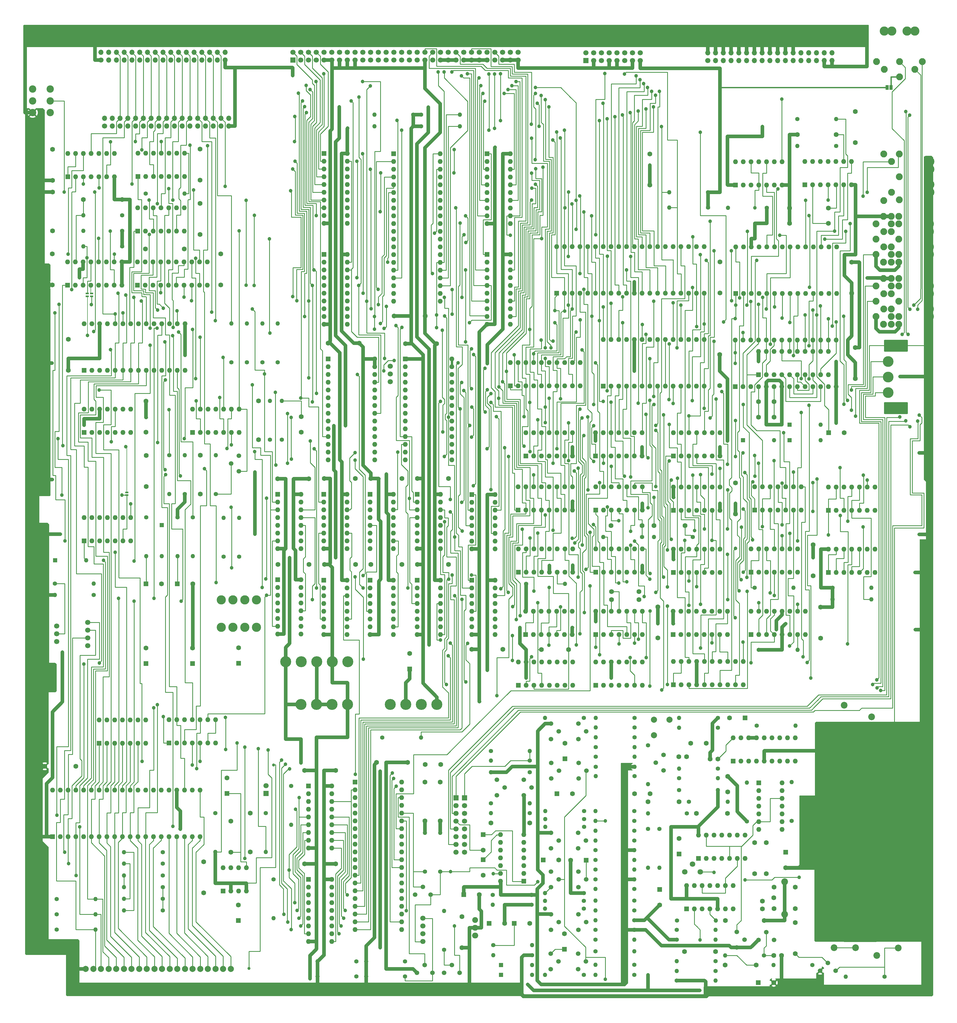
<source format=gbr>
%TF.GenerationSoftware,KiCad,Pcbnew,9.0.6*%
%TF.CreationDate,2025-11-01T23:52:33+00:00*%
%TF.ProjectId,EinsteinTC01,45696e73-7465-4696-9e54-4330312e6b69,rev?*%
%TF.SameCoordinates,Original*%
%TF.FileFunction,Copper,L1,Top*%
%TF.FilePolarity,Positive*%
%FSLAX46Y46*%
G04 Gerber Fmt 4.6, Leading zero omitted, Abs format (unit mm)*
G04 Created by KiCad (PCBNEW 9.0.6) date 2025-11-01 23:52:33*
%MOMM*%
%LPD*%
G01*
G04 APERTURE LIST*
G04 Aperture macros list*
%AMRoundRect*
0 Rectangle with rounded corners*
0 $1 Rounding radius*
0 $2 $3 $4 $5 $6 $7 $8 $9 X,Y pos of 4 corners*
0 Add a 4 corners polygon primitive as box body*
4,1,4,$2,$3,$4,$5,$6,$7,$8,$9,$2,$3,0*
0 Add four circle primitives for the rounded corners*
1,1,$1+$1,$2,$3*
1,1,$1+$1,$4,$5*
1,1,$1+$1,$6,$7*
1,1,$1+$1,$8,$9*
0 Add four rect primitives between the rounded corners*
20,1,$1+$1,$2,$3,$4,$5,0*
20,1,$1+$1,$4,$5,$6,$7,0*
20,1,$1+$1,$6,$7,$8,$9,0*
20,1,$1+$1,$8,$9,$2,$3,0*%
G04 Aperture macros list end*
%TA.AperFunction,ComponentPad*%
%ADD10C,1.600000*%
%TD*%
%TA.AperFunction,ComponentPad*%
%ADD11C,1.700000*%
%TD*%
%TA.AperFunction,ComponentPad*%
%ADD12O,1.700000X1.700000*%
%TD*%
%TA.AperFunction,ComponentPad*%
%ADD13R,1.600000X1.600000*%
%TD*%
%TA.AperFunction,ComponentPad*%
%ADD14O,1.600000X1.600000*%
%TD*%
%TA.AperFunction,ComponentPad*%
%ADD15R,1.700000X1.700000*%
%TD*%
%TA.AperFunction,ComponentPad*%
%ADD16C,1.400000*%
%TD*%
%TA.AperFunction,ComponentPad*%
%ADD17O,1.400000X1.400000*%
%TD*%
%TA.AperFunction,SMDPad,CuDef*%
%ADD18R,1.000000X0.600000*%
%TD*%
%TA.AperFunction,ComponentPad*%
%ADD19C,1.500000*%
%TD*%
%TA.AperFunction,ComponentPad*%
%ADD20C,1.000000*%
%TD*%
%TA.AperFunction,ComponentPad*%
%ADD21R,1.400000X1.400000*%
%TD*%
%TA.AperFunction,ComponentPad*%
%ADD22C,3.600000*%
%TD*%
%TA.AperFunction,ComponentPad*%
%ADD23C,2.250000*%
%TD*%
%TA.AperFunction,ComponentPad*%
%ADD24C,3.000000*%
%TD*%
%TA.AperFunction,ComponentPad*%
%ADD25C,2.200000*%
%TD*%
%TA.AperFunction,ComponentPad*%
%ADD26C,1.800000*%
%TD*%
%TA.AperFunction,ComponentPad*%
%ADD27C,1.905000*%
%TD*%
%TA.AperFunction,ComponentPad*%
%ADD28O,2.000000X1.905000*%
%TD*%
%TA.AperFunction,ComponentPad*%
%ADD29C,2.400000*%
%TD*%
%TA.AperFunction,ComponentPad*%
%ADD30RoundRect,0.787500X5.212500X1.837500X-5.212500X1.837500X-5.212500X-1.837500X5.212500X-1.837500X0*%
%TD*%
%TA.AperFunction,ComponentPad*%
%ADD31RoundRect,0.781250X2.968750X2.968750X-2.968750X2.968750X-2.968750X-2.968750X2.968750X-2.968750X0*%
%TD*%
%TA.AperFunction,ComponentPad*%
%ADD32RoundRect,0.787500X1.837500X-5.212500X1.837500X5.212500X-1.837500X5.212500X-1.837500X-5.212500X0*%
%TD*%
%TA.AperFunction,ComponentPad*%
%ADD33C,4.000000*%
%TD*%
%TA.AperFunction,SMDPad,CuDef*%
%ADD34R,1.000000X1.500000*%
%TD*%
%TA.AperFunction,ComponentPad*%
%ADD35C,2.000000*%
%TD*%
%TA.AperFunction,ComponentPad*%
%ADD36C,3.500000*%
%TD*%
%TA.AperFunction,ComponentPad*%
%ADD37RoundRect,0.275000X-3.650000X1.650000X-3.650000X-1.650000X3.650000X-1.650000X3.650000X1.650000X0*%
%TD*%
%TA.AperFunction,ViaPad*%
%ADD38C,1.200000*%
%TD*%
%TA.AperFunction,ViaPad*%
%ADD39C,1.000000*%
%TD*%
%TA.AperFunction,Conductor*%
%ADD40C,0.254000*%
%TD*%
%TA.AperFunction,Conductor*%
%ADD41C,1.200000*%
%TD*%
%TA.AperFunction,Conductor*%
%ADD42C,0.800000*%
%TD*%
%TA.AperFunction,Conductor*%
%ADD43C,0.400000*%
%TD*%
%TA.AperFunction,Conductor*%
%ADD44C,0.200000*%
%TD*%
G04 APERTURE END LIST*
D10*
%TO.P,C5,1*%
%TO.N,Net-(C5-Pad1)*%
X158930000Y-292070000D03*
%TO.P,C5,2*%
%TO.N,Net-(C5-Pad2)*%
X158930000Y-281910000D03*
%TD*%
D11*
%TO.P,M1,1,Pin_1*%
%TO.N,Net-(I53B-~{Q})*%
X314980000Y-33080000D03*
D12*
%TO.P,M1,2,Pin_2*%
%TO.N,GND*%
X314980000Y-30540000D03*
%TO.P,M1,3,Pin_3*%
%TO.N,Net-(I63-PA0)*%
X317520000Y-33080000D03*
%TO.P,M1,4,Pin_4*%
%TO.N,GND*%
X317520000Y-30540000D03*
%TO.P,M1,5,Pin_5*%
%TO.N,Net-(I63-PA1)*%
X320060000Y-33080000D03*
%TO.P,M1,6,Pin_6*%
%TO.N,GND*%
X320060000Y-30540000D03*
%TO.P,M1,7,Pin_7*%
%TO.N,Net-(I63-PA2)*%
X322600000Y-33080000D03*
%TO.P,M1,8,Pin_8*%
%TO.N,GND*%
X322600000Y-30540000D03*
%TO.P,M1,9,Pin_9*%
%TO.N,Net-(I63-PA3)*%
X325140000Y-33080000D03*
%TO.P,M1,10,Pin_10*%
%TO.N,GND*%
X325140000Y-30540000D03*
%TO.P,M1,11,Pin_11*%
%TO.N,Net-(I63-PA4)*%
X327680000Y-33080000D03*
%TO.P,M1,12,Pin_12*%
%TO.N,GND*%
X327680000Y-30540000D03*
%TO.P,M1,13,Pin_13*%
%TO.N,Net-(I63-PA5)*%
X330220000Y-33080000D03*
%TO.P,M1,14,Pin_14*%
%TO.N,GND*%
X330220000Y-30540000D03*
%TO.P,M1,15,Pin_15*%
%TO.N,Net-(I63-PA6)*%
X332760000Y-33080000D03*
%TO.P,M1,16,Pin_16*%
%TO.N,GND*%
X332760000Y-30540000D03*
%TO.P,M1,17,Pin_17*%
%TO.N,Net-(I63-PA7)*%
X335300000Y-33080000D03*
%TO.P,M1,18,Pin_18*%
%TO.N,GND*%
X335300000Y-30540000D03*
%TO.P,M1,19,Pin_19*%
%TO.N,Net-(I63-~{ASTB})*%
X337840000Y-33080000D03*
%TO.P,M1,20,Pin_20*%
%TO.N,GND*%
X337840000Y-30540000D03*
%TO.P,M1,21,Pin_21*%
%TO.N,BUSY*%
X340380000Y-33080000D03*
%TO.P,M1,22,Pin_22*%
%TO.N,GND*%
X340380000Y-30540000D03*
%TO.P,M1,23,Pin_23*%
%TO.N,PE*%
X342920000Y-33080000D03*
%TO.P,M1,24,Pin_24*%
%TO.N,GND*%
X342920000Y-30540000D03*
%TO.P,M1,25,Pin_25*%
%TO.N,unconnected-(M1-Pin_25-Pad25)*%
X345460000Y-33080000D03*
%TO.P,M1,26,Pin_26*%
%TO.N,unconnected-(M1-Pin_26-Pad26)*%
X345460000Y-30540000D03*
%TO.P,M1,27,Pin_27*%
%TO.N,unconnected-(M1-Pin_27-Pad27)*%
X348000000Y-33080000D03*
%TO.P,M1,28,Pin_28*%
%TO.N,~{ERR}*%
X348000000Y-30540000D03*
%TO.P,M1,29,Pin_29*%
%TO.N,unconnected-(M1-Pin_29-Pad29)*%
X350540000Y-33080000D03*
%TO.P,M1,30,Pin_30*%
%TO.N,unconnected-(M1-Pin_30-Pad30)*%
X350540000Y-30540000D03*
%TO.P,M1,31,Pin_31*%
%TO.N,GND*%
X353080000Y-33080000D03*
%TO.P,M1,32,Pin_32*%
%TO.N,unconnected-(M1-Pin_32-Pad32)*%
X353080000Y-30540000D03*
%TO.P,M1,33,Pin_33*%
%TO.N,GND*%
X355620000Y-33080000D03*
%TO.P,M1,34,Pin_34*%
%TO.N,unconnected-(M1-Pin_34-Pad34)*%
X355620000Y-30540000D03*
%TD*%
D13*
%TO.P,I26,1,A0*%
%TO.N,/Addressing/A3*%
X252920000Y-180170000D03*
D14*
%TO.P,I26,2,A1*%
%TO.N,/Addressing/A4*%
X255460000Y-180170000D03*
%TO.P,I26,3,A2*%
%TO.N,/Addressing/A5*%
X258000000Y-180170000D03*
%TO.P,I26,4,E1*%
%TO.N,/Addressing/A6*%
X260540000Y-180170000D03*
%TO.P,I26,5,E2*%
%TO.N,/Addressing/A7*%
X263080000Y-180170000D03*
%TO.P,I26,6,E3*%
%TO.N,Net-(I26-E3)*%
X265620000Y-180170000D03*
%TO.P,I26,7,O7*%
%TO.N,~{ADC}*%
X268160000Y-180170000D03*
%TO.P,I26,8,GND*%
%TO.N,GND*%
X270700000Y-180170000D03*
%TO.P,I26,9,O6*%
%TO.N,~{PIO}*%
X270700000Y-172550000D03*
%TO.P,I26,10,O5*%
%TO.N,~{CTC}*%
X268160000Y-172550000D03*
%TO.P,I26,11,O4*%
%TO.N,Net-(I26-O4)*%
X265620000Y-172550000D03*
%TO.P,I26,12,O3*%
%TO.N,~{FDC}*%
X263080000Y-172550000D03*
%TO.P,I26,13,O2*%
%TO.N,~{PCI}*%
X260540000Y-172550000D03*
%TO.P,I26,14,O1*%
%TO.N,~{VDP}*%
X258000000Y-172550000D03*
%TO.P,I26,15,O0*%
%TO.N,~{PSG}*%
X255460000Y-172550000D03*
%TO.P,I26,16,VCC*%
%TO.N,+5V*%
X252920000Y-172550000D03*
%TD*%
D15*
%TO.P,M101,1,Pin_1*%
%TO.N,SYNC*%
X235360000Y-274297500D03*
D11*
%TO.P,M101,2,Pin_2*%
%TO.N,unconnected-(M101-Pin_2-Pad2)*%
X235360000Y-276837500D03*
%TO.P,M101,3,Pin_3*%
%TO.N,R*%
X235360000Y-279377500D03*
%TO.P,M101,4,Pin_4*%
%TO.N,unconnected-(M101-Pin_4-Pad4)*%
X235360000Y-281917500D03*
%TO.P,M101,5,Pin_5*%
%TO.N,G*%
X235360000Y-284457500D03*
%TO.P,M101,6,Pin_6*%
%TO.N,unconnected-(M101-Pin_6-Pad6)*%
X235360000Y-286997500D03*
%TO.P,M101,7,Pin_7*%
%TO.N,B*%
X235360000Y-289537500D03*
%TO.P,M101,8,Pin_8*%
%TO.N,unconnected-(M101-Pin_8-Pad8)*%
X235360000Y-292077500D03*
%TD*%
D16*
%TO.P,R61,1*%
%TO.N,Net-(I41-~{G})*%
X172900000Y-301000000D03*
D17*
%TO.P,R61,2*%
%TO.N,GND*%
X172900000Y-313700000D03*
%TD*%
D13*
%TO.P,I66,1,~{R}*%
%TO.N,Net-(I66A-~{R})*%
X255390000Y-220870000D03*
D14*
%TO.P,I66,2,D*%
%TO.N,~{M1}*%
X257930000Y-220870000D03*
%TO.P,I66,3,C*%
%TO.N,SYSCLK*%
X260470000Y-220870000D03*
%TO.P,I66,4,~{S}*%
%TO.N,Net-(I66A-~{S})*%
X263010000Y-220870000D03*
%TO.P,I66,5,Q*%
%TO.N,Net-(I66A-Q)*%
X265550000Y-220870000D03*
%TO.P,I66,6,~{Q}*%
%TO.N,unconnected-(I66A-~{Q}-Pad6)*%
X268090000Y-220870000D03*
%TO.P,I66,7,GND*%
%TO.N,GND*%
X270630000Y-220870000D03*
%TO.P,I66,8,~{Q}*%
%TO.N,unconnected-(I66B-~{Q}-Pad8)*%
X270630000Y-213250000D03*
%TO.P,I66,9,Q*%
%TO.N,Net-(I66B-Q)*%
X268090000Y-213250000D03*
%TO.P,I66,10,~{S}*%
%TO.N,Net-(I66A-~{S})*%
X265550000Y-213250000D03*
%TO.P,I66,11,C*%
%TO.N,SYSCLK*%
X263010000Y-213250000D03*
%TO.P,I66,12,D*%
%TO.N,Net-(I66A-Q)*%
X260470000Y-213250000D03*
%TO.P,I66,13,~{R}*%
%TO.N,Net-(I66A-~{R})*%
X257930000Y-213250000D03*
%TO.P,I66,14,VCC*%
%TO.N,+5V*%
X255390000Y-213250000D03*
%TD*%
D18*
%TO.P,JP3,1,A*%
%TO.N,Net-(I53A-~{Q})*%
X113325000Y-109325000D03*
%TO.P,JP3,2,B*%
%TO.N,~{RESET}*%
X113325000Y-110225000D03*
%TD*%
D19*
%TO.P,Q116,1,C*%
%TO.N,Net-(Q116-C)*%
X272615000Y-312370000D03*
%TO.P,Q116,2,B*%
%TO.N,Net-(Q116-B)*%
X275155000Y-314910000D03*
%TO.P,Q116,3,E*%
%TO.N,Net-(Q116-E)*%
X272615000Y-317450000D03*
%TD*%
D16*
%TO.P,R24,1*%
%TO.N,V*%
X215930000Y-332770000D03*
D17*
%TO.P,R24,2*%
%TO.N,GND*%
X203230000Y-332770000D03*
%TD*%
D16*
%TO.P,R175,1*%
%TO.N,Net-(I105-OUT)*%
X318280000Y-251370000D03*
D17*
%TO.P,R175,2*%
%TO.N,Net-(C131-Pad1)*%
X305580000Y-251370000D03*
%TD*%
D13*
%TO.P,I6,1,S*%
%TO.N,~{MPX}*%
X237700000Y-203070000D03*
D14*
%TO.P,I6,2,I0a*%
%TO.N,/Addressing/A12*%
X237700000Y-205610000D03*
%TO.P,I6,3,I1a*%
%TO.N,/Addressing/A4*%
X237700000Y-208150000D03*
%TO.P,I6,4,Za*%
%TO.N,/System RAM and ROM/MA4*%
X237700000Y-210690000D03*
%TO.P,I6,5,I0b*%
%TO.N,/Addressing/A13*%
X237700000Y-213230000D03*
%TO.P,I6,6,I1b*%
%TO.N,/Addressing/A5*%
X237700000Y-215770000D03*
%TO.P,I6,7,Zb*%
%TO.N,/System RAM and ROM/MA5*%
X237700000Y-218310000D03*
%TO.P,I6,8,GND*%
%TO.N,GND*%
X237700000Y-220850000D03*
%TO.P,I6,9,Zc*%
%TO.N,/System RAM and ROM/MA6*%
X245320000Y-220850000D03*
%TO.P,I6,10,I1c*%
%TO.N,/Addressing/A6*%
X245320000Y-218310000D03*
%TO.P,I6,11,I0c*%
%TO.N,/Addressing/A14*%
X245320000Y-215770000D03*
%TO.P,I6,12,Zd*%
%TO.N,/System RAM and ROM/MA7*%
X245320000Y-213230000D03*
%TO.P,I6,13,I1d*%
%TO.N,Net-(I6-I1d)*%
X245320000Y-210690000D03*
%TO.P,I6,14,I0d*%
%TO.N,/Addressing/A15*%
X245320000Y-208150000D03*
%TO.P,I6,15,E*%
%TO.N,GND*%
X245320000Y-205610000D03*
%TO.P,I6,16,VCC*%
%TO.N,+5V*%
X245320000Y-203070000D03*
%TD*%
D10*
%TO.P,C45,1*%
%TO.N,GND*%
X351880000Y-222090000D03*
%TO.P,C45,2*%
%TO.N,+5V*%
X351880000Y-211930000D03*
%TD*%
%TO.P,C3,1*%
%TO.N,Net-(I37-+)*%
X149990000Y-305390000D03*
%TO.P,C3,2*%
%TO.N,Net-(C3-Pad2)*%
X149990000Y-295230000D03*
%TD*%
D13*
%TO.P,I3,1,OEa*%
%TO.N,BUSACK*%
X242730000Y-63590000D03*
D14*
%TO.P,I3,2,I0a*%
%TO.N,Net-(I1-A7)*%
X242730000Y-66130000D03*
%TO.P,I3,3,O3b*%
%TO.N,/Addressing/A6*%
X242730000Y-68670000D03*
%TO.P,I3,4,I1a*%
%TO.N,Net-(I1-A5)*%
X242730000Y-71210000D03*
%TO.P,I3,5,O2b*%
%TO.N,/Addressing/A4*%
X242730000Y-73750000D03*
%TO.P,I3,6,I2a*%
%TO.N,Net-(I1-A3)*%
X242730000Y-76290000D03*
%TO.P,I3,7,O1b*%
%TO.N,/Addressing/A2*%
X242730000Y-78830000D03*
%TO.P,I3,8,I3a*%
%TO.N,Net-(I1-A1)*%
X242730000Y-81370000D03*
%TO.P,I3,9,O0b*%
%TO.N,/Addressing/A0*%
X242730000Y-83910000D03*
%TO.P,I3,10,GND*%
%TO.N,GND*%
X242730000Y-86450000D03*
%TO.P,I3,11,I0b*%
%TO.N,Net-(I1-A0)*%
X250350000Y-86450000D03*
%TO.P,I3,12,O3a*%
%TO.N,/Addressing/A1*%
X250350000Y-83910000D03*
%TO.P,I3,13,I1b*%
%TO.N,Net-(I1-A2)*%
X250350000Y-81370000D03*
%TO.P,I3,14,O2a*%
%TO.N,/Addressing/A3*%
X250350000Y-78830000D03*
%TO.P,I3,15,I2b*%
%TO.N,Net-(I1-A4)*%
X250350000Y-76290000D03*
%TO.P,I3,16,O1a*%
%TO.N,/Addressing/A5*%
X250350000Y-73750000D03*
%TO.P,I3,17,I3b*%
%TO.N,Net-(I1-A6)*%
X250350000Y-71210000D03*
%TO.P,I3,18,O0a*%
%TO.N,/Addressing/A7*%
X250350000Y-68670000D03*
%TO.P,I3,19,OEb*%
%TO.N,BUSACK*%
X250350000Y-66130000D03*
%TO.P,I3,20,VCC*%
%TO.N,+5V*%
X250350000Y-63590000D03*
%TD*%
D10*
%TO.P,C46,1*%
%TO.N,GND*%
X298650000Y-222000000D03*
%TO.P,C46,2*%
%TO.N,+5V*%
X298650000Y-211840000D03*
%TD*%
%TO.P,C52,1*%
%TO.N,GND*%
X318860000Y-139460000D03*
%TO.P,C52,2*%
%TO.N,+5V*%
X318860000Y-129300000D03*
%TD*%
D13*
%TO.P,I32,1*%
%TO.N,~{WR}*%
X330320000Y-180188000D03*
D14*
%TO.P,I32,2*%
%TO.N,~{KYBDINTMSK}*%
X332860000Y-180188000D03*
%TO.P,I32,3*%
%TO.N,Net-(I31B-C)*%
X335400000Y-180188000D03*
%TO.P,I32,4*%
%TO.N,~{VDP}*%
X337940000Y-180188000D03*
%TO.P,I32,5*%
%TO.N,~{RD}*%
X340480000Y-180188000D03*
%TO.P,I32,6*%
%TO.N,Net-(I38-~{CSR})*%
X343020000Y-180188000D03*
%TO.P,I32,7,GND*%
%TO.N,GND*%
X345560000Y-180188000D03*
%TO.P,I32,8*%
%TO.N,Net-(I38-~{CSW})*%
X345560000Y-172568000D03*
%TO.P,I32,9*%
%TO.N,~{VDP}*%
X343020000Y-172568000D03*
%TO.P,I32,10*%
%TO.N,~{WR}*%
X340480000Y-172568000D03*
%TO.P,I32,11*%
%TO.N,~{KION}*%
X337940000Y-172568000D03*
%TO.P,I32,12*%
%TO.N,~{KYBDINTMSK}*%
X335400000Y-172568000D03*
%TO.P,I32,13*%
%TO.N,~{RD}*%
X332860000Y-172568000D03*
%TO.P,I32,14,VCC*%
%TO.N,+5V*%
X330320000Y-172568000D03*
%TD*%
D20*
%TO.P,TP2,1,1*%
%TO.N,GND*%
X172925000Y-263525000D03*
%TD*%
D21*
%TO.P,D2,1,K*%
%TO.N,Net-(D2-K)*%
X341730000Y-157330000D03*
D17*
%TO.P,D2,2,A*%
%TO.N,Net-(D1-K)*%
X351890000Y-157330000D03*
%TD*%
D16*
%TO.P,R13,1*%
%TO.N,GND*%
X136680000Y-299710000D03*
D17*
%TO.P,R13,2*%
%TO.N,Net-(I30-A)*%
X123980000Y-299710000D03*
%TD*%
D13*
%TO.P,I52,1*%
%TO.N,Net-(D5-A)*%
X110870000Y-190250000D03*
D14*
%TO.P,I52,2*%
X113410000Y-190250000D03*
%TO.P,I52,3*%
%TO.N,Net-(JP5-A)*%
X115950000Y-190250000D03*
%TO.P,I52,4*%
%TO.N,Net-(D4-A)*%
X118490000Y-190250000D03*
%TO.P,I52,5*%
%TO.N,Net-(JP5-A)*%
X121030000Y-190250000D03*
%TO.P,I52,6*%
%TO.N,Net-(JP1-A)*%
X123570000Y-190250000D03*
%TO.P,I52,7,GND*%
%TO.N,GND*%
X126110000Y-190250000D03*
%TO.P,I52,8*%
%TO.N,Net-(I52-Pad12)*%
X126110000Y-182630000D03*
%TO.P,I52,9*%
%TO.N,~{FIRE1}*%
X123570000Y-182630000D03*
%TO.P,I52,10*%
%TO.N,~{FIRE2}*%
X121030000Y-182630000D03*
%TO.P,I52,11*%
%TO.N,Net-(I34-Pad12)*%
X118490000Y-182630000D03*
%TO.P,I52,12*%
%TO.N,Net-(I52-Pad12)*%
X115950000Y-182630000D03*
%TO.P,I52,13*%
X113410000Y-182630000D03*
%TO.P,I52,14,VCC*%
%TO.N,+5V*%
X110870000Y-182630000D03*
%TD*%
D16*
%TO.P,R22,1*%
%TO.N,U*%
X200010000Y-332770000D03*
D17*
%TO.P,R22,2*%
%TO.N,GND*%
X187310000Y-332770000D03*
%TD*%
D16*
%TO.P,R19,1*%
%TO.N,B-Y*%
X228720000Y-323980000D03*
D17*
%TO.P,R19,2*%
%TO.N,Net-(I38-B-Y)*%
X228720000Y-311280000D03*
%TD*%
D10*
%TO.P,X100,1,1*%
%TO.N,Net-(C127-Pad2)*%
X314440000Y-256450000D03*
%TO.P,X100,2,2*%
%TO.N,Net-(C131-Pad1)*%
X309360000Y-256450000D03*
%TD*%
D19*
%TO.P,Q111,1,C*%
%TO.N,Net-(Q110-C)*%
X272500000Y-325270000D03*
%TO.P,Q111,2,B*%
%TO.N,Y*%
X275040000Y-327810000D03*
%TO.P,Q111,3,E*%
%TO.N,Net-(Q111-E)*%
X272500000Y-330350000D03*
%TD*%
D10*
%TO.P,C35,1*%
%TO.N,GND*%
X199610000Y-169870000D03*
%TO.P,C35,2*%
%TO.N,+5V*%
X189450000Y-169870000D03*
%TD*%
%TO.P,X2,1,1*%
%TO.N,Net-(I47-Pad1)*%
X181970000Y-154710000D03*
%TO.P,X2,2,2*%
%TO.N,Net-(I47-Pad4)*%
X181970000Y-149630000D03*
%TD*%
D16*
%TO.P,R36,1*%
%TO.N,+5V*%
X143830000Y-174880000D03*
D17*
%TO.P,R36,2*%
%TO.N,Net-(Q4-E)*%
X143830000Y-162180000D03*
%TD*%
D16*
%TO.P,R23,1*%
%TO.N,R-Y*%
X200010000Y-327840000D03*
D17*
%TO.P,R23,2*%
%TO.N,GND*%
X187310000Y-327840000D03*
%TD*%
D13*
%TO.P,I38,1,~{RAS}*%
%TO.N,Net-(I38-~{RAS})*%
X199540000Y-269170000D03*
D14*
%TO.P,I38,2,~{CAS}*%
%TO.N,Net-(I38-~{CAS})*%
X199540000Y-271710000D03*
%TO.P,I38,3,AD7*%
%TO.N,Net-(I38-AD7)*%
X199540000Y-274250000D03*
%TO.P,I38,4,AD6*%
%TO.N,Net-(I38-AD6)*%
X199540000Y-276790000D03*
%TO.P,I38,5,AD5*%
%TO.N,Net-(I38-AD5)*%
X199540000Y-279330000D03*
%TO.P,I38,6,AD4*%
%TO.N,Net-(I38-AD4)*%
X199540000Y-281870000D03*
%TO.P,I38,7,AD3*%
%TO.N,Net-(I38-AD3)*%
X199540000Y-284410000D03*
%TO.P,I38,8,AD2*%
%TO.N,Net-(I38-AD2)*%
X199540000Y-286950000D03*
%TO.P,I38,9,AD1*%
%TO.N,Net-(I38-AD1)*%
X199540000Y-289490000D03*
%TO.P,I38,10,AD0*%
%TO.N,Net-(I38-AD0)*%
X199540000Y-292030000D03*
%TO.P,I38,11,R/~{W}*%
%TO.N,Net-(I38-R{slash}~{W})*%
X199540000Y-294570000D03*
%TO.P,I38,12,VSS*%
%TO.N,GND*%
X199540000Y-297110000D03*
%TO.P,I38,13,MODE*%
%TO.N,/Addressing/A0*%
X199540000Y-299650000D03*
%TO.P,I38,14,~{CSW}*%
%TO.N,Net-(I38-~{CSW})*%
X199540000Y-302190000D03*
%TO.P,I38,15,~{CSR}*%
%TO.N,Net-(I38-~{CSR})*%
X199540000Y-304730000D03*
%TO.P,I38,16,~{INT}*%
%TO.N,unconnected-(I38-~{INT}-Pad16)*%
X199540000Y-307270000D03*
%TO.P,I38,17,CD0*%
%TO.N,/CPU and Buffers/D0*%
X199540000Y-309810000D03*
%TO.P,I38,18,CD1*%
%TO.N,/CPU and Buffers/D1*%
X199540000Y-312350000D03*
%TO.P,I38,19,CD2*%
%TO.N,/CPU and Buffers/D2*%
X199540000Y-314890000D03*
%TO.P,I38,20,CD3*%
%TO.N,/CPU and Buffers/D3*%
X199540000Y-317430000D03*
%TO.P,I38,21,CD4*%
%TO.N,/CPU and Buffers/D4*%
X214780000Y-317430000D03*
%TO.P,I38,22,CD5*%
%TO.N,/CPU and Buffers/D5*%
X214780000Y-314890000D03*
%TO.P,I38,23,CD6*%
%TO.N,/CPU and Buffers/D6*%
X214780000Y-312350000D03*
%TO.P,I38,24,CD7*%
%TO.N,/CPU and Buffers/D7*%
X214780000Y-309810000D03*
%TO.P,I38,25,RD7*%
%TO.N,Net-(I38-RD7)*%
X214780000Y-307270000D03*
%TO.P,I38,26,RD6*%
%TO.N,Net-(I38-RD6)*%
X214780000Y-304730000D03*
%TO.P,I38,27,RD5*%
%TO.N,Net-(I38-RD5)*%
X214780000Y-302190000D03*
%TO.P,I38,28,RD4*%
%TO.N,Net-(I38-RD4)*%
X214780000Y-299650000D03*
%TO.P,I38,29,RD3*%
%TO.N,Net-(I38-RD3)*%
X214780000Y-297110000D03*
%TO.P,I38,30,RD2*%
%TO.N,Net-(I38-RD2)*%
X214780000Y-294570000D03*
%TO.P,I38,31,RD1*%
%TO.N,Net-(I38-RD1)*%
X214780000Y-292030000D03*
%TO.P,I38,32,RD0*%
%TO.N,Net-(I38-RD0)*%
X214780000Y-289490000D03*
%TO.P,I38,33,VCC*%
%TO.N,+5VP*%
X214780000Y-286950000D03*
%TO.P,I38,34,~{RESET}/SYNC*%
%TO.N,~{RESET}*%
X214780000Y-284410000D03*
%TO.P,I38,35,B-Y*%
%TO.N,Net-(I38-B-Y)*%
X214780000Y-281870000D03*
%TO.P,I38,36,Y*%
%TO.N,0-Y*%
X214780000Y-279330000D03*
%TO.P,I38,37,GROMCLK*%
%TO.N,unconnected-(I38-GROMCLK-Pad37)*%
X214780000Y-276790000D03*
%TO.P,I38,38,R-Y*%
%TO.N,R-Y*%
X214780000Y-274250000D03*
%TO.P,I38,39,XTAL2*%
%TO.N,Net-(I38-XTAL2)*%
X214780000Y-271710000D03*
%TO.P,I38,40,XTAL1*%
%TO.N,Net-(I38-XTAL1)*%
X214780000Y-269170000D03*
%TD*%
D18*
%TO.P,JP1,1,A*%
%TO.N,Net-(JP1-A)*%
X124900000Y-175275000D03*
%TO.P,JP1,2,B*%
%TO.N,Net-(I53A-A)*%
X124900000Y-174375000D03*
%TD*%
D16*
%TO.P,R128,1*%
%TO.N,GND*%
X290930000Y-278660000D03*
D17*
%TO.P,R128,2*%
%TO.N,Net-(R127-Pad1)*%
X278230000Y-278660000D03*
%TD*%
D16*
%TO.P,R142,1*%
%TO.N,GND*%
X290930000Y-288280000D03*
D17*
%TO.P,R142,2*%
%TO.N,Net-(Q117-B)*%
X278230000Y-288280000D03*
%TD*%
D13*
%TO.P,C25,1*%
%TO.N,Net-(D4-A)*%
X141370000Y-204330000D03*
D10*
%TO.P,C25,2*%
%TO.N,GND*%
X146450000Y-204330000D03*
%TD*%
D13*
%TO.P,I21,1*%
%TO.N,Net-(I17-Pad13)*%
X303710000Y-200540000D03*
D14*
%TO.P,I21,2*%
%TO.N,Net-(I21-Pad2)*%
X306250000Y-200540000D03*
%TO.P,I21,3*%
%TO.N,Net-(I17-Pad3)*%
X308790000Y-200540000D03*
%TO.P,I21,4*%
%TO.N,Net-(I20-Pad4)*%
X311330000Y-200540000D03*
%TO.P,I21,5*%
%TO.N,Net-(I21-Pad5)*%
X313870000Y-200540000D03*
%TO.P,I21,6*%
%TO.N,Net-(I63-IEI)*%
X316410000Y-200540000D03*
%TO.P,I21,7,GND*%
%TO.N,GND*%
X318950000Y-200540000D03*
%TO.P,I21,8*%
%TO.N,Net-(I21-Pad8)*%
X318950000Y-192920000D03*
%TO.P,I21,9*%
%TO.N,~{ADCINT}*%
X316410000Y-192920000D03*
%TO.P,I21,10*%
%TO.N,Net-(I64A-CP)*%
X313870000Y-192920000D03*
%TO.P,I21,11*%
%TO.N,~{RFSH}*%
X311330000Y-192920000D03*
%TO.P,I21,12*%
%TO.N,Net-(I66A-~{R})*%
X308790000Y-192920000D03*
%TO.P,I21,13*%
%TO.N,~{MREQ}*%
X306250000Y-192920000D03*
%TO.P,I21,14,VCC*%
%TO.N,+5V*%
X303710000Y-192920000D03*
%TD*%
D21*
%TO.P,D3,1,K*%
%TO.N,GND*%
X326460000Y-157330000D03*
D17*
%TO.P,D3,2,A*%
%TO.N,Net-(D2-K)*%
X336620000Y-157330000D03*
%TD*%
D10*
%TO.P,C122,1*%
%TO.N,Net-(I105-SUB)*%
X332800000Y-308050000D03*
%TO.P,C122,2*%
%TO.N,Net-(Q125-E)*%
X332800000Y-310590000D03*
%TD*%
D16*
%TO.P,R40,1*%
%TO.N,+5V*%
X161620000Y-195405000D03*
D17*
%TO.P,R40,2*%
%TO.N,~{FIRE2}*%
X161620000Y-182705000D03*
%TD*%
D19*
%TO.P,Q120,1,C*%
%TO.N,+12V*%
X263690000Y-312370000D03*
%TO.P,Q120,2,B*%
%TO.N,Net-(Q116-C)*%
X266230000Y-314910000D03*
%TO.P,Q120,3,E*%
%TO.N,Net-(Q120-E)*%
X263690000Y-317450000D03*
%TD*%
D22*
%TO.P,M8,1,Pin_1*%
%TO.N,+12V*%
X181870000Y-243770000D03*
%TO.P,M8,2,Pin_2*%
%TO.N,GND*%
X186950000Y-243770000D03*
%TO.P,M8,3,Pin_3*%
X192030000Y-243770000D03*
%TO.P,M8,4,Pin_4*%
%TO.N,+5V*%
X197110000Y-243770000D03*
%TD*%
D16*
%TO.P,R143,1*%
%TO.N,Net-(Q118-B)*%
X278260000Y-257680000D03*
D17*
%TO.P,R143,2*%
%TO.N,+12V*%
X290960000Y-257680000D03*
%TD*%
D13*
%TO.P,I37,1,GAIN*%
%TO.N,unconnected-(I37-GAIN-Pad1)*%
X156400000Y-304790000D03*
D14*
%TO.P,I37,2,-*%
%TO.N,GND*%
X158940000Y-304790000D03*
%TO.P,I37,3,+*%
%TO.N,Net-(I37-+)*%
X161480000Y-304790000D03*
%TO.P,I37,4,GND*%
%TO.N,GND*%
X164020000Y-304790000D03*
%TO.P,I37,5*%
%TO.N,Net-(C5-Pad1)*%
X164020000Y-297170000D03*
%TO.P,I37,6,V+*%
%TO.N,+5V*%
X161480000Y-297170000D03*
%TO.P,I37,7,BYPASS*%
%TO.N,Net-(I37-BYPASS)*%
X158940000Y-297170000D03*
%TO.P,I37,8,GAIN*%
%TO.N,unconnected-(I37-GAIN-Pad8)*%
X156400000Y-297170000D03*
%TD*%
D13*
%TO.P,I17,1*%
%TO.N,/Addressing/A15*%
X255460000Y-162470000D03*
D14*
%TO.P,I17,2*%
%TO.N,~{ROMCE}*%
X258000000Y-162470000D03*
%TO.P,I17,3*%
%TO.N,Net-(I17-Pad3)*%
X260540000Y-162470000D03*
%TO.P,I17,4*%
X263080000Y-162470000D03*
%TO.P,I17,5*%
%TO.N,Net-(I17-Pad5)*%
X265620000Y-162470000D03*
%TO.P,I17,6*%
%TO.N,Net-(I17-Pad13)*%
X268160000Y-162470000D03*
%TO.P,I17,7,GND*%
%TO.N,GND*%
X270700000Y-162470000D03*
%TO.P,I17,8*%
%TO.N,Net-(I17-Pad5)*%
X270700000Y-154850000D03*
%TO.P,I17,9*%
%TO.N,~{RD}*%
X268160000Y-154850000D03*
%TO.P,I17,10*%
%TO.N,~{MREQ}*%
X265620000Y-154850000D03*
%TO.P,I17,11*%
%TO.N,~{ROM1}*%
X263080000Y-154850000D03*
%TO.P,I17,12*%
%TO.N,/Addressing/A14*%
X260540000Y-154850000D03*
%TO.P,I17,13*%
%TO.N,Net-(I17-Pad13)*%
X258000000Y-154850000D03*
%TO.P,I17,14,VCC*%
%TO.N,+5V*%
X255460000Y-154850000D03*
%TD*%
D21*
%TO.P,D4,1,K*%
%TO.N,+5V*%
X136310000Y-185070000D03*
D17*
%TO.P,D4,2,A*%
%TO.N,Net-(D4-A)*%
X136310000Y-195230000D03*
%TD*%
D16*
%TO.P,R10,1*%
%TO.N,+5V*%
X101900000Y-317420000D03*
D17*
%TO.P,R10,2*%
%TO.N,~{CTRL}*%
X114600000Y-317420000D03*
%TD*%
D16*
%TO.P,R2,1*%
%TO.N,+5V*%
X218600000Y-50820000D03*
D17*
%TO.P,R2,2*%
%TO.N,~{INT}*%
X205900000Y-50820000D03*
%TD*%
D16*
%TO.P,R167,1*%
%TO.N,GND*%
X308130000Y-279350000D03*
D17*
%TO.P,R167,2*%
%TO.N,Net-(Q124-E)*%
X295430000Y-279350000D03*
%TD*%
D16*
%TO.P,R30,1*%
%TO.N,+5V*%
X169240000Y-131850000D03*
D17*
%TO.P,R30,2*%
%TO.N,fINDEX*%
X169240000Y-119150000D03*
%TD*%
D10*
%TO.P,C41,1*%
%TO.N,GND*%
X323980000Y-181410000D03*
%TO.P,C41,2*%
%TO.N,+5V*%
X323980000Y-171250000D03*
%TD*%
D13*
%TO.P,I40,1,~{G}*%
%TO.N,Net-(I40-~{G})*%
X184330000Y-270390000D03*
D14*
%TO.P,I40,2,DQ1*%
%TO.N,Net-(I38-RD3)*%
X184330000Y-272930000D03*
%TO.P,I40,3,DQ2*%
%TO.N,Net-(I38-RD2)*%
X184330000Y-275470000D03*
%TO.P,I40,4,~{W}*%
%TO.N,Net-(I38-R{slash}~{W})*%
X184330000Y-278010000D03*
%TO.P,I40,5,~{RAS}*%
%TO.N,Net-(I38-~{RAS})*%
X184330000Y-280550000D03*
%TO.P,I40,6,A6*%
%TO.N,Net-(I38-AD1)*%
X184330000Y-283090000D03*
%TO.P,I40,7,A5*%
%TO.N,Net-(I38-AD2)*%
X184330000Y-285630000D03*
%TO.P,I40,8,A4*%
%TO.N,Net-(I38-AD3)*%
X184330000Y-288170000D03*
%TO.P,I40,9,VDD*%
%TO.N,+5V*%
X184330000Y-290710000D03*
%TO.P,I40,10,A7*%
%TO.N,Net-(I38-AD0)*%
X191950000Y-290710000D03*
%TO.P,I40,11,A3*%
%TO.N,Net-(I38-AD4)*%
X191950000Y-288170000D03*
%TO.P,I40,12,A2*%
%TO.N,Net-(I38-AD5)*%
X191950000Y-285630000D03*
%TO.P,I40,13,A1*%
%TO.N,Net-(I38-AD6)*%
X191950000Y-283090000D03*
%TO.P,I40,14,A0*%
%TO.N,Net-(I38-AD7)*%
X191950000Y-280550000D03*
%TO.P,I40,15,DQ3*%
%TO.N,Net-(I38-RD1)*%
X191950000Y-278010000D03*
%TO.P,I40,16,~{CAS}*%
%TO.N,Net-(I38-~{CAS})*%
X191950000Y-275470000D03*
%TO.P,I40,17,DQ4*%
%TO.N,Net-(I38-RD0)*%
X191950000Y-272930000D03*
%TO.P,I40,18,VSS*%
%TO.N,GND*%
X191950000Y-270390000D03*
%TD*%
D13*
%TO.P,I54,1*%
%TO.N,~{IORQ}*%
X278280000Y-220860000D03*
D14*
%TO.P,I54,2*%
%TO.N,~{M1}*%
X280820000Y-220860000D03*
%TO.P,I54,3*%
%TO.N,~{INA}*%
X283360000Y-220860000D03*
%TO.P,I54,4*%
%TO.N,~{FIREINTMSK}*%
X285900000Y-220860000D03*
%TO.P,I54,5*%
%TO.N,~{WR}*%
X288440000Y-220860000D03*
%TO.P,I54,6*%
%TO.N,Net-(I51B-C)*%
X290980000Y-220860000D03*
%TO.P,I54,7,GND*%
%TO.N,GND*%
X293520000Y-220860000D03*
%TO.P,I54,8*%
%TO.N,Net-(I55-E01)*%
X293520000Y-213240000D03*
%TO.P,I54,9*%
%TO.N,Net-(I56-GS)*%
X290980000Y-213240000D03*
%TO.P,I54,10*%
%TO.N,~{INA}*%
X288440000Y-213240000D03*
%TO.P,I54,11*%
%TO.N,Net-(J50-Pin_1)*%
X285900000Y-213240000D03*
%TO.P,I54,12*%
%TO.N,~{MREQ}*%
X283360000Y-213240000D03*
%TO.P,I54,13*%
%TO.N,Net-(I66B-Q)*%
X280820000Y-213240000D03*
%TO.P,I54,14,VCC*%
%TO.N,+5V*%
X278280000Y-213240000D03*
%TD*%
D10*
%TO.P,C120,1*%
%TO.N,GND*%
X333390000Y-314450000D03*
%TO.P,C120,2*%
%TO.N,Net-(I103A-R)*%
X320690000Y-314450000D03*
%TD*%
D16*
%TO.P,R14,1*%
%TO.N,GND*%
X136680000Y-295850000D03*
D17*
%TO.P,R14,2*%
%TO.N,Net-(I30-B)*%
X123980000Y-295850000D03*
%TD*%
D13*
%TO.P,I15,1,N/C*%
%TO.N,unconnected-(I15-N{slash}C-Pad1)*%
X174270000Y-174970000D03*
D14*
%TO.P,I15,2,Din*%
%TO.N,/CPU and Buffers/D6*%
X174270000Y-177510000D03*
%TO.P,I15,3,~{WRITE}*%
%TO.N,~{WR}*%
X174270000Y-180050000D03*
%TO.P,I15,4,~{RAS}*%
%TO.N,~{RAS}*%
X174270000Y-182590000D03*
%TO.P,I15,5,A0*%
%TO.N,/System RAM and ROM/MA0*%
X174270000Y-185130000D03*
%TO.P,I15,6,A2*%
%TO.N,/System RAM and ROM/MA2*%
X174270000Y-187670000D03*
%TO.P,I15,7,A1*%
%TO.N,/System RAM and ROM/MA1*%
X174270000Y-190210000D03*
%TO.P,I15,8,VCC*%
%TO.N,+5V*%
X174270000Y-192750000D03*
%TO.P,I15,9,A7*%
%TO.N,/System RAM and ROM/MA7*%
X181890000Y-192750000D03*
%TO.P,I15,10,A5*%
%TO.N,/System RAM and ROM/MA5*%
X181890000Y-190210000D03*
%TO.P,I15,11,A4*%
%TO.N,/System RAM and ROM/MA4*%
X181890000Y-187670000D03*
%TO.P,I15,12,A3*%
%TO.N,/System RAM and ROM/MA3*%
X181890000Y-185130000D03*
%TO.P,I15,13,A6*%
%TO.N,/System RAM and ROM/MA6*%
X181890000Y-182590000D03*
%TO.P,I15,14,Dout*%
%TO.N,/CPU and Buffers/D6*%
X181890000Y-180050000D03*
%TO.P,I15,15,~{CAS}*%
%TO.N,~{CAS}*%
X181890000Y-177510000D03*
%TO.P,I15,16,GND*%
%TO.N,GND*%
X181890000Y-174970000D03*
%TD*%
D13*
%TO.P,I5,1,OEa*%
%TO.N,BUSACK*%
X242750000Y-96470000D03*
D14*
%TO.P,I5,2,I0a*%
%TO.N,Net-(I1-~{RFSH})*%
X242750000Y-99010000D03*
%TO.P,I5,3,O3b*%
%TO.N,~{M1}*%
X242750000Y-101550000D03*
%TO.P,I5,4,I1a*%
%TO.N,unconnected-(I5-I1a-Pad4)*%
X242750000Y-104090000D03*
%TO.P,I5,5,O2b*%
%TO.N,~{WR}*%
X242750000Y-106630000D03*
%TO.P,I5,6,I2a*%
%TO.N,Net-(I1-~{RD})*%
X242750000Y-109170000D03*
%TO.P,I5,7,O1b*%
%TO.N,~{IORQ}*%
X242750000Y-111710000D03*
%TO.P,I5,8,I3a*%
%TO.N,Net-(I1-~{MREQ})*%
X242750000Y-114250000D03*
%TO.P,I5,9,O0b*%
%TO.N,~{HALT}*%
X242750000Y-116790000D03*
%TO.P,I5,10,GND*%
%TO.N,GND*%
X242750000Y-119330000D03*
%TO.P,I5,11,I0b*%
%TO.N,Net-(I1-~{HALT})*%
X250370000Y-119330000D03*
%TO.P,I5,12,O3a*%
%TO.N,~{MREQ}*%
X250370000Y-116790000D03*
%TO.P,I5,13,I1b*%
%TO.N,Net-(I1-~{IORQ})*%
X250370000Y-114250000D03*
%TO.P,I5,14,O2a*%
%TO.N,~{RD}*%
X250370000Y-111710000D03*
%TO.P,I5,15,I2b*%
%TO.N,Net-(I1-~{WR})*%
X250370000Y-109170000D03*
%TO.P,I5,16,O1a*%
%TO.N,unconnected-(I5-O1a-Pad16)*%
X250370000Y-106630000D03*
%TO.P,I5,17,I3b*%
%TO.N,Net-(I1-~{M1})*%
X250370000Y-104090000D03*
%TO.P,I5,18,O0a*%
%TO.N,~{RFSH}*%
X250370000Y-101550000D03*
%TO.P,I5,19,OEb*%
%TO.N,BUSACK*%
X250370000Y-99010000D03*
%TO.P,I5,20,VCC*%
%TO.N,+5V*%
X250370000Y-96470000D03*
%TD*%
D10*
%TO.P,C28,1*%
%TO.N,GND*%
X131160000Y-154640000D03*
%TO.P,C28,2*%
%TO.N,+5V*%
X131160000Y-144480000D03*
%TD*%
D19*
%TO.P,Q1,1,C*%
%TO.N,+5VP*%
X228710000Y-331570000D03*
%TO.P,Q1,2,B*%
%TO.N,B-Y*%
X231250000Y-329030000D03*
%TO.P,Q1,3,E*%
%TO.N,U*%
X233790000Y-331570000D03*
%TD*%
D11*
%TO.P,M12,1,Pin_1*%
%TO.N,Net-(M12-Pin_1)*%
X101960000Y-218110000D03*
%TO.P,M12,2,Pin_2*%
%TO.N,Net-(M12-Pin_2)*%
X101960000Y-220650000D03*
%TO.P,M12,3,Pin_3*%
%TO.N,+5V*%
X101960000Y-223190000D03*
%TD*%
D10*
%TO.P,J50,1,Pin_1*%
%TO.N,Net-(J50-Pin_1)*%
X283440000Y-206790000D03*
%TO.P,J50,2,Pin_2*%
%TO.N,~{RAS}*%
X292400000Y-206790000D03*
%TD*%
D13*
%TO.P,C112,1*%
%TO.N,Net-(Q112-C)*%
X261080000Y-294660000D03*
D10*
%TO.P,C112,2*%
%TO.N,Net-(Q117-B)*%
X266160000Y-294660000D03*
%TD*%
%TO.P,C33,1*%
%TO.N,GND*%
X214870000Y-169870000D03*
%TO.P,C33,2*%
%TO.N,+5V*%
X204710000Y-169870000D03*
%TD*%
D21*
%TO.P,D1,1,K*%
%TO.N,Net-(D1-K)*%
X341730000Y-152260000D03*
D17*
%TO.P,D1,2,A*%
%TO.N,Vref*%
X351890000Y-152260000D03*
%TD*%
D16*
%TO.P,R56,1*%
%TO.N,+5V*%
X123360000Y-83700000D03*
D17*
%TO.P,R56,2*%
%TO.N,Net-(I53A-RCext)*%
X110660000Y-83700000D03*
%TD*%
D13*
%TO.P,I58,1,D4*%
%TO.N,/CPU and Buffers/D4*%
X280710000Y-139640000D03*
D14*
%TO.P,I58,2,D5*%
%TO.N,/CPU and Buffers/D5*%
X283250000Y-139640000D03*
%TO.P,I58,3,D6*%
%TO.N,/CPU and Buffers/D6*%
X285790000Y-139640000D03*
%TO.P,I58,4,D7*%
%TO.N,/CPU and Buffers/D7*%
X288330000Y-139640000D03*
%TO.P,I58,5,GND*%
%TO.N,GND*%
X290870000Y-139640000D03*
%TO.P,I58,6,~{RD}*%
%TO.N,~{RD}*%
X293410000Y-139640000D03*
%TO.P,I58,7,TO0*%
%TO.N,Net-(I58-TO0)*%
X295950000Y-139640000D03*
%TO.P,I58,8,TO1*%
%TO.N,Net-(I58-TO1)*%
X298490000Y-139640000D03*
%TO.P,I58,9,TO2*%
%TO.N,Net-(I58-TO2)*%
X301030000Y-139640000D03*
%TO.P,I58,10,~{IORQ}*%
%TO.N,~{IORQ}*%
X303570000Y-139640000D03*
%TO.P,I58,11,IEO*%
%TO.N,Net-(I58-IEO)*%
X306110000Y-139640000D03*
%TO.P,I58,12,~{INT}*%
%TO.N,~{INT}*%
X308650000Y-139640000D03*
%TO.P,I58,13,IEI*%
%TO.N,~{KYBDINT}*%
X311190000Y-139640000D03*
%TO.P,I58,14,~{M1}*%
%TO.N,~{M1}*%
X313730000Y-139640000D03*
%TO.P,I58,15,CLK*%
%TO.N,SYSCLK*%
X313730000Y-124400000D03*
%TO.P,I58,16,~{CE}*%
%TO.N,~{CTC}*%
X311190000Y-124400000D03*
%TO.P,I58,17,~{RESET}*%
%TO.N,~{RESET}*%
X308650000Y-124400000D03*
%TO.P,I58,18,CS0*%
%TO.N,/Addressing/A0*%
X306110000Y-124400000D03*
%TO.P,I58,19,CS1*%
%TO.N,/Addressing/A1*%
X303570000Y-124400000D03*
%TO.P,I58,20,TRG3*%
%TO.N,Net-(I58-TO2)*%
X301030000Y-124400000D03*
%TO.P,I58,21,TRG2*%
%TO.N,2MHZ*%
X298490000Y-124400000D03*
%TO.P,I58,22,TRG1*%
X295950000Y-124400000D03*
%TO.P,I58,23,TRG0*%
X293410000Y-124400000D03*
%TO.P,I58,24,5V*%
%TO.N,+5V*%
X290870000Y-124400000D03*
%TO.P,I58,25,D0*%
%TO.N,/CPU and Buffers/D0*%
X288330000Y-124400000D03*
%TO.P,I58,26,D1*%
%TO.N,/CPU and Buffers/D1*%
X285790000Y-124400000D03*
%TO.P,I58,27,D2*%
%TO.N,/CPU and Buffers/D2*%
X283250000Y-124400000D03*
%TO.P,I58,28,D3*%
%TO.N,/CPU and Buffers/D3*%
X280710000Y-124400000D03*
%TD*%
D16*
%TO.P,R101,1*%
%TO.N,GND*%
X257510000Y-325800000D03*
D17*
%TO.P,R101,2*%
%TO.N,Net-(D100-K)*%
X244810000Y-325800000D03*
%TD*%
D10*
%TO.P,C40,1*%
%TO.N,GND*%
X295990000Y-73800000D03*
%TO.P,C40,2*%
%TO.N,+5V*%
X295990000Y-63640000D03*
%TD*%
D16*
%TO.P,R168,1*%
%TO.N,GND*%
X330970000Y-250720000D03*
D17*
%TO.P,R168,2*%
%TO.N,Net-(I105-SUB)*%
X343670000Y-250720000D03*
%TD*%
D10*
%TO.P,C106,1*%
%TO.N,Net-(D100-A)*%
X244040000Y-282510000D03*
%TO.P,C106,2*%
%TO.N,Net-(Q109-B)*%
X256740000Y-282510000D03*
%TD*%
D23*
%TO.P,M16,1,Pin_1*%
%TO.N,Net-(M100-Pin_3)*%
X370170000Y-33435000D03*
%TO.P,M16,2,Pin_2*%
%TO.N,Net-(M100-Pin_5)*%
X372670000Y-35935000D03*
%TO.P,M16,3,Pin_3*%
%TO.N,Net-(M100-Pin_7)*%
X377670000Y-33435000D03*
%TO.P,M16,4,Pin_4*%
%TO.N,Net-(M100-Pin_1)*%
X382670000Y-35935000D03*
%TO.P,M16,5,Pin_5*%
%TO.N,GND*%
X385170000Y-33435000D03*
%TO.P,M16,6,Pin_6*%
%TO.N,Net-(JP6-B)*%
X377670000Y-38435000D03*
D24*
%TO.P,M16,S,Shield*%
%TO.N,unconnected-(M16-Shield-PadS)_2*%
X372670000Y-23435000D03*
%TO.N,unconnected-(M16-Shield-PadS)_1*%
X375170000Y-23435000D03*
%TO.N,unconnected-(M16-Shield-PadS)*%
X380170000Y-23435000D03*
%TO.N,unconnected-(M16-Shield-PadS)_3*%
X382670000Y-23435000D03*
%TD*%
D23*
%TO.P,M15,1,Pin_1*%
%TO.N,Net-(I50-CH3)*%
X377450000Y-84035000D03*
X377450000Y-86535000D03*
X369950000Y-86535000D03*
%TO.P,M15,2,Pin_2*%
%TO.N,Net-(I50-AGND)*%
X377450000Y-91535000D03*
X369950000Y-91535000D03*
%TO.P,M15,3,Pin_3*%
%TO.N,Net-(I50-CH4)*%
X377450000Y-96535000D03*
X369950000Y-96535000D03*
X377450000Y-99035000D03*
%TO.P,M15,4,Pin_4*%
%TO.N,~{FIRE2}*%
X374950000Y-86535000D03*
X374950000Y-89035000D03*
X372570000Y-89035000D03*
%TO.P,M15,5,Pin_5*%
%TO.N,Vref*%
X374950000Y-94035000D03*
X372570000Y-94055000D03*
X374950000Y-96535000D03*
%TO.P,M15,6,Pin_6*%
%TO.N,GND*%
X374950000Y-84035000D03*
X372430000Y-84035000D03*
%TO.P,M15,7,Pin_7*%
%TO.N,+5V*%
X374950000Y-99035000D03*
X372450000Y-99035000D03*
D24*
%TO.P,M15,S,Shield*%
%TO.N,GND*%
X387450000Y-86535000D03*
X387450000Y-89035000D03*
X387450000Y-94035000D03*
X387450000Y-96535000D03*
%TD*%
D16*
%TO.P,R123,1*%
%TO.N,GND*%
X290930000Y-332180000D03*
D17*
%TO.P,R123,2*%
%TO.N,Net-(R122-Pad1)*%
X278230000Y-332180000D03*
%TD*%
D16*
%TO.P,R161,1*%
%TO.N,Net-(Q123-B)*%
X317520000Y-327720000D03*
D17*
%TO.P,R161,2*%
%TO.N,Y*%
X304820000Y-327720000D03*
%TD*%
D10*
%TO.P,C70,1*%
%TO.N,Net-(I53B-B)*%
X143675000Y-94725000D03*
%TO.P,C70,2*%
%TO.N,GND*%
X130975000Y-94725000D03*
%TD*%
D21*
%TO.P,D101,1,K*%
%TO.N,Net-(D100-K)*%
X247350000Y-329000000D03*
D17*
%TO.P,D101,2,A*%
%TO.N,Net-(D101-A)*%
X257510000Y-329000000D03*
%TD*%
D13*
%TO.P,I103,1,Q*%
%TO.N,Net-(I103A-Q)*%
X308010000Y-310660000D03*
D14*
%TO.P,I103,2,~{Q}*%
%TO.N,Net-(D101-A)*%
X310550000Y-310660000D03*
%TO.P,I103,3,C*%
%TO.N,Net-(I103A-C)*%
X313090000Y-310660000D03*
%TO.P,I103,4,R*%
%TO.N,Net-(I103A-R)*%
X315630000Y-310660000D03*
%TO.P,I103,5,D*%
%TO.N,+12V*%
X318170000Y-310660000D03*
%TO.P,I103,6,S*%
%TO.N,GND*%
X320710000Y-310660000D03*
%TO.P,I103,7,VSS*%
X323250000Y-310660000D03*
%TO.P,I103,8,S*%
X323250000Y-303040000D03*
%TO.P,I103,9,D*%
%TO.N,Net-(I103B-D)*%
X320710000Y-303040000D03*
%TO.P,I103,10,R*%
%TO.N,GND*%
X318170000Y-303040000D03*
%TO.P,I103,11,C*%
%TO.N,Net-(I103A-C)*%
X315630000Y-303040000D03*
%TO.P,I103,12,~{Q}*%
%TO.N,Net-(I103B-D)*%
X313090000Y-303040000D03*
%TO.P,I103,13,Q*%
%TO.N,Net-(I103B-Q)*%
X310550000Y-303040000D03*
%TO.P,I103,14,VDD*%
%TO.N,+12V*%
X308010000Y-303040000D03*
%TD*%
D13*
%TO.P,I14,1,N/C*%
%TO.N,unconnected-(I14-N{slash}C-Pad1)*%
X189350000Y-203110000D03*
D14*
%TO.P,I14,2,Din*%
%TO.N,/CPU and Buffers/D5*%
X189350000Y-205650000D03*
%TO.P,I14,3,~{WRITE}*%
%TO.N,~{WR}*%
X189350000Y-208190000D03*
%TO.P,I14,4,~{RAS}*%
%TO.N,~{RAS}*%
X189350000Y-210730000D03*
%TO.P,I14,5,A0*%
%TO.N,/System RAM and ROM/MA0*%
X189350000Y-213270000D03*
%TO.P,I14,6,A2*%
%TO.N,/System RAM and ROM/MA2*%
X189350000Y-215810000D03*
%TO.P,I14,7,A1*%
%TO.N,/System RAM and ROM/MA1*%
X189350000Y-218350000D03*
%TO.P,I14,8,VCC*%
%TO.N,+5V*%
X189350000Y-220890000D03*
%TO.P,I14,9,A7*%
%TO.N,/System RAM and ROM/MA7*%
X196970000Y-220890000D03*
%TO.P,I14,10,A5*%
%TO.N,/System RAM and ROM/MA5*%
X196970000Y-218350000D03*
%TO.P,I14,11,A4*%
%TO.N,/System RAM and ROM/MA4*%
X196970000Y-215810000D03*
%TO.P,I14,12,A3*%
%TO.N,/System RAM and ROM/MA3*%
X196970000Y-213270000D03*
%TO.P,I14,13,A6*%
%TO.N,/System RAM and ROM/MA6*%
X196970000Y-210730000D03*
%TO.P,I14,14,Dout*%
%TO.N,/CPU and Buffers/D5*%
X196970000Y-208190000D03*
%TO.P,I14,15,~{CAS}*%
%TO.N,~{CAS}*%
X196970000Y-205650000D03*
%TO.P,I14,16,GND*%
%TO.N,GND*%
X196970000Y-203110000D03*
%TD*%
D19*
%TO.P,Q109,1,C*%
%TO.N,Net-(Q108-B)*%
X254795000Y-268390000D03*
%TO.P,Q109,2,B*%
%TO.N,Net-(Q109-B)*%
X257335000Y-270930000D03*
%TO.P,Q109,3,E*%
%TO.N,GND*%
X254795000Y-273470000D03*
%TD*%
D10*
%TO.P,J52,1,Pin_1*%
%TO.N,/Addressing/A7*%
X269440000Y-225800000D03*
%TO.P,J52,2,Pin_2*%
%TO.N,Net-(I6-I1d)*%
X260480000Y-225800000D03*
%TD*%
D19*
%TO.P,Q113,1,C*%
%TO.N,Net-(Q112-C)*%
X263685000Y-298420000D03*
%TO.P,Q113,2,B*%
%TO.N,Y*%
X266225000Y-300960000D03*
%TO.P,Q113,3,E*%
%TO.N,Net-(Q113-E)*%
X263685000Y-303500000D03*
%TD*%
D16*
%TO.P,R157,1*%
%TO.N,GND*%
X290960000Y-248140000D03*
D17*
%TO.P,R157,2*%
%TO.N,B*%
X278260000Y-248140000D03*
%TD*%
D16*
%TO.P,R52,1*%
%TO.N,Net-(M12-Pin_1)*%
X114060000Y-207950000D03*
D17*
%TO.P,R52,2*%
%TO.N,GND*%
X101360000Y-207950000D03*
%TD*%
D11*
%TO.P,M17,1,Pin_1*%
%TO.N,Net-(I30-A)*%
X112100000Y-216930000D03*
%TO.P,M17,2,Pin_2*%
%TO.N,Net-(I30-B)*%
X112100000Y-219470000D03*
%TO.P,M17,3,Pin_3*%
%TO.N,Net-(I30-C)*%
X112100000Y-222010000D03*
%TO.P,M17,4,Pin_4*%
%TO.N,GND*%
X112100000Y-224550000D03*
%TD*%
D13*
%TO.P,I102,1*%
%TO.N,unconnected-(I102-Pad1)*%
X331630000Y-269380000D03*
D14*
%TO.P,I102,2*%
%TO.N,unconnected-(I102-Pad2)*%
X331630000Y-271920000D03*
%TO.P,I102,3*%
%TO.N,unconnected-(I102-Pad3)*%
X331630000Y-274460000D03*
%TO.P,I102,4*%
%TO.N,unconnected-(I102-Pad4)*%
X331630000Y-277000000D03*
%TO.P,I102,5*%
%TO.N,unconnected-(I102-Pad5)*%
X331630000Y-279540000D03*
%TO.P,I102,6*%
%TO.N,Net-(D100-A)*%
X331630000Y-282080000D03*
%TO.P,I102,7,VSS*%
%TO.N,GND*%
X331630000Y-284620000D03*
%TO.P,I102,8*%
%TO.N,Net-(I105-R-Y)*%
X339250000Y-284620000D03*
%TO.P,I102,9*%
%TO.N,Net-(I105-BIAS)*%
X339250000Y-282080000D03*
%TO.P,I102,10*%
%TO.N,Net-(I105-B-Y)*%
X339250000Y-279540000D03*
%TO.P,I102,11*%
%TO.N,Net-(I105-BIAS)*%
X339250000Y-277000000D03*
%TO.P,I102,12*%
%TO.N,Net-(D100-A)*%
X339250000Y-274460000D03*
%TO.P,I102,13*%
%TO.N,unconnected-(I102-Pad13)*%
X339250000Y-271920000D03*
%TO.P,I102,14,VDD*%
%TO.N,+12V*%
X339250000Y-269380000D03*
%TD*%
D10*
%TO.P,C128,1*%
%TO.N,Net-(I105-SUB)*%
X343560000Y-315090000D03*
%TO.P,C128,2*%
%TO.N,Net-(Q126-B)*%
X343560000Y-325250000D03*
%TD*%
D13*
%TO.P,C121,1*%
%TO.N,+12V*%
X327160000Y-248180000D03*
D10*
%TO.P,C121,2*%
%TO.N,GND*%
X322080000Y-248180000D03*
%TD*%
D13*
%TO.P,I7,1,S*%
%TO.N,~{MPX}*%
X237710000Y-175050000D03*
D14*
%TO.P,I7,2,I0a*%
%TO.N,/Addressing/A8*%
X237710000Y-177590000D03*
%TO.P,I7,3,I1a*%
%TO.N,/Addressing/A0*%
X237710000Y-180130000D03*
%TO.P,I7,4,Za*%
%TO.N,/System RAM and ROM/MA0*%
X237710000Y-182670000D03*
%TO.P,I7,5,I0b*%
%TO.N,/Addressing/A9*%
X237710000Y-185210000D03*
%TO.P,I7,6,I1b*%
%TO.N,/Addressing/A1*%
X237710000Y-187750000D03*
%TO.P,I7,7,Zb*%
%TO.N,/System RAM and ROM/MA1*%
X237710000Y-190290000D03*
%TO.P,I7,8,GND*%
%TO.N,GND*%
X237710000Y-192830000D03*
%TO.P,I7,9,Zc*%
%TO.N,/System RAM and ROM/MA2*%
X245330000Y-192830000D03*
%TO.P,I7,10,I1c*%
%TO.N,/Addressing/A2*%
X245330000Y-190290000D03*
%TO.P,I7,11,I0c*%
%TO.N,/Addressing/A10*%
X245330000Y-187750000D03*
%TO.P,I7,12,Zd*%
%TO.N,/System RAM and ROM/MA3*%
X245330000Y-185210000D03*
%TO.P,I7,13,I1d*%
%TO.N,/Addressing/A3*%
X245330000Y-182670000D03*
%TO.P,I7,14,I0d*%
%TO.N,/Addressing/A11*%
X245330000Y-180130000D03*
%TO.P,I7,15,E*%
%TO.N,GND*%
X245330000Y-177590000D03*
%TO.P,I7,16,VCC*%
%TO.N,+5V*%
X245330000Y-175050000D03*
%TD*%
D16*
%TO.P,R172,1*%
%TO.N,GND*%
X299160000Y-284440000D03*
D17*
%TO.P,R172,2*%
%TO.N,Net-(C126-Pad1)*%
X299160000Y-297140000D03*
%TD*%
D13*
%TO.P,C6,1*%
%TO.N,Net-(C5-Pad1)*%
X157670000Y-272840000D03*
D10*
%TO.P,C6,2*%
%TO.N,Net-(M11-Pin_2)*%
X157670000Y-267760000D03*
%TD*%
D15*
%TO.P,M100,1,Pin_1*%
%TO.N,Net-(M100-Pin_1)*%
X232600000Y-274297500D03*
D11*
%TO.P,M100,2,Pin_2*%
%TO.N,GND*%
X232600000Y-276837500D03*
%TO.P,M100,3,Pin_3*%
%TO.N,Net-(M100-Pin_3)*%
X232600000Y-279377500D03*
%TO.P,M100,4,Pin_4*%
%TO.N,V*%
X232600000Y-281917500D03*
%TO.P,M100,5,Pin_5*%
%TO.N,Net-(M100-Pin_5)*%
X232600000Y-284457500D03*
%TO.P,M100,6,Pin_6*%
%TO.N,Y*%
X232600000Y-286997500D03*
%TO.P,M100,7,Pin_7*%
%TO.N,Net-(M100-Pin_7)*%
X232600000Y-289537500D03*
%TO.P,M100,8,Pin_8*%
%TO.N,U*%
X232600000Y-292077500D03*
%TD*%
D10*
%TO.P,C130,1*%
%TO.N,GND*%
X315740000Y-261580000D03*
%TO.P,C130,2*%
%TO.N,Net-(I105-LAG)*%
X318280000Y-261580000D03*
%TD*%
%TO.P,C1,1*%
%TO.N,+5V*%
X283330000Y-185210000D03*
%TO.P,C1,2*%
%TO.N,Net-(C1-Pad2)*%
X293490000Y-185210000D03*
%TD*%
D16*
%TO.P,R60,1*%
%TO.N,Net-(I40-~{G})*%
X178620000Y-270400000D03*
D17*
%TO.P,R60,2*%
%TO.N,GND*%
X178620000Y-283100000D03*
%TD*%
D10*
%TO.P,C60,1*%
%TO.N,GND*%
X148830000Y-72220000D03*
%TO.P,C60,2*%
%TO.N,+5V*%
X148830000Y-62060000D03*
%TD*%
%TO.P,C54,1*%
%TO.N,GND*%
X363240000Y-137150000D03*
%TO.P,C54,2*%
%TO.N,+5V*%
X363240000Y-126990000D03*
%TD*%
%TO.P,C15,1*%
%TO.N,Net-(I62-RC_C)*%
X356960000Y-57290000D03*
%TO.P,C15,2*%
%TO.N,GND*%
X344260000Y-57290000D03*
%TD*%
%TO.P,L101,1,1*%
%TO.N,Net-(I105-SUB)*%
X343600000Y-310520000D03*
X336575000Y-307020000D03*
X336625000Y-303520000D03*
X343600000Y-303520000D03*
%TO.P,L101,2,2*%
%TO.N,Net-(Q125-E)*%
X336600000Y-310520000D03*
D25*
%TO.P,L101,S,S*%
%TO.N,GND*%
X340100000Y-312370000D03*
X340100000Y-301770000D03*
%TD*%
D16*
%TO.P,R138,1*%
%TO.N,Net-(Q116-B)*%
X278230000Y-317500000D03*
D17*
%TO.P,R138,2*%
%TO.N,+12V*%
X290930000Y-317500000D03*
%TD*%
D16*
%TO.P,R166,1*%
%TO.N,Net-(Q124-C)*%
X308750000Y-275550000D03*
D17*
%TO.P,R166,2*%
%TO.N,Net-(C134-Pad2)*%
X321450000Y-275550000D03*
%TD*%
D10*
%TO.P,X1,1,1*%
%TO.N,Net-(I38-XTAL1)*%
X222510000Y-263360000D03*
%TO.P,X1,2,2*%
%TO.N,Net-(I38-XTAL2)*%
X227590000Y-263360000D03*
%TD*%
%TO.P,C17,1*%
%TO.N,Net-(I62-RC_A)*%
X354440000Y-86390000D03*
%TO.P,C17,2*%
%TO.N,GND*%
X341740000Y-86390000D03*
%TD*%
D19*
%TO.P,Q114,1,C*%
%TO.N,Net-(Q114-C)*%
X263760000Y-262890000D03*
%TO.P,Q114,2,B*%
%TO.N,Net-(Q114-B)*%
X266300000Y-265430000D03*
%TO.P,Q114,3,E*%
%TO.N,Net-(Q114-E)*%
X263760000Y-267970000D03*
%TD*%
D13*
%TO.P,C108,1*%
%TO.N,Net-(C108-Pad1)*%
X251620000Y-315410000D03*
D10*
%TO.P,C108,2*%
%TO.N,Net-(Q112-E)*%
X256700000Y-315410000D03*
%TD*%
%TO.P,C56,1*%
%TO.N,GND*%
X193240000Y-265320000D03*
%TO.P,C56,2*%
%TO.N,+5V*%
X183080000Y-265320000D03*
%TD*%
D19*
%TO.P,Q123,1,C*%
%TO.N,Net-(D100-A)*%
X324460000Y-318160000D03*
%TO.P,Q123,2,B*%
%TO.N,Net-(Q123-B)*%
X327000000Y-320700000D03*
%TO.P,Q123,3,E*%
%TO.N,+12V*%
X324460000Y-323240000D03*
%TD*%
D16*
%TO.P,R26,1*%
%TO.N,Y*%
X227440000Y-298410000D03*
D17*
%TO.P,R26,2*%
%TO.N,GND*%
X227440000Y-285710000D03*
%TD*%
D13*
%TO.P,I22,1*%
%TO.N,/Addressing/A14*%
X278250000Y-162470000D03*
D14*
%TO.P,I22,2*%
%TO.N,Net-(I21-Pad2)*%
X280790000Y-162470000D03*
%TO.P,I22,3*%
%TO.N,~{ROM2}*%
X283330000Y-162470000D03*
%TO.P,I22,4*%
%TO.N,~{BUSACK}*%
X285870000Y-162470000D03*
%TO.P,I22,5*%
X288410000Y-162470000D03*
%TO.P,I22,6*%
%TO.N,BUSACK*%
X290950000Y-162470000D03*
%TO.P,I22,7,GND*%
%TO.N,GND*%
X293490000Y-162470000D03*
%TO.P,I22,8*%
%TO.N,Net-(I60-~{RxC})*%
X293490000Y-154850000D03*
%TO.P,I22,9*%
%TO.N,Net-(I58-TO1)*%
X290950000Y-154850000D03*
%TO.P,I22,10*%
X288410000Y-154850000D03*
%TO.P,I22,11*%
%TO.N,~{BUS}*%
X285870000Y-154850000D03*
%TO.P,I22,12*%
%TO.N,~{RD}*%
X283330000Y-154850000D03*
%TO.P,I22,13*%
%TO.N,~{INA}*%
X280790000Y-154850000D03*
%TO.P,I22,14,VCC*%
%TO.N,+5V*%
X278250000Y-154850000D03*
%TD*%
D23*
%TO.P,M13,*%
%TO.N,*%
X372490000Y-63650000D03*
X372570000Y-78890000D03*
%TO.P,M13,1,Pin_1*%
%TO.N,GND*%
X377570000Y-71150000D03*
%TO.P,M13,2,Pin_2*%
%TO.N,Net-(I62-IN_B)*%
X375070000Y-76150000D03*
%TO.P,M13,3,Pin_3*%
%TO.N,Net-(I61-1Y)*%
X375070000Y-66150000D03*
%TO.P,M13,4,Pin_4*%
%TO.N,Net-(I61-2Y)*%
X377570000Y-63650000D03*
%TO.P,M13,5,Pin_5*%
%TO.N,Net-(I62-IN_A)*%
X377570000Y-78650000D03*
D24*
%TO.P,M13,S,Shield*%
%TO.N,GND*%
X387570000Y-66150000D03*
X387570000Y-68650000D03*
X387570000Y-73650000D03*
X387570000Y-76150000D03*
%TD*%
D16*
%TO.P,R15,1*%
%TO.N,GND*%
X136680000Y-292050000D03*
D17*
%TO.P,R15,2*%
%TO.N,Net-(I30-C)*%
X123980000Y-292050000D03*
%TD*%
D13*
%TO.P,I16,1,N/C*%
%TO.N,unconnected-(I16-N{slash}C-Pad1)*%
X174220000Y-202900000D03*
D14*
%TO.P,I16,2,Din*%
%TO.N,/CPU and Buffers/D7*%
X174220000Y-205440000D03*
%TO.P,I16,3,~{WRITE}*%
%TO.N,~{WR}*%
X174220000Y-207980000D03*
%TO.P,I16,4,~{RAS}*%
%TO.N,~{RAS}*%
X174220000Y-210520000D03*
%TO.P,I16,5,A0*%
%TO.N,/System RAM and ROM/MA0*%
X174220000Y-213060000D03*
%TO.P,I16,6,A2*%
%TO.N,/System RAM and ROM/MA2*%
X174220000Y-215600000D03*
%TO.P,I16,7,A1*%
%TO.N,/System RAM and ROM/MA1*%
X174220000Y-218140000D03*
%TO.P,I16,8,VCC*%
%TO.N,+5V*%
X174220000Y-220680000D03*
%TO.P,I16,9,A7*%
%TO.N,/System RAM and ROM/MA7*%
X181840000Y-220680000D03*
%TO.P,I16,10,A5*%
%TO.N,/System RAM and ROM/MA5*%
X181840000Y-218140000D03*
%TO.P,I16,11,A4*%
%TO.N,/System RAM and ROM/MA4*%
X181840000Y-215600000D03*
%TO.P,I16,12,A3*%
%TO.N,/System RAM and ROM/MA3*%
X181840000Y-213060000D03*
%TO.P,I16,13,A6*%
%TO.N,/System RAM and ROM/MA6*%
X181840000Y-210520000D03*
%TO.P,I16,14,Dout*%
%TO.N,/CPU and Buffers/D7*%
X181840000Y-207980000D03*
%TO.P,I16,15,~{CAS}*%
%TO.N,~{CAS}*%
X181840000Y-205440000D03*
%TO.P,I16,16,GND*%
%TO.N,GND*%
X181840000Y-202900000D03*
%TD*%
D10*
%TO.P,M50,1,Pin_1*%
%TO.N,DSR*%
X363210000Y-59960000D03*
%TO.P,M50,2,Pin_2*%
%TO.N,DTR*%
X363210000Y-49800000D03*
%TD*%
D19*
%TO.P,Q2,1,C*%
%TO.N,+5VP*%
X219760000Y-331570000D03*
%TO.P,Q2,2,B*%
%TO.N,R-Y*%
X222300000Y-329030000D03*
%TO.P,Q2,3,E*%
%TO.N,V*%
X224840000Y-331570000D03*
%TD*%
D13*
%TO.P,I57,1,OEa*%
%TO.N,Net-(I55-E01)*%
X303700000Y-237300000D03*
D14*
%TO.P,I57,2,I0a*%
%TO.N,GND*%
X306240000Y-237300000D03*
%TO.P,I57,3,O3b*%
%TO.N,/CPU and Buffers/D0*%
X308780000Y-237300000D03*
%TO.P,I57,4,I1a*%
%TO.N,GND*%
X311320000Y-237300000D03*
%TO.P,I57,5,O2b*%
%TO.N,/CPU and Buffers/D1*%
X313860000Y-237300000D03*
%TO.P,I57,6,I2a*%
%TO.N,GND*%
X316400000Y-237300000D03*
%TO.P,I57,7,O1b*%
%TO.N,/CPU and Buffers/D2*%
X318940000Y-237300000D03*
%TO.P,I57,8,I3a*%
%TO.N,GND*%
X321480000Y-237300000D03*
%TO.P,I57,9,O0b*%
%TO.N,/CPU and Buffers/D3*%
X324020000Y-237300000D03*
%TO.P,I57,10,GND*%
%TO.N,GND*%
X326560000Y-237300000D03*
%TO.P,I57,11,I0b*%
%TO.N,Net-(I56-S2)*%
X326560000Y-229680000D03*
%TO.P,I57,12,O3a*%
%TO.N,/CPU and Buffers/D4*%
X324020000Y-229680000D03*
%TO.P,I57,13,I1b*%
%TO.N,Net-(I56-S1)*%
X321480000Y-229680000D03*
%TO.P,I57,14,O2a*%
%TO.N,/CPU and Buffers/D5*%
X318940000Y-229680000D03*
%TO.P,I57,15,I2b*%
%TO.N,Net-(I56-S0)*%
X316400000Y-229680000D03*
%TO.P,I57,16,O1a*%
%TO.N,/CPU and Buffers/D6*%
X313860000Y-229680000D03*
%TO.P,I57,17,I3b*%
%TO.N,GND*%
X311320000Y-229680000D03*
%TO.P,I57,18,O0a*%
%TO.N,/CPU and Buffers/D7*%
X308780000Y-229680000D03*
%TO.P,I57,19,OEb*%
%TO.N,Net-(I55-E01)*%
X306240000Y-229680000D03*
%TO.P,I57,20,VCC*%
%TO.N,+5V*%
X303700000Y-229680000D03*
%TD*%
D13*
%TO.P,I48,1,Ms1*%
%TO.N,unconnected-(I48-Ms1-Pad1)*%
X110870000Y-154780000D03*
D14*
%TO.P,I48,2*%
%TO.N,N/C*%
X113410000Y-154780000D03*
%TO.P,I48,3,Ms2*%
%TO.N,unconnected-(I48-Ms2-Pad3)*%
X115950000Y-154780000D03*
%TO.P,I48,4,Q2*%
%TO.N,unconnected-(I48-Q2-Pad4)*%
X118490000Y-154780000D03*
%TO.P,I48,5,Q1*%
%TO.N,2MHZ*%
X121030000Y-154780000D03*
%TO.P,I48,6*%
%TO.N,N/C*%
X123570000Y-154780000D03*
%TO.P,I48,7,GND*%
%TO.N,GND*%
X126110000Y-154780000D03*
%TO.P,I48,8,Q3*%
%TO.N,unconnected-(I48-Q3-Pad8)*%
X126110000Y-147160000D03*
%TO.P,I48,9,Q0*%
%TO.N,Net-(I48-Cp1)*%
X123570000Y-147160000D03*
%TO.P,I48,10,Cp0*%
%TO.N,8MHZ*%
X121030000Y-147160000D03*
%TO.P,I48,11,Cp1*%
%TO.N,Net-(I48-Cp1)*%
X118490000Y-147160000D03*
%TO.P,I48,12,Mr1*%
%TO.N,GND*%
X115950000Y-147160000D03*
%TO.P,I48,13,Mr2*%
X113410000Y-147160000D03*
%TO.P,I48,14,VCC*%
%TO.N,+5V*%
X110870000Y-147160000D03*
%TD*%
D13*
%TO.P,C23,1*%
%TO.N,+5V*%
X146350000Y-230350000D03*
D10*
%TO.P,C23,2*%
%TO.N,GND*%
X146350000Y-225270000D03*
%TD*%
D13*
%TO.P,I41,1,~{G}*%
%TO.N,Net-(I41-~{G})*%
X184330000Y-300950000D03*
D14*
%TO.P,I41,2,DQ1*%
%TO.N,Net-(I38-RD7)*%
X184330000Y-303490000D03*
%TO.P,I41,3,DQ2*%
%TO.N,Net-(I38-RD6)*%
X184330000Y-306030000D03*
%TO.P,I41,4,~{W}*%
%TO.N,Net-(I38-R{slash}~{W})*%
X184330000Y-308570000D03*
%TO.P,I41,5,~{RAS}*%
%TO.N,Net-(I38-~{RAS})*%
X184330000Y-311110000D03*
%TO.P,I41,6,A6*%
%TO.N,Net-(I38-AD1)*%
X184330000Y-313650000D03*
%TO.P,I41,7,A5*%
%TO.N,Net-(I38-AD2)*%
X184330000Y-316190000D03*
%TO.P,I41,8,A4*%
%TO.N,Net-(I38-AD3)*%
X184330000Y-318730000D03*
%TO.P,I41,9,VDD*%
%TO.N,+5V*%
X184330000Y-321270000D03*
%TO.P,I41,10,A7*%
%TO.N,Net-(I38-AD0)*%
X191950000Y-321270000D03*
%TO.P,I41,11,A3*%
%TO.N,Net-(I38-AD4)*%
X191950000Y-318730000D03*
%TO.P,I41,12,A2*%
%TO.N,Net-(I38-AD5)*%
X191950000Y-316190000D03*
%TO.P,I41,13,A1*%
%TO.N,Net-(I38-AD6)*%
X191950000Y-313650000D03*
%TO.P,I41,14,A0*%
%TO.N,Net-(I38-AD7)*%
X191950000Y-311110000D03*
%TO.P,I41,15,DQ3*%
%TO.N,Net-(I38-RD5)*%
X191950000Y-308570000D03*
%TO.P,I41,16,~{CAS}*%
%TO.N,Net-(I38-~{CAS})*%
X191950000Y-306030000D03*
%TO.P,I41,17,DQ4*%
%TO.N,Net-(I38-RD4)*%
X191950000Y-303490000D03*
%TO.P,I41,18,VSS*%
%TO.N,GND*%
X191950000Y-300950000D03*
%TD*%
D10*
%TO.P,C48,1*%
%TO.N,GND*%
X100490000Y-106470000D03*
%TO.P,C48,2*%
%TO.N,+5V*%
X100490000Y-96310000D03*
%TD*%
D13*
%TO.P,I8,1,N/C*%
%TO.N,unconnected-(I8-N{slash}C-Pad1)*%
X219900000Y-174970000D03*
D14*
%TO.P,I8,2,Din*%
%TO.N,/CPU and Buffers/D0*%
X219900000Y-177510000D03*
%TO.P,I8,3,~{WRITE}*%
%TO.N,~{WR}*%
X219900000Y-180050000D03*
%TO.P,I8,4,~{RAS}*%
%TO.N,~{RAS}*%
X219900000Y-182590000D03*
%TO.P,I8,5,A0*%
%TO.N,/System RAM and ROM/MA0*%
X219900000Y-185130000D03*
%TO.P,I8,6,A2*%
%TO.N,/System RAM and ROM/MA2*%
X219900000Y-187670000D03*
%TO.P,I8,7,A1*%
%TO.N,/System RAM and ROM/MA1*%
X219900000Y-190210000D03*
%TO.P,I8,8,VCC*%
%TO.N,+5V*%
X219900000Y-192750000D03*
%TO.P,I8,9,A7*%
%TO.N,/System RAM and ROM/MA7*%
X227520000Y-192750000D03*
%TO.P,I8,10,A5*%
%TO.N,/System RAM and ROM/MA5*%
X227520000Y-190210000D03*
%TO.P,I8,11,A4*%
%TO.N,/System RAM and ROM/MA4*%
X227520000Y-187670000D03*
%TO.P,I8,12,A3*%
%TO.N,/System RAM and ROM/MA3*%
X227520000Y-185130000D03*
%TO.P,I8,13,A6*%
%TO.N,/System RAM and ROM/MA6*%
X227520000Y-182590000D03*
%TO.P,I8,14,Dout*%
%TO.N,/CPU and Buffers/D0*%
X227520000Y-180050000D03*
%TO.P,I8,15,~{CAS}*%
%TO.N,~{CAS}*%
X227520000Y-177510000D03*
%TO.P,I8,16,GND*%
%TO.N,GND*%
X227520000Y-174970000D03*
%TD*%
D16*
%TO.P,R177,1*%
%TO.N,Net-(U100-AUDIO)*%
X349200000Y-328990000D03*
D17*
%TO.P,R177,2*%
%TO.N,+5VP*%
X336500000Y-328990000D03*
%TD*%
D16*
%TO.P,R144,1*%
%TO.N,GND*%
X290960000Y-254500000D03*
D17*
%TO.P,R144,2*%
%TO.N,Net-(Q118-B)*%
X278260000Y-254500000D03*
%TD*%
D19*
%TO.P,Q108,1,C*%
%TO.N,+12V*%
X245985000Y-268390000D03*
%TO.P,Q108,2,B*%
%TO.N,Net-(Q108-B)*%
X248525000Y-270930000D03*
%TO.P,Q108,3,E*%
%TO.N,Net-(Q108-E)*%
X245985000Y-273470000D03*
%TD*%
D16*
%TO.P,R160,1*%
%TO.N,GND*%
X327730000Y-281990000D03*
D17*
%TO.P,R160,2*%
%TO.N,Net-(I105-BIAS)*%
X327730000Y-269290000D03*
%TD*%
D10*
%TO.P,C50,1*%
%TO.N,GND*%
X155650000Y-106520000D03*
%TO.P,C50,2*%
%TO.N,+5V*%
X155650000Y-96360000D03*
%TD*%
D24*
%TO.P,M51,1,Pin_1*%
%TO.N,GND*%
X155810000Y-218530000D03*
%TO.P,M51,2,Pin_2*%
X159620000Y-218530000D03*
%TO.P,M51,3,Pin_3*%
X163480000Y-218530000D03*
%TO.P,M51,4,Pin_4*%
X167340000Y-218530000D03*
%TO.P,M51,5,Pin_5*%
%TO.N,unconnected-(M51-Pin_5-Pad5)*%
X167340000Y-209570000D03*
%TO.P,M51,6,Pin_6*%
%TO.N,unconnected-(M51-Pin_6-Pad6)*%
X163480000Y-209570000D03*
%TO.P,M51,7,Pin_7*%
%TO.N,unconnected-(M51-Pin_7-Pad7)*%
X159620000Y-209570000D03*
%TO.P,M51,8,Pin_8*%
%TO.N,unconnected-(M51-Pin_8-Pad8)*%
X155810000Y-209570000D03*
%TD*%
D13*
%TO.P,I10,1,N/C*%
%TO.N,unconnected-(I10-N{slash}C-Pad1)*%
X219900000Y-203110000D03*
D14*
%TO.P,I10,2,Din*%
%TO.N,/CPU and Buffers/D1*%
X219900000Y-205650000D03*
%TO.P,I10,3,~{WRITE}*%
%TO.N,~{WR}*%
X219900000Y-208190000D03*
%TO.P,I10,4,~{RAS}*%
%TO.N,~{RAS}*%
X219900000Y-210730000D03*
%TO.P,I10,5,A0*%
%TO.N,/System RAM and ROM/MA0*%
X219900000Y-213270000D03*
%TO.P,I10,6,A2*%
%TO.N,/System RAM and ROM/MA2*%
X219900000Y-215810000D03*
%TO.P,I10,7,A1*%
%TO.N,/System RAM and ROM/MA1*%
X219900000Y-218350000D03*
%TO.P,I10,8,VCC*%
%TO.N,+5V*%
X219900000Y-220890000D03*
%TO.P,I10,9,A7*%
%TO.N,/System RAM and ROM/MA7*%
X227520000Y-220890000D03*
%TO.P,I10,10,A5*%
%TO.N,/System RAM and ROM/MA5*%
X227520000Y-218350000D03*
%TO.P,I10,11,A4*%
%TO.N,/System RAM and ROM/MA4*%
X227520000Y-215810000D03*
%TO.P,I10,12,A3*%
%TO.N,/System RAM and ROM/MA3*%
X227520000Y-213270000D03*
%TO.P,I10,13,A6*%
%TO.N,/System RAM and ROM/MA6*%
X227520000Y-210730000D03*
%TO.P,I10,14,Dout*%
%TO.N,/CPU and Buffers/D1*%
X227520000Y-208190000D03*
%TO.P,I10,15,~{CAS}*%
%TO.N,~{CAS}*%
X227520000Y-205650000D03*
%TO.P,I10,16,GND*%
%TO.N,GND*%
X227520000Y-203110000D03*
%TD*%
D16*
%TO.P,R7,1*%
%TO.N,+5V*%
X255510000Y-204280000D03*
D17*
%TO.P,R7,2*%
%TO.N,Net-(I27-E3)*%
X268210000Y-204280000D03*
%TD*%
D16*
%TO.P,R162,1*%
%TO.N,GND*%
X304820000Y-320720000D03*
D17*
%TO.P,R162,2*%
%TO.N,Net-(D100-A)*%
X317520000Y-320720000D03*
%TD*%
D10*
%TO.P,C114,1*%
%TO.N,U*%
X334060000Y-299130000D03*
%TO.P,C114,2*%
%TO.N,Net-(I105-B-Y)*%
X334060000Y-288970000D03*
%TD*%
D16*
%TO.P,R53,1*%
%TO.N,Net-(R53-Pad1)*%
X146500000Y-182530000D03*
D17*
%TO.P,R53,2*%
%TO.N,Net-(D5-A)*%
X146500000Y-195230000D03*
%TD*%
D13*
%TO.P,I13,1,N/C*%
%TO.N,unconnected-(I13-N{slash}C-Pad1)*%
X189350000Y-174970000D03*
D14*
%TO.P,I13,2,Din*%
%TO.N,/CPU and Buffers/D4*%
X189350000Y-177510000D03*
%TO.P,I13,3,~{WRITE}*%
%TO.N,~{WR}*%
X189350000Y-180050000D03*
%TO.P,I13,4,~{RAS}*%
%TO.N,~{RAS}*%
X189350000Y-182590000D03*
%TO.P,I13,5,A0*%
%TO.N,/System RAM and ROM/MA0*%
X189350000Y-185130000D03*
%TO.P,I13,6,A2*%
%TO.N,/System RAM and ROM/MA2*%
X189350000Y-187670000D03*
%TO.P,I13,7,A1*%
%TO.N,/System RAM and ROM/MA1*%
X189350000Y-190210000D03*
%TO.P,I13,8,VCC*%
%TO.N,+5V*%
X189350000Y-192750000D03*
%TO.P,I13,9,A7*%
%TO.N,/System RAM and ROM/MA7*%
X196970000Y-192750000D03*
%TO.P,I13,10,A5*%
%TO.N,/System RAM and ROM/MA5*%
X196970000Y-190210000D03*
%TO.P,I13,11,A4*%
%TO.N,/System RAM and ROM/MA4*%
X196970000Y-187670000D03*
%TO.P,I13,12,A3*%
%TO.N,/System RAM and ROM/MA3*%
X196970000Y-185130000D03*
%TO.P,I13,13,A6*%
%TO.N,/System RAM and ROM/MA6*%
X196970000Y-182590000D03*
%TO.P,I13,14,Dout*%
%TO.N,/CPU and Buffers/D4*%
X196970000Y-180050000D03*
%TO.P,I13,15,~{CAS}*%
%TO.N,~{CAS}*%
X196970000Y-177510000D03*
%TO.P,I13,16,GND*%
%TO.N,GND*%
X196970000Y-174970000D03*
%TD*%
D13*
%TO.P,I104,1*%
%TO.N,Net-(C126-Pad1)*%
X311870000Y-294100000D03*
D14*
%TO.P,I104,2*%
%TO.N,Net-(Q126-B)*%
X314410000Y-294100000D03*
%TO.P,I104,3*%
%TO.N,Net-(C118-Pad2)*%
X316950000Y-294100000D03*
%TO.P,I104,4*%
%TO.N,Net-(I105-BIAS)*%
X319490000Y-294100000D03*
%TO.P,I104,5*%
%TO.N,Net-(D100-A)*%
X322030000Y-294100000D03*
%TO.P,I104,6*%
%TO.N,Net-(I103B-D)*%
X324570000Y-294100000D03*
%TO.P,I104,7,VSS*%
%TO.N,GND*%
X327110000Y-294100000D03*
%TO.P,I104,8*%
%TO.N,Net-(C124-Pad1)*%
X327110000Y-286480000D03*
%TO.P,I104,9*%
%TO.N,Net-(I105-LEAD)*%
X324570000Y-286480000D03*
%TO.P,I104,10*%
X322030000Y-286480000D03*
%TO.P,I104,11*%
%TO.N,Net-(C125-Pad1)*%
X319490000Y-286480000D03*
%TO.P,I104,12*%
%TO.N,Net-(I103B-Q)*%
X316950000Y-286480000D03*
%TO.P,I104,13*%
%TO.N,Net-(D100-A)*%
X314410000Y-286480000D03*
%TO.P,I104,14,VDD*%
%TO.N,+12V*%
X311870000Y-286480000D03*
%TD*%
D16*
%TO.P,R148,1*%
%TO.N,GND*%
X290930000Y-285020000D03*
D17*
%TO.P,R148,2*%
%TO.N,Net-(Q117-C)*%
X278230000Y-285020000D03*
%TD*%
D16*
%TO.P,R43,1*%
%TO.N,+5V*%
X131020000Y-76630000D03*
D17*
%TO.P,R43,2*%
%TO.N,Net-(I46-Pad12)*%
X143720000Y-76630000D03*
%TD*%
D16*
%TO.P,R133,1*%
%TO.N,GND*%
X274440000Y-305460000D03*
D17*
%TO.P,R133,2*%
%TO.N,Net-(Q113-E)*%
X261740000Y-305460000D03*
%TD*%
D10*
%TO.P,C61,1*%
%TO.N,GND*%
X100570000Y-72320000D03*
%TO.P,C61,2*%
%TO.N,+5V*%
X100570000Y-62160000D03*
%TD*%
D16*
%TO.P,R170,1*%
%TO.N,Net-(Q124-B)*%
X305580000Y-267910000D03*
D17*
%TO.P,R170,2*%
%TO.N,+12V*%
X318280000Y-267910000D03*
%TD*%
D10*
%TO.P,C37,1*%
%TO.N,GND*%
X184380000Y-169940000D03*
%TO.P,C37,2*%
%TO.N,+5V*%
X174220000Y-169940000D03*
%TD*%
D16*
%TO.P,R173,1*%
%TO.N,Net-(I105-LAG)*%
X318280000Y-264750000D03*
D17*
%TO.P,R173,2*%
%TO.N,Net-(C127-Pad2)*%
X305580000Y-264750000D03*
%TD*%
D16*
%TO.P,R153,1*%
%TO.N,GND*%
X290930000Y-307950000D03*
D17*
%TO.P,R153,2*%
%TO.N,R*%
X278230000Y-307950000D03*
%TD*%
D13*
%TO.P,I42,1,~{CS}*%
%TO.N,~{FDC}*%
X110880000Y-134410000D03*
D14*
%TO.P,I42,2,R~{W}*%
%TO.N,~{WR}*%
X113420000Y-134410000D03*
%TO.P,I42,3,A0*%
%TO.N,/Addressing/A0*%
X115960000Y-134410000D03*
%TO.P,I42,4,A1*%
%TO.N,/Addressing/A1*%
X118500000Y-134410000D03*
%TO.P,I42,5,DAL0*%
%TO.N,/CPU and Buffers/D0*%
X121040000Y-134410000D03*
%TO.P,I42,6,DAL1*%
%TO.N,/CPU and Buffers/D1*%
X123580000Y-134410000D03*
%TO.P,I42,7,DAL2*%
%TO.N,/CPU and Buffers/D2*%
X126120000Y-134410000D03*
%TO.P,I42,8,DAL3*%
%TO.N,/CPU and Buffers/D3*%
X128660000Y-134410000D03*
%TO.P,I42,9,DAL4*%
%TO.N,/CPU and Buffers/D4*%
X131200000Y-134410000D03*
%TO.P,I42,10,DAL5*%
%TO.N,/CPU and Buffers/D5*%
X133740000Y-134410000D03*
%TO.P,I42,11,DAL6*%
%TO.N,/CPU and Buffers/D6*%
X136280000Y-134410000D03*
%TO.P,I42,12,DAL7*%
%TO.N,/CPU and Buffers/D7*%
X138820000Y-134410000D03*
%TO.P,I42,13,~{MR}*%
%TO.N,~{SFTRST}*%
X141360000Y-134410000D03*
%TO.P,I42,14,GND*%
%TO.N,GND*%
X143900000Y-134410000D03*
%TO.P,I42,15,VCC*%
%TO.N,+5V*%
X143900000Y-119170000D03*
%TO.P,I42,16,STEP*%
%TO.N,Net-(I42-STEP)*%
X141360000Y-119170000D03*
%TO.P,I42,17,DIRC*%
%TO.N,Net-(I42-DIRC)*%
X138820000Y-119170000D03*
%TO.P,I42,18,CLK*%
%TO.N,8MHZ*%
X136280000Y-119170000D03*
%TO.P,I42,19,~{RD}*%
%TO.N,fREAD*%
X133740000Y-119170000D03*
%TO.P,I42,20,MO*%
%TO.N,Net-(I42-MO)*%
X131200000Y-119170000D03*
%TO.P,I42,21,WG*%
%TO.N,Net-(I42-WG)*%
X128660000Y-119170000D03*
%TO.P,I42,22,WD*%
%TO.N,Net-(I42-WD)*%
X126120000Y-119170000D03*
%TO.P,I42,23,~{TR00}*%
%TO.N,fTRACK0*%
X123580000Y-119170000D03*
%TO.P,I42,24,~{IP}*%
%TO.N,fINDEX*%
X121040000Y-119170000D03*
%TO.P,I42,25,~{WPRT}*%
%TO.N,fWRITEPROT*%
X118500000Y-119170000D03*
%TO.P,I42,26,~{DDEN}*%
%TO.N,GND*%
X115960000Y-119170000D03*
%TO.P,I42,27,DRQ*%
%TO.N,unconnected-(I42-DRQ-Pad27)*%
X113420000Y-119170000D03*
%TO.P,I42,28,INTRQ*%
%TO.N,unconnected-(I42-INTRQ-Pad28)*%
X110880000Y-119170000D03*
%TD*%
D26*
%TO.P,R179,1*%
%TO.N,Net-(I103A-Q)*%
X307430000Y-298490000D03*
%TO.P,R179,2*%
%TO.N,Net-(I103A-R)*%
X309970000Y-295950000D03*
X312510000Y-298490000D03*
%TD*%
D19*
%TO.P,Q110,1,C*%
%TO.N,Net-(Q110-C)*%
X263595000Y-325270000D03*
%TO.P,Q110,2,B*%
%TO.N,Net-(Q110-B)*%
X266135000Y-327810000D03*
%TO.P,Q110,3,E*%
%TO.N,Net-(Q110-E)*%
X263595000Y-330350000D03*
%TD*%
D13*
%TO.P,C132,1*%
%TO.N,+5VP*%
X331470000Y-334780000D03*
D10*
%TO.P,C132,2*%
%TO.N,GND*%
X336550000Y-334780000D03*
%TD*%
D16*
%TO.P,R8,1*%
%TO.N,+5V*%
X101900000Y-312420000D03*
D17*
%TO.P,R8,2*%
%TO.N,~{SHFT}*%
X114600000Y-312420000D03*
%TD*%
D13*
%TO.P,I51,1,~{R}*%
%TO.N,Net-(I51A-~{R})*%
X354410000Y-200570000D03*
D14*
%TO.P,I51,2,D*%
%TO.N,/CPU and Buffers/D0*%
X356950000Y-200570000D03*
%TO.P,I51,3,C*%
%TO.N,Net-(I51A-C)*%
X359490000Y-200570000D03*
%TO.P,I51,4,~{S}*%
%TO.N,~{RESET}*%
X362030000Y-200570000D03*
%TO.P,I51,5,Q*%
%TO.N,Net-(I51A-Q)*%
X364570000Y-200570000D03*
%TO.P,I51,6,~{Q}*%
%TO.N,unconnected-(I51A-~{Q}-Pad6)*%
X367110000Y-200570000D03*
%TO.P,I51,7,GND*%
%TO.N,GND*%
X369650000Y-200570000D03*
%TO.P,I51,8,~{Q}*%
%TO.N,unconnected-(I51B-~{Q}-Pad8)*%
X369650000Y-192950000D03*
%TO.P,I51,9,Q*%
%TO.N,Net-(I51B-Q)*%
X367110000Y-192950000D03*
%TO.P,I51,10,~{S}*%
%TO.N,~{RESET}*%
X364570000Y-192950000D03*
%TO.P,I51,11,C*%
%TO.N,Net-(I51B-C)*%
X362030000Y-192950000D03*
%TO.P,I51,12,D*%
%TO.N,/CPU and Buffers/D0*%
X359490000Y-192950000D03*
%TO.P,I51,13,~{R}*%
%TO.N,Net-(I51A-~{R})*%
X356950000Y-192950000D03*
%TO.P,I51,14,VCC*%
%TO.N,+5V*%
X354410000Y-192950000D03*
%TD*%
D15*
%TO.P,M2,1,Pin_1*%
%TO.N,+5V*%
X275050000Y-33080000D03*
D11*
%TO.P,M2,2,Pin_2*%
%TO.N,Net-(I63-PB0)*%
X275050000Y-30540000D03*
%TO.P,M2,3,Pin_3*%
%TO.N,GND*%
X277590000Y-33080000D03*
%TO.P,M2,4,Pin_4*%
%TO.N,Net-(I63-PB1)*%
X277590000Y-30540000D03*
%TO.P,M2,5,Pin_5*%
%TO.N,Net-(I63-BRDY)*%
X280130000Y-33080000D03*
%TO.P,M2,6,Pin_6*%
%TO.N,Net-(I63-PB2)*%
X280130000Y-30540000D03*
%TO.P,M2,7,Pin_7*%
%TO.N,GND*%
X282670000Y-33080000D03*
%TO.P,M2,8,Pin_8*%
%TO.N,Net-(I63-PB3)*%
X282670000Y-30540000D03*
%TO.P,M2,9,Pin_9*%
%TO.N,GND*%
X285210000Y-33080000D03*
%TO.P,M2,10,Pin_10*%
%TO.N,Net-(I63-PB4)*%
X285210000Y-30540000D03*
%TO.P,M2,11,Pin_11*%
%TO.N,Net-(I63-~{BSTB})*%
X287750000Y-33080000D03*
%TO.P,M2,12,Pin_12*%
%TO.N,Net-(I63-PB5)*%
X287750000Y-30540000D03*
%TO.P,M2,13,Pin_13*%
%TO.N,GND*%
X290290000Y-33080000D03*
%TO.P,M2,14,Pin_14*%
%TO.N,Net-(I63-PB6)*%
X290290000Y-30540000D03*
%TO.P,M2,15,Pin_15*%
%TO.N,+5V*%
X292830000Y-33080000D03*
%TO.P,M2,16,Pin_16*%
%TO.N,Net-(I63-PB7)*%
X292830000Y-30540000D03*
%TD*%
D10*
%TO.P,C16,1*%
%TO.N,Net-(I62-RC_B)*%
X354440000Y-81350000D03*
%TO.P,C16,2*%
%TO.N,GND*%
X341740000Y-81350000D03*
%TD*%
D16*
%TO.P,R178,1*%
%TO.N,Net-(Q126-E)*%
X372780000Y-332840000D03*
D17*
%TO.P,R178,2*%
%TO.N,+5VP*%
X360080000Y-332840000D03*
%TD*%
D16*
%TO.P,R124,1*%
%TO.N,Net-(Q112-C)*%
X278230000Y-297800000D03*
D17*
%TO.P,R124,2*%
%TO.N,+12V*%
X290930000Y-297800000D03*
%TD*%
D21*
%TO.P,D100,1,K*%
%TO.N,Net-(D100-K)*%
X247350000Y-332200000D03*
D17*
%TO.P,D100,2,A*%
%TO.N,Net-(D100-A)*%
X257510000Y-332200000D03*
%TD*%
D13*
%TO.P,I28,1*%
%TO.N,Net-(I28-Pad1)*%
X138710000Y-256380000D03*
D14*
%TO.P,I28,2*%
%TO.N,~{PSG}*%
X141250000Y-256380000D03*
%TO.P,I28,3*%
%TO.N,/Addressing/A1*%
X143790000Y-256380000D03*
%TO.P,I28,4*%
%TO.N,Net-(I30-BC1)*%
X146330000Y-256380000D03*
%TO.P,I28,5*%
%TO.N,/Addressing/A0*%
X148870000Y-256380000D03*
%TO.P,I28,6*%
%TO.N,~{PSG}*%
X151410000Y-256380000D03*
%TO.P,I28,7,GND*%
%TO.N,GND*%
X153950000Y-256380000D03*
%TO.P,I28,8*%
%TO.N,~{PSG}*%
X153950000Y-248760000D03*
%TO.P,I28,9*%
%TO.N,~{WR}*%
X151410000Y-248760000D03*
%TO.P,I28,10*%
%TO.N,Net-(I30-BDIR)*%
X148870000Y-248760000D03*
%TO.P,I28,11*%
%TO.N,RESET*%
X146330000Y-248760000D03*
%TO.P,I28,12*%
%TO.N,Net-(I28-Pad1)*%
X143790000Y-248760000D03*
%TO.P,I28,13*%
%TO.N,~{SFTRST}*%
X141250000Y-248760000D03*
%TO.P,I28,14,VCC*%
%TO.N,+5V*%
X138710000Y-248760000D03*
%TD*%
D13*
%TO.P,I53,1,A*%
%TO.N,Net-(I53A-A)*%
X105530000Y-106580000D03*
D14*
%TO.P,I53,2,B*%
%TO.N,HARRY*%
X108070000Y-106580000D03*
%TO.P,I53,3,Clr*%
X110610000Y-106580000D03*
%TO.P,I53,4,~{Q}*%
%TO.N,Net-(I53A-~{Q})*%
X113150000Y-106580000D03*
%TO.P,I53,5,Q*%
%TO.N,unconnected-(I53B-Q-Pad5)*%
X115690000Y-106580000D03*
%TO.P,I53,6,Cext*%
%TO.N,GND*%
X118230000Y-106580000D03*
%TO.P,I53,7,RCext*%
%TO.N,Net-(I53B-RCext)*%
X120770000Y-106580000D03*
%TO.P,I53,8,GND*%
%TO.N,GND*%
X123310000Y-106580000D03*
%TO.P,I53,9,A*%
X123310000Y-98960000D03*
%TO.P,I53,10,B*%
%TO.N,Net-(I53B-B)*%
X120770000Y-98960000D03*
%TO.P,I53,11,Clr*%
%TO.N,HARRY*%
X118230000Y-98960000D03*
%TO.P,I53,12,~{Q}*%
%TO.N,Net-(I53B-~{Q})*%
X115690000Y-98960000D03*
%TO.P,I53,13,Q*%
%TO.N,Net-(I53A-Q)*%
X113150000Y-98960000D03*
%TO.P,I53,14,Cext*%
%TO.N,GND*%
X110610000Y-98960000D03*
%TO.P,I53,15,RCext*%
%TO.N,Net-(I53A-RCext)*%
X108070000Y-98960000D03*
%TO.P,I53,16,VCC*%
%TO.N,+5V*%
X105530000Y-98960000D03*
%TD*%
D10*
%TO.P,C47,1*%
%TO.N,GND*%
X237712500Y-225737500D03*
%TO.P,C47,2*%
%TO.N,+5V*%
X247872500Y-225737500D03*
%TD*%
D13*
%TO.P,I36,1,OEa*%
%TO.N,~{KION}*%
X250340000Y-139550000D03*
D14*
%TO.P,I36,2,I0a*%
%TO.N,~{GRPH}*%
X252880000Y-139550000D03*
%TO.P,I36,3,O3b*%
%TO.N,/CPU and Buffers/D1*%
X255420000Y-139550000D03*
%TO.P,I36,4,I1a*%
%TO.N,~{SHFT}*%
X257960000Y-139550000D03*
%TO.P,I36,5,O2b*%
%TO.N,/CPU and Buffers/D2*%
X260500000Y-139550000D03*
%TO.P,I36,6,I2a*%
%TO.N,~{CTRL}*%
X263040000Y-139550000D03*
%TO.P,I36,7,O1b*%
%TO.N,/CPU and Buffers/D3*%
X265580000Y-139550000D03*
%TO.P,I36,8,I3a*%
%TO.N,~{FIRE1}*%
X268120000Y-139550000D03*
%TO.P,I36,9,O0b*%
%TO.N,/CPU and Buffers/D4*%
X270660000Y-139550000D03*
%TO.P,I36,10,GND*%
%TO.N,GND*%
X273200000Y-139550000D03*
%TO.P,I36,11,I0b*%
%TO.N,~{ERR}*%
X273200000Y-131930000D03*
%TO.P,I36,12,O3a*%
%TO.N,/CPU and Buffers/D0*%
X270660000Y-131930000D03*
%TO.P,I36,13,I1b*%
%TO.N,PE*%
X268120000Y-131930000D03*
%TO.P,I36,14,O2a*%
%TO.N,/CPU and Buffers/D6*%
X265580000Y-131930000D03*
%TO.P,I36,15,I2b*%
%TO.N,BUSY*%
X263040000Y-131930000D03*
%TO.P,I36,16,O1a*%
%TO.N,/CPU and Buffers/D7*%
X260500000Y-131930000D03*
%TO.P,I36,17,I3b*%
%TO.N,~{FIRE2}*%
X257960000Y-131930000D03*
%TO.P,I36,18,O0a*%
%TO.N,/CPU and Buffers/D5*%
X255420000Y-131930000D03*
%TO.P,I36,19,OEb*%
%TO.N,~{KION}*%
X252880000Y-131930000D03*
%TO.P,I36,20,VCC*%
%TO.N,+5V*%
X250340000Y-131930000D03*
%TD*%
D16*
%TO.P,R4,1*%
%TO.N,+5V*%
X221140000Y-50820000D03*
D17*
%TO.P,R4,2*%
%TO.N,~{BUSREQ}*%
X233840000Y-50820000D03*
%TD*%
D10*
%TO.P,C116,1*%
%TO.N,V*%
X330310000Y-299130000D03*
%TO.P,C116,2*%
%TO.N,Net-(I105-R-Y)*%
X330310000Y-288970000D03*
%TD*%
D27*
%TO.P,I106,1,VI*%
%TO.N,+12V*%
X238880000Y-314300000D03*
D28*
%TO.P,I106,2,GND*%
%TO.N,GND*%
X238880000Y-316840000D03*
%TO.P,I106,3,VO*%
%TO.N,+5VP*%
X238880000Y-319380000D03*
%TD*%
D13*
%TO.P,C9,1*%
%TO.N,Net-(I37-BYPASS)*%
X161390000Y-314420000D03*
D10*
%TO.P,C9,2*%
%TO.N,GND*%
X161390000Y-309340000D03*
%TD*%
%TO.P,C118,1*%
%TO.N,Net-(C118-Pad1)*%
X320660000Y-329040000D03*
%TO.P,C118,2*%
%TO.N,Net-(C118-Pad2)*%
X330820000Y-329040000D03*
%TD*%
D16*
%TO.P,R58,1*%
%TO.N,+5V*%
X315050000Y-81180000D03*
D17*
%TO.P,R58,2*%
%TO.N,Net-(I63-~{BSTB})*%
X302350000Y-81180000D03*
%TD*%
D16*
%TO.P,R106,1*%
%TO.N,GND*%
X304820000Y-334090000D03*
D17*
%TO.P,R106,2*%
%TO.N,Net-(C118-Pad1)*%
X317520000Y-334090000D03*
%TD*%
D16*
%TO.P,R18,1*%
%TO.N,Net-(R16-Pad1)*%
X136680000Y-303490000D03*
D17*
%TO.P,R18,2*%
%TO.N,Net-(I30-A)*%
X123980000Y-303490000D03*
%TD*%
D16*
%TO.P,R130,1*%
%TO.N,Net-(Q108-B)*%
X256740000Y-265950000D03*
D17*
%TO.P,R130,2*%
%TO.N,+12V*%
X244040000Y-265950000D03*
%TD*%
D16*
%TO.P,R135,1*%
%TO.N,GND*%
X290960000Y-267230000D03*
D17*
%TO.P,R135,2*%
%TO.N,Net-(Q115-E)*%
X278260000Y-267230000D03*
%TD*%
D13*
%TO.P,I20,1*%
%TO.N,~{WR}*%
X278280000Y-180200000D03*
D14*
%TO.P,I20,2*%
%TO.N,~{ADCINTMSK}*%
X280820000Y-180200000D03*
%TO.P,I20,3*%
%TO.N,Net-(I51A-C)*%
X283360000Y-180200000D03*
%TO.P,I20,4*%
%TO.N,Net-(I20-Pad4)*%
X285900000Y-180200000D03*
%TO.P,I20,5*%
%TO.N,~{RD}*%
X288440000Y-180200000D03*
%TO.P,I20,6*%
%TO.N,Net-(I18-Pad1)*%
X290980000Y-180200000D03*
%TO.P,I20,7,GND*%
%TO.N,GND*%
X293520000Y-180200000D03*
%TO.P,I20,8*%
%TO.N,~{MPX}*%
X293520000Y-172580000D03*
%TO.P,I20,9*%
%TO.N,~{RAS}*%
X290980000Y-172580000D03*
%TO.P,I20,10*%
%TO.N,Net-(C1-Pad2)*%
X288440000Y-172580000D03*
%TO.P,I20,11*%
%TO.N,~{ADCINT}*%
X285900000Y-172580000D03*
%TO.P,I20,12*%
%TO.N,Net-(I51A-Q)*%
X283360000Y-172580000D03*
%TO.P,I20,13*%
%TO.N,~{EOC}*%
X280820000Y-172580000D03*
%TO.P,I20,14,VCC*%
%TO.N,+5V*%
X278280000Y-172580000D03*
%TD*%
D16*
%TO.P,R145,1*%
%TO.N,Net-(Q116-E)*%
X278230000Y-320700000D03*
D17*
%TO.P,R145,2*%
%TO.N,+12V*%
X290930000Y-320700000D03*
%TD*%
D16*
%TO.P,R165,1*%
%TO.N,Net-(Q125-B)*%
X333360000Y-325850000D03*
D17*
%TO.P,R165,2*%
%TO.N,Net-(C118-Pad2)*%
X320660000Y-325850000D03*
%TD*%
D19*
%TO.P,Q125,1,C*%
%TO.N,+12V*%
X331510000Y-320770000D03*
%TO.P,Q125,2,B*%
%TO.N,Net-(Q125-B)*%
X334050000Y-318230000D03*
%TO.P,Q125,3,E*%
%TO.N,Net-(Q125-E)*%
X336590000Y-320770000D03*
%TD*%
D29*
%TO.P,S1,*%
%TO.N,*%
X94060000Y-42400000D03*
X99785000Y-42400000D03*
%TO.P,S1,1,1*%
%TO.N,GND*%
X94060000Y-50120000D03*
X99850000Y-50120000D03*
%TO.P,S1,2,2*%
%TO.N,Net-(R53-Pad1)*%
X94060000Y-46260000D03*
X99850000Y-46260000D03*
%TD*%
D16*
%TO.P,R141,1*%
%TO.N,Net-(Q117-B)*%
X278230000Y-291420000D03*
D17*
%TO.P,R141,2*%
%TO.N,+12V*%
X290930000Y-291420000D03*
%TD*%
D13*
%TO.P,I47,1*%
%TO.N,Net-(I47-Pad1)*%
X146390000Y-154800000D03*
D14*
%TO.P,I47,2*%
%TO.N,Net-(C10-Pad2)*%
X148930000Y-154800000D03*
%TO.P,I47,3*%
%TO.N,Net-(C10-Pad1)*%
X151470000Y-154800000D03*
%TO.P,I47,4*%
%TO.N,Net-(I47-Pad4)*%
X154010000Y-154800000D03*
%TO.P,I47,5*%
X156550000Y-154800000D03*
%TO.P,I47,6*%
%TO.N,8MHZ*%
X159090000Y-154800000D03*
%TO.P,I47,7,GND*%
%TO.N,GND*%
X161630000Y-154800000D03*
%TO.P,I47,8*%
%TO.N,SYSCLK*%
X161630000Y-147180000D03*
%TO.P,I47,9*%
%TO.N,Net-(I48-Cp1)*%
X159090000Y-147180000D03*
%TO.P,I47,10*%
%TO.N,~{KYBDINT}*%
X156550000Y-147180000D03*
%TO.P,I47,11*%
%TO.N,Net-(I34-Pad1)*%
X154010000Y-147180000D03*
%TO.P,I47,12*%
%TO.N,M1*%
X151470000Y-147180000D03*
%TO.P,I47,13*%
%TO.N,~{M1}*%
X148930000Y-147180000D03*
%TO.P,I47,14,VCC*%
%TO.N,+5V*%
X146390000Y-147180000D03*
%TD*%
D19*
%TO.P,Q115,1,C*%
%TO.N,Net-(Q114-C)*%
X272695000Y-262890000D03*
%TO.P,Q115,2,B*%
%TO.N,Y*%
X275235000Y-265430000D03*
%TO.P,Q115,3,E*%
%TO.N,Net-(Q115-E)*%
X272695000Y-267970000D03*
%TD*%
D13*
%TO.P,I24,1,VPP*%
%TO.N,+5V*%
X215980000Y-130750000D03*
D14*
%TO.P,I24,2,A12*%
%TO.N,/Addressing/A12*%
X215980000Y-133290000D03*
%TO.P,I24,3,A7*%
%TO.N,/Addressing/A7*%
X215980000Y-135830000D03*
%TO.P,I24,4,A6*%
%TO.N,/Addressing/A6*%
X215980000Y-138370000D03*
%TO.P,I24,5,A5*%
%TO.N,/Addressing/A5*%
X215980000Y-140910000D03*
%TO.P,I24,6,A4*%
%TO.N,/Addressing/A4*%
X215980000Y-143450000D03*
%TO.P,I24,7,A3*%
%TO.N,/Addressing/A3*%
X215980000Y-145990000D03*
%TO.P,I24,8,A2*%
%TO.N,/Addressing/A2*%
X215980000Y-148530000D03*
%TO.P,I24,9,A1*%
%TO.N,/Addressing/A1*%
X215980000Y-151070000D03*
%TO.P,I24,10,A0*%
%TO.N,/Addressing/A0*%
X215980000Y-153610000D03*
%TO.P,I24,11,D0*%
%TO.N,/CPU and Buffers/D0*%
X215980000Y-156150000D03*
%TO.P,I24,12,D1*%
%TO.N,/CPU and Buffers/D1*%
X215980000Y-158690000D03*
%TO.P,I24,13,D2*%
%TO.N,/CPU and Buffers/D2*%
X215980000Y-161230000D03*
%TO.P,I24,14,GND*%
%TO.N,GND*%
X215980000Y-163770000D03*
%TO.P,I24,15,D3*%
%TO.N,/CPU and Buffers/D3*%
X231220000Y-163770000D03*
%TO.P,I24,16,D4*%
%TO.N,/CPU and Buffers/D4*%
X231220000Y-161230000D03*
%TO.P,I24,17,D5*%
%TO.N,/CPU and Buffers/D5*%
X231220000Y-158690000D03*
%TO.P,I24,18,D6*%
%TO.N,/CPU and Buffers/D6*%
X231220000Y-156150000D03*
%TO.P,I24,19,D7*%
%TO.N,/CPU and Buffers/D7*%
X231220000Y-153610000D03*
%TO.P,I24,20,~{CE}*%
%TO.N,~{ROMCE}*%
X231220000Y-151070000D03*
%TO.P,I24,21,A10*%
%TO.N,/Addressing/A10*%
X231220000Y-148530000D03*
%TO.P,I24,22,~{OE}*%
%TO.N,~{ROM2}*%
X231220000Y-145990000D03*
%TO.P,I24,23,A11*%
%TO.N,/Addressing/A11*%
X231220000Y-143450000D03*
%TO.P,I24,24,A9*%
%TO.N,/Addressing/A9*%
X231220000Y-140910000D03*
%TO.P,I24,25,A8*%
%TO.N,/Addressing/A8*%
X231220000Y-138370000D03*
%TO.P,I24,26,A13*%
%TO.N,Net-(I24-A13)*%
X231220000Y-135830000D03*
%TO.P,I24,27,~{PGM}*%
%TO.N,+5V*%
X231220000Y-133290000D03*
%TO.P,I24,28,VCC*%
X231220000Y-130750000D03*
%TD*%
D10*
%TO.P,J51,1,Pin_1*%
%TO.N,~{MREQ}*%
X283440000Y-209440000D03*
%TO.P,J51,2,Pin_2*%
%TO.N,~{RAS}*%
X292400000Y-209440000D03*
%TD*%
D22*
%TO.P,M9,1,Pin_1*%
%TO.N,+12V*%
X211070000Y-243770000D03*
%TO.P,M9,2,Pin_2*%
%TO.N,GND*%
X216150000Y-243770000D03*
%TO.P,M9,3,Pin_3*%
X221230000Y-243770000D03*
%TO.P,M9,4,Pin_4*%
%TO.N,+5V*%
X226310000Y-243770000D03*
%TD*%
D16*
%TO.P,R63,1*%
%TO.N,Net-(R16-Pad1)*%
X136680000Y-311150000D03*
D17*
%TO.P,R63,2*%
%TO.N,Net-(I30-C)*%
X123980000Y-311150000D03*
%TD*%
D13*
%TO.P,I18,1*%
%TO.N,Net-(I18-Pad1)*%
X278280000Y-200490000D03*
D14*
%TO.P,I18,2*%
%TO.N,~{WR}*%
X280820000Y-200490000D03*
%TO.P,I18,3*%
%TO.N,Net-(I18-Pad3)*%
X283360000Y-200490000D03*
%TO.P,I18,4*%
%TO.N,~{MPX}*%
X285900000Y-200490000D03*
%TO.P,I18,5*%
X288440000Y-200490000D03*
%TO.P,I18,6*%
%TO.N,Net-(I18-Pad6)*%
X290980000Y-200490000D03*
%TO.P,I18,7,GND*%
%TO.N,GND*%
X293520000Y-200490000D03*
%TO.P,I18,8*%
%TO.N,~{CAS}*%
X293520000Y-192870000D03*
%TO.P,I18,9*%
%TO.N,Net-(C2-Pad2)*%
X290980000Y-192870000D03*
%TO.P,I18,10*%
X288440000Y-192870000D03*
%TO.P,I18,11*%
%TO.N,Net-(I31A-~{S})*%
X285900000Y-192870000D03*
%TO.P,I18,12*%
%TO.N,~{RESET}*%
X283360000Y-192870000D03*
%TO.P,I18,13*%
%TO.N,~{KION}*%
X280820000Y-192870000D03*
%TO.P,I18,14,VCC*%
%TO.N,+5V*%
X278280000Y-192870000D03*
%TD*%
D10*
%TO.P,C30,1*%
%TO.N,GND*%
X131200000Y-172420000D03*
%TO.P,C30,2*%
%TO.N,+5V*%
X131200000Y-162260000D03*
%TD*%
D16*
%TO.P,R131,1*%
%TO.N,Net-(C108-Pad1)*%
X244810000Y-322520000D03*
D17*
%TO.P,R131,2*%
%TO.N,Net-(Q110-E)*%
X257510000Y-322520000D03*
%TD*%
D13*
%TO.P,I4,1,A->B*%
%TO.N,~{BUS}*%
X189425000Y-63480000D03*
D14*
%TO.P,I4,2,A0*%
%TO.N,/CPU and Buffers/D4*%
X189425000Y-66020000D03*
%TO.P,I4,3,A1*%
%TO.N,/CPU and Buffers/D3*%
X189425000Y-68560000D03*
%TO.P,I4,4,A2*%
%TO.N,/CPU and Buffers/D5*%
X189425000Y-71100000D03*
%TO.P,I4,5,A3*%
%TO.N,/CPU and Buffers/D6*%
X189425000Y-73640000D03*
%TO.P,I4,6,A4*%
%TO.N,/CPU and Buffers/D2*%
X189425000Y-76180000D03*
%TO.P,I4,7,A5*%
%TO.N,/CPU and Buffers/D7*%
X189425000Y-78720000D03*
%TO.P,I4,8,A6*%
%TO.N,/CPU and Buffers/D0*%
X189425000Y-81260000D03*
%TO.P,I4,9,A7*%
%TO.N,/CPU and Buffers/D1*%
X189425000Y-83800000D03*
%TO.P,I4,10,GND*%
%TO.N,GND*%
X189425000Y-86340000D03*
%TO.P,I4,11,B7*%
%TO.N,Net-(I1-D1)*%
X197045000Y-86340000D03*
%TO.P,I4,12,B6*%
%TO.N,Net-(I1-D0)*%
X197045000Y-83800000D03*
%TO.P,I4,13,B5*%
%TO.N,Net-(I1-D7)*%
X197045000Y-81260000D03*
%TO.P,I4,14,B4*%
%TO.N,Net-(I1-D2)*%
X197045000Y-78720000D03*
%TO.P,I4,15,B3*%
%TO.N,Net-(I1-D6)*%
X197045000Y-76180000D03*
%TO.P,I4,16,B2*%
%TO.N,Net-(I1-D5)*%
X197045000Y-73640000D03*
%TO.P,I4,17,B1*%
%TO.N,Net-(I1-D3)*%
X197045000Y-71100000D03*
%TO.P,I4,18,B0*%
%TO.N,Net-(I1-D4)*%
X197045000Y-68560000D03*
%TO.P,I4,19,CE*%
%TO.N,BUSACK*%
X197045000Y-66020000D03*
%TO.P,I4,20,VCC*%
%TO.N,+5V*%
X197045000Y-63480000D03*
%TD*%
D11*
%TO.P,M5,1,Pin_1*%
%TO.N,GND*%
X117640000Y-54490000D03*
D12*
%TO.P,M5,2,Pin_2*%
%TO.N,unconnected-(M5-Pin_2-Pad2)*%
X117640000Y-51950000D03*
%TO.P,M5,3,Pin_3*%
%TO.N,GND*%
X120180000Y-54490000D03*
%TO.P,M5,4,Pin_4*%
%TO.N,unconnected-(M5-Pin_4-Pad4)*%
X120180000Y-51950000D03*
%TO.P,M5,5,Pin_5*%
%TO.N,GND*%
X122720000Y-54490000D03*
%TO.P,M5,6,Pin_6*%
%TO.N,fDRIVE3*%
X122720000Y-51950000D03*
%TO.P,M5,7,Pin_7*%
%TO.N,GND*%
X125260000Y-54490000D03*
%TO.P,M5,8,Pin_8*%
%TO.N,fINDEX*%
X125260000Y-51950000D03*
%TO.P,M5,9,Pin_9*%
%TO.N,GND*%
X127800000Y-54490000D03*
%TO.P,M5,10,Pin_10*%
%TO.N,fDRIVE0*%
X127800000Y-51950000D03*
%TO.P,M5,11,Pin_11*%
%TO.N,GND*%
X130340000Y-54490000D03*
%TO.P,M5,12,Pin_12*%
%TO.N,fDRIVE1*%
X130340000Y-51950000D03*
%TO.P,M5,13,Pin_13*%
%TO.N,GND*%
X132880000Y-54490000D03*
%TO.P,M5,14,Pin_14*%
%TO.N,fDRIVE2*%
X132880000Y-51950000D03*
%TO.P,M5,15,Pin_15*%
%TO.N,GND*%
X135420000Y-54490000D03*
%TO.P,M5,16,Pin_16*%
%TO.N,fMOTOR1*%
X135420000Y-51950000D03*
%TO.P,M5,17,Pin_17*%
%TO.N,GND*%
X137960000Y-54490000D03*
%TO.P,M5,18,Pin_18*%
%TO.N,fDIR*%
X137960000Y-51950000D03*
%TO.P,M5,19,Pin_19*%
%TO.N,GND*%
X140500000Y-54490000D03*
%TO.P,M5,20,Pin_20*%
%TO.N,fSTEP*%
X140500000Y-51950000D03*
%TO.P,M5,21,Pin_21*%
%TO.N,GND*%
X143040000Y-54490000D03*
%TO.P,M5,22,Pin_22*%
%TO.N,fWDATA*%
X143040000Y-51950000D03*
%TO.P,M5,23,Pin_23*%
%TO.N,GND*%
X145580000Y-54490000D03*
%TO.P,M5,24,Pin_24*%
%TO.N,fWGATE*%
X145580000Y-51950000D03*
%TO.P,M5,25,Pin_25*%
%TO.N,GND*%
X148120000Y-54490000D03*
%TO.P,M5,26,Pin_26*%
%TO.N,fTRACK0*%
X148120000Y-51950000D03*
%TO.P,M5,27,Pin_27*%
%TO.N,GND*%
X150660000Y-54490000D03*
%TO.P,M5,28,Pin_28*%
%TO.N,fWRITEPROT*%
X150660000Y-51950000D03*
%TO.P,M5,29,Pin_29*%
%TO.N,GND*%
X153200000Y-54490000D03*
%TO.P,M5,30,Pin_30*%
%TO.N,fREAD*%
X153200000Y-51950000D03*
%TO.P,M5,31,Pin_31*%
%TO.N,GND*%
X155740000Y-54490000D03*
%TO.P,M5,32,Pin_32*%
%TO.N,fSIDE1*%
X155740000Y-51950000D03*
%TO.P,M5,33,Pin_33*%
%TO.N,GND*%
X158280000Y-54490000D03*
%TO.P,M5,34,Pin_34*%
%TO.N,unconnected-(M5-Pin_34-Pad34)*%
X158280000Y-51950000D03*
%TD*%
D10*
%TO.P,C43,1*%
%TO.N,GND*%
X349420000Y-201660000D03*
%TO.P,C43,2*%
%TO.N,+5V*%
X349420000Y-191500000D03*
%TD*%
D13*
%TO.P,C110,1*%
%TO.N,Net-(C110-Pad1)*%
X265600000Y-272980000D03*
D10*
%TO.P,C110,2*%
%TO.N,Net-(Q112-E)*%
X270680000Y-272980000D03*
%TD*%
D16*
%TO.P,R121,1*%
%TO.N,Net-(Q110-C)*%
X278230000Y-324520000D03*
D17*
%TO.P,R121,2*%
%TO.N,+12V*%
X290930000Y-324520000D03*
%TD*%
D16*
%TO.P,R156,1*%
%TO.N,B*%
X274440000Y-248140000D03*
D17*
%TO.P,R156,2*%
%TO.N,Net-(Q122-E)*%
X261740000Y-248140000D03*
%TD*%
D13*
%TO.P,I44,1*%
%TO.N,Net-(I42-WD)*%
X128470000Y-88880000D03*
D14*
%TO.P,I44,2*%
X131010000Y-88880000D03*
%TO.P,I44,3*%
%TO.N,fWDATA*%
X133550000Y-88880000D03*
%TO.P,I44,4*%
%TO.N,Net-(I42-WG)*%
X136090000Y-88880000D03*
%TO.P,I44,5*%
X138630000Y-88880000D03*
%TO.P,I44,6*%
%TO.N,fWGATE*%
X141170000Y-88880000D03*
%TO.P,I44,7,GND*%
%TO.N,GND*%
X143710000Y-88880000D03*
%TO.P,I44,8*%
%TO.N,fDIR*%
X143710000Y-81260000D03*
%TO.P,I44,9*%
%TO.N,Net-(I42-DIRC)*%
X141170000Y-81260000D03*
%TO.P,I44,10*%
X138630000Y-81260000D03*
%TO.P,I44,11*%
%TO.N,fSTEP*%
X136090000Y-81260000D03*
%TO.P,I44,12*%
%TO.N,Net-(I42-STEP)*%
X133550000Y-81260000D03*
%TO.P,I44,13*%
X131010000Y-81260000D03*
%TO.P,I44,14,VCC*%
%TO.N,+5V*%
X128470000Y-81260000D03*
%TD*%
D11*
%TO.P,M10,1,Pin_1*%
%TO.N,Y*%
X221740000Y-321280000D03*
%TO.P,M10,2,Pin_2*%
%TO.N,GND*%
X221740000Y-318740000D03*
%TO.P,M10,3,Pin_3*%
%TO.N,U*%
X221740000Y-316200000D03*
%TO.P,M10,4,Pin_4*%
%TO.N,V*%
X221740000Y-313660000D03*
%TD*%
D16*
%TO.P,R25,1*%
%TO.N,0-Y*%
X222400000Y-298410000D03*
D17*
%TO.P,R25,2*%
%TO.N,GND*%
X222400000Y-285710000D03*
%TD*%
D19*
%TO.P,Q124,1,C*%
%TO.N,Net-(Q124-C)*%
X300500000Y-265360000D03*
%TO.P,Q124,2,B*%
%TO.N,Net-(Q124-B)*%
X297960000Y-262820000D03*
%TO.P,Q124,3,E*%
%TO.N,Net-(Q124-E)*%
X300500000Y-260280000D03*
%TD*%
D15*
%TO.P,M11,1,Pin_1*%
%TO.N,GND*%
X170430000Y-272860000D03*
D11*
%TO.P,M11,2,Pin_2*%
%TO.N,Net-(M11-Pin_2)*%
X170430000Y-270320000D03*
%TD*%
D10*
%TO.P,C36,1*%
%TO.N,GND*%
X199700000Y-197920000D03*
%TO.P,C36,2*%
%TO.N,+5V*%
X189540000Y-197920000D03*
%TD*%
D16*
%TO.P,R137,1*%
%TO.N,GND*%
X244040000Y-258990000D03*
D17*
%TO.P,R137,2*%
%TO.N,SYNC*%
X256740000Y-258990000D03*
%TD*%
D10*
%TO.P,C124,1*%
%TO.N,Net-(C124-Pad1)*%
X321370000Y-279350000D03*
%TO.P,C124,2*%
%TO.N,Net-(Q124-C)*%
X311210000Y-279350000D03*
%TD*%
D16*
%TO.P,R171,1*%
%TO.N,GND*%
X295430000Y-257090000D03*
D17*
%TO.P,R171,2*%
%TO.N,Net-(Q124-B)*%
X295430000Y-269790000D03*
%TD*%
D10*
%TO.P,C38,1*%
%TO.N,GND*%
X184480000Y-197960000D03*
%TO.P,C38,2*%
%TO.N,+5V*%
X174320000Y-197960000D03*
%TD*%
D13*
%TO.P,C24,1*%
%TO.N,+5V*%
X131130000Y-230400000D03*
D10*
%TO.P,C24,2*%
%TO.N,GND*%
X131130000Y-225320000D03*
%TD*%
D13*
%TO.P,I62,1,IN_A*%
%TO.N,Net-(I62-IN_A)*%
X346720000Y-73770000D03*
D14*
%TO.P,I62,2,RC_A*%
%TO.N,Net-(I62-RC_A)*%
X349260000Y-73770000D03*
%TO.P,I62,3,OUT_A*%
%TO.N,Net-(I60-RxD)*%
X351800000Y-73770000D03*
%TO.P,I62,4,IN_B*%
%TO.N,Net-(I62-IN_B)*%
X354340000Y-73770000D03*
%TO.P,I62,5,RC_B*%
%TO.N,Net-(I62-RC_B)*%
X356880000Y-73770000D03*
%TO.P,I62,6,OUT_B*%
%TO.N,Net-(I60-~{CTS})*%
X359420000Y-73770000D03*
%TO.P,I62,7,GND*%
%TO.N,GND*%
X361960000Y-73770000D03*
%TO.P,I62,8,OUT_C*%
%TO.N,Net-(I60-~{DSR})*%
X361960000Y-66150000D03*
%TO.P,I62,9,RC_C*%
%TO.N,Net-(I62-RC_C)*%
X359420000Y-66150000D03*
%TO.P,I62,10,IN_C*%
%TO.N,DSR*%
X356880000Y-66150000D03*
%TO.P,I62,11,OUT_D*%
%TO.N,unconnected-(I62-OUT_D-Pad11)*%
X354340000Y-66150000D03*
%TO.P,I62,12,RC_D*%
%TO.N,unconnected-(I62-RC_D-Pad12)*%
X351800000Y-66150000D03*
%TO.P,I62,13,IN_D*%
%TO.N,Net-(I62-IN_D)*%
X349260000Y-66150000D03*
%TO.P,I62,14,VCC*%
%TO.N,+5V*%
X346720000Y-66150000D03*
%TD*%
D13*
%TO.P,C104,1*%
%TO.N,Net-(C104-Pad1)*%
X243410000Y-315410000D03*
D10*
%TO.P,C104,2*%
%TO.N,GND*%
X248490000Y-315410000D03*
%TD*%
%TO.P,C42,1*%
%TO.N,GND*%
X105787500Y-134407500D03*
%TO.P,C42,2*%
%TO.N,+5V*%
X105787500Y-124247500D03*
%TD*%
D16*
%TO.P,R50,1*%
%TO.N,+5V*%
X355730000Y-209390000D03*
D17*
%TO.P,R50,2*%
%TO.N,Net-(I25A-~{S})*%
X368430000Y-209390000D03*
%TD*%
D10*
%TO.P,C44,1*%
%TO.N,GND*%
X98040000Y-263970000D03*
%TO.P,C44,2*%
%TO.N,+5V*%
X108200000Y-263970000D03*
%TD*%
D20*
%TO.P,TP1,1,1*%
%TO.N,GND*%
X164880000Y-330110000D03*
%TD*%
D10*
%TO.P,C134,1*%
%TO.N,GND*%
X321460000Y-267240000D03*
%TO.P,C134,2*%
%TO.N,Net-(C134-Pad2)*%
X321460000Y-272320000D03*
%TD*%
D16*
%TO.P,R174,1*%
%TO.N,Net-(C126-Pad1)*%
X295380000Y-284440000D03*
D17*
%TO.P,R174,2*%
%TO.N,+5VP*%
X295380000Y-297140000D03*
%TD*%
D13*
%TO.P,I12,1,N/C*%
%TO.N,unconnected-(I12-N{slash}C-Pad1)*%
X204505000Y-203110000D03*
D14*
%TO.P,I12,2,Din*%
%TO.N,/CPU and Buffers/D3*%
X204505000Y-205650000D03*
%TO.P,I12,3,~{WRITE}*%
%TO.N,~{WR}*%
X204505000Y-208190000D03*
%TO.P,I12,4,~{RAS}*%
%TO.N,~{RAS}*%
X204505000Y-210730000D03*
%TO.P,I12,5,A0*%
%TO.N,/System RAM and ROM/MA0*%
X204505000Y-213270000D03*
%TO.P,I12,6,A2*%
%TO.N,/System RAM and ROM/MA2*%
X204505000Y-215810000D03*
%TO.P,I12,7,A1*%
%TO.N,/System RAM and ROM/MA1*%
X204505000Y-218350000D03*
%TO.P,I12,8,VCC*%
%TO.N,+5V*%
X204505000Y-220890000D03*
%TO.P,I12,9,A7*%
%TO.N,/System RAM and ROM/MA7*%
X212125000Y-220890000D03*
%TO.P,I12,10,A5*%
%TO.N,/System RAM and ROM/MA5*%
X212125000Y-218350000D03*
%TO.P,I12,11,A4*%
%TO.N,/System RAM and ROM/MA4*%
X212125000Y-215810000D03*
%TO.P,I12,12,A3*%
%TO.N,/System RAM and ROM/MA3*%
X212125000Y-213270000D03*
%TO.P,I12,13,A6*%
%TO.N,/System RAM and ROM/MA6*%
X212125000Y-210730000D03*
%TO.P,I12,14,Dout*%
%TO.N,/CPU and Buffers/D3*%
X212125000Y-208190000D03*
%TO.P,I12,15,~{CAS}*%
%TO.N,~{CAS}*%
X212125000Y-205650000D03*
%TO.P,I12,16,GND*%
%TO.N,GND*%
X212125000Y-203110000D03*
%TD*%
D16*
%TO.P,R163,1*%
%TO.N,Net-(I103A-C)*%
X304820000Y-317490000D03*
D17*
%TO.P,R163,2*%
%TO.N,Net-(D100-A)*%
X317520000Y-317490000D03*
%TD*%
D25*
%TO.P,U100,1,Video_In*%
%TO.N,Net-(Q126-E)*%
X377275000Y-323375000D03*
X368525000Y-247775000D03*
%TO.P,U100,2,Vcc*%
%TO.N,+5VP*%
X370250000Y-325900000D03*
X359575000Y-244000000D03*
%TO.P,U100,3,AUDIO*%
%TO.N,Net-(U100-AUDIO)*%
X363275000Y-323325000D03*
%TO.P,U100,4,TUNE*%
X356300000Y-323325000D03*
D30*
%TO.P,U100,5,GND*%
%TO.N,GND*%
X364825000Y-318850000D03*
D29*
X365250000Y-314950000D03*
D31*
X368450000Y-293175000D03*
D32*
X348825000Y-286075000D03*
X381150000Y-286075000D03*
D33*
X368450000Y-254725000D03*
D30*
X364950000Y-252725000D03*
%TD*%
D16*
%TO.P,R152,1*%
%TO.N,R*%
X274440000Y-310580000D03*
D17*
%TO.P,R152,2*%
%TO.N,Net-(Q120-E)*%
X261740000Y-310580000D03*
%TD*%
D16*
%TO.P,R164,1*%
%TO.N,Net-(I103A-Q)*%
X304840000Y-314400000D03*
D17*
%TO.P,R164,2*%
%TO.N,Net-(I103A-R)*%
X317540000Y-314400000D03*
%TD*%
D16*
%TO.P,R42,1*%
%TO.N,+5V*%
X331640000Y-225860000D03*
D17*
%TO.P,R42,2*%
%TO.N,Net-(I55-D3)*%
X344340000Y-225860000D03*
%TD*%
D16*
%TO.P,R28,1*%
%TO.N,+5V*%
X164150000Y-131850000D03*
D17*
%TO.P,R28,2*%
%TO.N,fWRITEPROT*%
X164150000Y-119150000D03*
%TD*%
D23*
%TO.P,M14,1,Pin_1*%
%TO.N,Net-(I50-CH1)*%
X377450000Y-104360000D03*
X377450000Y-106860000D03*
X369950000Y-106860000D03*
%TO.P,M14,2,Pin_2*%
%TO.N,Net-(I50-AGND)*%
X377450000Y-111860000D03*
X369950000Y-111860000D03*
%TO.P,M14,3,Pin_3*%
%TO.N,Net-(I50-CH2)*%
X377450000Y-116860000D03*
X369950000Y-116860000D03*
X377450000Y-119360000D03*
%TO.P,M14,4,Pin_4*%
%TO.N,~{FIRE1}*%
X374950000Y-106860000D03*
X374950000Y-109360000D03*
X372570000Y-109360000D03*
%TO.P,M14,5,Pin_5*%
%TO.N,Vref*%
X374950000Y-114360000D03*
X372570000Y-114380000D03*
X374950000Y-116860000D03*
%TO.P,M14,6,Pin_6*%
%TO.N,GND*%
X374950000Y-104360000D03*
X372430000Y-104360000D03*
%TO.P,M14,7,Pin_7*%
%TO.N,+5V*%
X374950000Y-119360000D03*
X372450000Y-119360000D03*
D24*
%TO.P,M14,S,Shield*%
%TO.N,GND*%
X387450000Y-106860000D03*
X387450000Y-109360000D03*
X387450000Y-114360000D03*
X387450000Y-116860000D03*
%TD*%
D13*
%TO.P,C117,1*%
%TO.N,Net-(I105-BIAS)*%
X340460000Y-292090000D03*
D10*
%TO.P,C117,2*%
%TO.N,GND*%
X340460000Y-297170000D03*
%TD*%
D16*
%TO.P,R118,1*%
%TO.N,Net-(Q109-B)*%
X256740000Y-279280000D03*
D17*
%TO.P,R118,2*%
%TO.N,Net-(D100-A)*%
X244040000Y-279280000D03*
%TD*%
D13*
%TO.P,I43,1,OE*%
%TO.N,GND*%
X128310000Y-106590000D03*
D14*
%TO.P,I43,2,O0*%
%TO.N,Net-(I43-O0)*%
X130850000Y-106590000D03*
%TO.P,I43,3,D0*%
%TO.N,/CPU and Buffers/D0*%
X133390000Y-106590000D03*
%TO.P,I43,4,D1*%
%TO.N,/CPU and Buffers/D1*%
X135930000Y-106590000D03*
%TO.P,I43,5,O1*%
%TO.N,Net-(I43-O1)*%
X138470000Y-106590000D03*
%TO.P,I43,6,O2*%
%TO.N,Net-(I43-O2)*%
X141010000Y-106590000D03*
%TO.P,I43,7,D2*%
%TO.N,/CPU and Buffers/D2*%
X143550000Y-106590000D03*
%TO.P,I43,8,D3*%
%TO.N,/CPU and Buffers/D3*%
X146090000Y-106590000D03*
%TO.P,I43,9,O3*%
%TO.N,Net-(I43-O3)*%
X148630000Y-106590000D03*
%TO.P,I43,10,GND*%
%TO.N,GND*%
X151170000Y-106590000D03*
%TO.P,I43,11,LE*%
%TO.N,Net-(I43-LE)*%
X151170000Y-98970000D03*
%TO.P,I43,12,O4*%
%TO.N,Net-(I43-O4)*%
X148630000Y-98970000D03*
%TO.P,I43,13,D4*%
%TO.N,/CPU and Buffers/D4*%
X146090000Y-98970000D03*
%TO.P,I43,14,D5*%
%TO.N,/CPU and Buffers/D5*%
X143550000Y-98970000D03*
%TO.P,I43,15,O5*%
%TO.N,unconnected-(I43-O5-Pad15)*%
X141010000Y-98970000D03*
%TO.P,I43,16,O6*%
%TO.N,unconnected-(I43-O6-Pad16)*%
X138470000Y-98970000D03*
%TO.P,I43,17,D6*%
%TO.N,/CPU and Buffers/D6*%
X135930000Y-98970000D03*
%TO.P,I43,18,D7*%
%TO.N,/CPU and Buffers/D7*%
X133390000Y-98970000D03*
%TO.P,I43,19,O7*%
%TO.N,unconnected-(I43-O7-Pad19)*%
X130850000Y-98970000D03*
%TO.P,I43,20,VCC*%
%TO.N,+5V*%
X128310000Y-98970000D03*
%TD*%
D16*
%TO.P,R3,1*%
%TO.N,+5V*%
X221140000Y-54600000D03*
D17*
%TO.P,R3,2*%
%TO.N,~{WAIT}*%
X233840000Y-54600000D03*
%TD*%
D16*
%TO.P,R158,1*%
%TO.N,Net-(I105-BIAS)*%
X342380000Y-281810000D03*
D17*
%TO.P,R158,2*%
%TO.N,+12V*%
X342380000Y-269110000D03*
%TD*%
D16*
%TO.P,R155,1*%
%TO.N,GND*%
X290930000Y-281830000D03*
D17*
%TO.P,R155,2*%
%TO.N,G*%
X278230000Y-281830000D03*
%TD*%
D16*
%TO.P,R176,1*%
%TO.N,GND*%
X318280000Y-248160000D03*
D17*
%TO.P,R176,2*%
%TO.N,Net-(C131-Pad1)*%
X305580000Y-248160000D03*
%TD*%
D10*
%TO.P,C26,1*%
%TO.N,Net-(I53A-RCext)*%
X110660000Y-78550000D03*
%TO.P,C26,2*%
%TO.N,GND*%
X123360000Y-78550000D03*
%TD*%
D13*
%TO.P,C133,1*%
%TO.N,+12V*%
X299230000Y-304240000D03*
D10*
%TO.P,C133,2*%
%TO.N,GND*%
X299230000Y-309320000D03*
%TD*%
D19*
%TO.P,Q126,1,C*%
%TO.N,GND*%
X351690000Y-330880000D03*
%TO.P,Q126,2,B*%
%TO.N,Net-(Q126-B)*%
X354230000Y-328340000D03*
%TO.P,Q126,3,E*%
%TO.N,Net-(Q126-E)*%
X356770000Y-330880000D03*
%TD*%
D16*
%TO.P,R5,1*%
%TO.N,Net-(C1-Pad2)*%
X293490000Y-188990000D03*
D17*
%TO.P,R5,2*%
%TO.N,Net-(I18-Pad3)*%
X280790000Y-188990000D03*
%TD*%
D16*
%TO.P,R117,1*%
%TO.N,GND*%
X290930000Y-304140000D03*
D17*
%TO.P,R117,2*%
%TO.N,Net-(Q112-B)*%
X278230000Y-304140000D03*
%TD*%
D13*
%TO.P,C105,1*%
%TO.N,Net-(Q112-B)*%
X275140000Y-294690000D03*
D10*
%TO.P,C105,2*%
%TO.N,GND*%
X270060000Y-294690000D03*
%TD*%
D11*
%TO.P,M4,1,Pin_1*%
%TO.N,GND*%
X116380000Y-32910000D03*
D12*
%TO.P,M4,2,Pin_2*%
%TO.N,unconnected-(M4-Pin_2-Pad2)*%
X116380000Y-30370000D03*
%TO.P,M4,3,Pin_3*%
%TO.N,GND*%
X118920000Y-32910000D03*
%TO.P,M4,4,Pin_4*%
%TO.N,unconnected-(M4-Pin_4-Pad4)*%
X118920000Y-30370000D03*
%TO.P,M4,5,Pin_5*%
%TO.N,GND*%
X121460000Y-32910000D03*
%TO.P,M4,6,Pin_6*%
%TO.N,fDRIVE3*%
X121460000Y-30370000D03*
%TO.P,M4,7,Pin_7*%
%TO.N,GND*%
X124000000Y-32910000D03*
%TO.P,M4,8,Pin_8*%
%TO.N,fINDEX*%
X124000000Y-30370000D03*
%TO.P,M4,9,Pin_9*%
%TO.N,GND*%
X126540000Y-32910000D03*
%TO.P,M4,10,Pin_10*%
%TO.N,fDRIVE0*%
X126540000Y-30370000D03*
%TO.P,M4,11,Pin_11*%
%TO.N,GND*%
X129080000Y-32910000D03*
%TO.P,M4,12,Pin_12*%
%TO.N,fDRIVE1*%
X129080000Y-30370000D03*
%TO.P,M4,13,Pin_13*%
%TO.N,GND*%
X131620000Y-32910000D03*
%TO.P,M4,14,Pin_14*%
%TO.N,fDRIVE2*%
X131620000Y-30370000D03*
%TO.P,M4,15,Pin_15*%
%TO.N,GND*%
X134160000Y-32910000D03*
%TO.P,M4,16,Pin_16*%
%TO.N,fMOTOR1*%
X134160000Y-30370000D03*
%TO.P,M4,17,Pin_17*%
%TO.N,GND*%
X136700000Y-32910000D03*
%TO.P,M4,18,Pin_18*%
%TO.N,fDIR*%
X136700000Y-30370000D03*
%TO.P,M4,19,Pin_19*%
%TO.N,GND*%
X139240000Y-32910000D03*
%TO.P,M4,20,Pin_20*%
%TO.N,fSTEP*%
X139240000Y-30370000D03*
%TO.P,M4,21,Pin_21*%
%TO.N,GND*%
X141780000Y-32910000D03*
%TO.P,M4,22,Pin_22*%
%TO.N,fWDATA*%
X141780000Y-30370000D03*
%TO.P,M4,23,Pin_23*%
%TO.N,GND*%
X144320000Y-32910000D03*
%TO.P,M4,24,Pin_24*%
%TO.N,fWGATE*%
X144320000Y-30370000D03*
%TO.P,M4,25,Pin_25*%
%TO.N,GND*%
X146860000Y-32910000D03*
%TO.P,M4,26,Pin_26*%
%TO.N,fTRACK0*%
X146860000Y-30370000D03*
%TO.P,M4,27,Pin_27*%
%TO.N,GND*%
X149400000Y-32910000D03*
%TO.P,M4,28,Pin_28*%
%TO.N,fWRITEPROT*%
X149400000Y-30370000D03*
%TO.P,M4,29,Pin_29*%
%TO.N,GND*%
X151940000Y-32910000D03*
%TO.P,M4,30,Pin_30*%
%TO.N,fREAD*%
X151940000Y-30370000D03*
%TO.P,M4,31,Pin_31*%
%TO.N,GND*%
X154480000Y-32910000D03*
%TO.P,M4,32,Pin_32*%
%TO.N,fSIDE1*%
X154480000Y-30370000D03*
%TO.P,M4,33,Pin_33*%
%TO.N,GND*%
X157020000Y-32910000D03*
%TO.P,M4,34,Pin_34*%
%TO.N,unconnected-(M4-Pin_34-Pad34)*%
X157020000Y-30370000D03*
%TD*%
D16*
%TO.P,R11,1*%
%TO.N,+5V*%
X101900000Y-307390000D03*
D17*
%TO.P,R11,2*%
%TO.N,~{GRPH}*%
X114600000Y-307390000D03*
%TD*%
D16*
%TO.P,R151,1*%
%TO.N,GND*%
X290960000Y-251320000D03*
D17*
%TO.P,R151,2*%
%TO.N,Net-(Q118-C)*%
X278260000Y-251320000D03*
%TD*%
D13*
%TO.P,C22,1*%
%TO.N,GND*%
X217420000Y-232170000D03*
D10*
%TO.P,C22,2*%
%TO.N,-12V*%
X217420000Y-227090000D03*
%TD*%
D16*
%TO.P,R126,1*%
%TO.N,Net-(Q114-C)*%
X278260000Y-264110000D03*
D17*
%TO.P,R126,2*%
%TO.N,+12V*%
X290960000Y-264110000D03*
%TD*%
D16*
%TO.P,R62,1*%
%TO.N,Net-(R16-Pad1)*%
X136680000Y-307300000D03*
D17*
%TO.P,R62,2*%
%TO.N,Net-(I30-B)*%
X123980000Y-307300000D03*
%TD*%
D16*
%TO.P,R146,1*%
%TO.N,GND*%
X290930000Y-311180000D03*
D17*
%TO.P,R146,2*%
%TO.N,Net-(Q116-C)*%
X278230000Y-311180000D03*
%TD*%
D13*
%TO.P,I101,1*%
%TO.N,Net-(C102-Pad1)*%
X254770000Y-301610000D03*
D14*
%TO.P,I101,2*%
%TO.N,Net-(Q110-B)*%
X254770000Y-299070000D03*
%TO.P,I101,3*%
%TO.N,Net-(C104-Pad1)*%
X254770000Y-296530000D03*
%TO.P,I101,4*%
%TO.N,Net-(Q110-B)*%
X254770000Y-293990000D03*
%TO.P,I101,5*%
%TO.N,Net-(I103A-Q)*%
X254770000Y-291450000D03*
%TO.P,I101,6*%
%TO.N,Net-(D100-K)*%
X254770000Y-288910000D03*
%TO.P,I101,7,VSS*%
%TO.N,GND*%
X254770000Y-286370000D03*
%TO.P,I101,8*%
%TO.N,Net-(C103-Pad1)*%
X247150000Y-286370000D03*
%TO.P,I101,9*%
%TO.N,Net-(Q114-B)*%
X247150000Y-288910000D03*
%TO.P,I101,10*%
X247150000Y-291450000D03*
%TO.P,I101,11*%
%TO.N,Net-(C104-Pad1)*%
X247150000Y-293990000D03*
%TO.P,I101,12*%
%TO.N,Net-(I103A-Q)*%
X247150000Y-296530000D03*
%TO.P,I101,13*%
%TO.N,Net-(D100-K)*%
X247150000Y-299070000D03*
%TO.P,I101,14,VDD*%
%TO.N,+12V*%
X247150000Y-301610000D03*
%TD*%
D13*
%TO.P,I60,1,D2*%
%TO.N,/CPU and Buffers/D2*%
X324060000Y-109290000D03*
D14*
%TO.P,I60,2,D3*%
%TO.N,/CPU and Buffers/D3*%
X326600000Y-109290000D03*
%TO.P,I60,3,RxD*%
%TO.N,Net-(I60-RxD)*%
X329140000Y-109290000D03*
%TO.P,I60,4,GND*%
%TO.N,GND*%
X331680000Y-109290000D03*
%TO.P,I60,5,D4*%
%TO.N,/CPU and Buffers/D4*%
X334220000Y-109290000D03*
%TO.P,I60,6,D5*%
%TO.N,/CPU and Buffers/D5*%
X336760000Y-109290000D03*
%TO.P,I60,7,D6*%
%TO.N,/CPU and Buffers/D6*%
X339300000Y-109290000D03*
%TO.P,I60,8,D7*%
%TO.N,/CPU and Buffers/D7*%
X341840000Y-109290000D03*
%TO.P,I60,9,~{TxC}*%
%TO.N,Net-(I58-TO0)*%
X344380000Y-109290000D03*
%TO.P,I60,10,~{WR}*%
%TO.N,~{WR}*%
X346920000Y-109290000D03*
%TO.P,I60,11,~{CS}*%
%TO.N,~{PCI}*%
X349460000Y-109290000D03*
%TO.P,I60,12,C/~{D}*%
%TO.N,/Addressing/A0*%
X352000000Y-109290000D03*
%TO.P,I60,13,~{RD}*%
%TO.N,~{RD}*%
X354540000Y-109290000D03*
%TO.P,I60,14,RxRDY*%
%TO.N,unconnected-(I60-RxRDY-Pad14)*%
X357080000Y-109290000D03*
%TO.P,I60,15,TxRDY*%
%TO.N,unconnected-(I60-TxRDY-Pad15)*%
X357080000Y-94050000D03*
%TO.P,I60,16,BD*%
%TO.N,unconnected-(I60-BD-Pad16)*%
X354540000Y-94050000D03*
%TO.P,I60,17,~{CTS}*%
%TO.N,Net-(I60-~{CTS})*%
X352000000Y-94050000D03*
%TO.P,I60,18,TxEMPTY*%
%TO.N,unconnected-(I60-TxEMPTY-Pad18)*%
X349460000Y-94050000D03*
%TO.P,I60,19,TxD*%
%TO.N,Net-(I60-TxD)*%
X346920000Y-94050000D03*
%TO.P,I60,20,CLK*%
%TO.N,2MHZ*%
X344380000Y-94050000D03*
%TO.P,I60,21,RESET*%
%TO.N,RESET*%
X341840000Y-94050000D03*
%TO.P,I60,22,~{DSR}*%
%TO.N,Net-(I60-~{DSR})*%
X339300000Y-94050000D03*
%TO.P,I60,23,~{RTS}*%
%TO.N,Net-(I60-~{RTS})*%
X336760000Y-94050000D03*
%TO.P,I60,24,~{DTR}*%
%TO.N,Net-(I60-~{DTR})*%
X334220000Y-94050000D03*
%TO.P,I60,25,~{RxC}*%
%TO.N,Net-(I60-~{RxC})*%
X331680000Y-94050000D03*
%TO.P,I60,26,VCC*%
%TO.N,+5V*%
X329140000Y-94050000D03*
%TO.P,I60,27,D0*%
%TO.N,/CPU and Buffers/D0*%
X326600000Y-94050000D03*
%TO.P,I60,28,D1*%
%TO.N,/CPU and Buffers/D1*%
X324060000Y-94050000D03*
%TD*%
D10*
%TO.P,C57,1*%
%TO.N,GND*%
X206600000Y-262750000D03*
%TO.P,C57,2*%
%TO.N,+5VP*%
X216760000Y-262750000D03*
%TD*%
D13*
%TO.P,I46,1*%
%TO.N,Net-(I42-MO)*%
X128490000Y-71040000D03*
D14*
%TO.P,I46,2*%
X131030000Y-71040000D03*
%TO.P,I46,3*%
%TO.N,fMOTOR1*%
X133570000Y-71040000D03*
%TO.P,I46,4*%
%TO.N,Net-(I43-O4)*%
X136110000Y-71040000D03*
%TO.P,I46,5*%
X138650000Y-71040000D03*
%TO.P,I46,6*%
%TO.N,fSIDE1*%
X141190000Y-71040000D03*
%TO.P,I46,7,GND*%
%TO.N,GND*%
X143730000Y-71040000D03*
%TO.P,I46,8*%
%TO.N,Net-(I46-Pad12)*%
X143730000Y-63420000D03*
%TO.P,I46,9*%
%TO.N,Net-(I56-GS)*%
X141190000Y-63420000D03*
%TO.P,I46,10*%
X138650000Y-63420000D03*
%TO.P,I46,11*%
%TO.N,~{INT}*%
X136110000Y-63420000D03*
%TO.P,I46,12*%
%TO.N,Net-(I46-Pad12)*%
X133570000Y-63420000D03*
%TO.P,I46,13*%
X131030000Y-63420000D03*
%TO.P,I46,14,VCC*%
%TO.N,+5V*%
X128490000Y-63420000D03*
%TD*%
D13*
%TO.P,I63,1,D2*%
%TO.N,/CPU and Buffers/D2*%
X265540000Y-109220000D03*
D14*
%TO.P,I63,2,D7*%
%TO.N,/CPU and Buffers/D7*%
X268080000Y-109220000D03*
%TO.P,I63,3,D6*%
%TO.N,/CPU and Buffers/D6*%
X270620000Y-109220000D03*
%TO.P,I63,4,~{CE}*%
%TO.N,~{PIO}*%
X273160000Y-109220000D03*
%TO.P,I63,5,C/~{D}*%
%TO.N,/Addressing/A0*%
X275700000Y-109220000D03*
%TO.P,I63,6,B/~{A}*%
%TO.N,/Addressing/A1*%
X278240000Y-109220000D03*
%TO.P,I63,7,PA7*%
%TO.N,Net-(I63-PA7)*%
X280780000Y-109220000D03*
%TO.P,I63,8,PA6*%
%TO.N,Net-(I63-PA6)*%
X283320000Y-109220000D03*
%TO.P,I63,9,PA5*%
%TO.N,Net-(I63-PA5)*%
X285860000Y-109220000D03*
%TO.P,I63,10,PA4*%
%TO.N,Net-(I63-PA4)*%
X288400000Y-109220000D03*
%TO.P,I63,11,GND*%
%TO.N,GND*%
X290940000Y-109220000D03*
%TO.P,I63,12,PA3*%
%TO.N,Net-(I63-PA3)*%
X293480000Y-109220000D03*
%TO.P,I63,13,PA2*%
%TO.N,Net-(I63-PA2)*%
X296020000Y-109220000D03*
%TO.P,I63,14,PA1*%
%TO.N,Net-(I63-PA1)*%
X298560000Y-109220000D03*
%TO.P,I63,15,PA0*%
%TO.N,Net-(I63-PA0)*%
X301100000Y-109220000D03*
%TO.P,I63,16,~{ASTB}*%
%TO.N,Net-(I63-~{ASTB})*%
X303640000Y-109220000D03*
%TO.P,I63,17,~{BSTB}*%
%TO.N,Net-(I63-~{BSTB})*%
X306180000Y-109220000D03*
%TO.P,I63,18,ARDY*%
%TO.N,Net-(I53B-B)*%
X308720000Y-109220000D03*
%TO.P,I63,19,D0*%
%TO.N,/CPU and Buffers/D0*%
X311260000Y-109220000D03*
%TO.P,I63,20,D1*%
%TO.N,/CPU and Buffers/D1*%
X313800000Y-109220000D03*
%TO.P,I63,21,BRDY*%
%TO.N,Net-(I63-BRDY)*%
X313800000Y-93980000D03*
%TO.P,I63,22,IEO*%
%TO.N,Net-(I63-IEO)*%
X311260000Y-93980000D03*
%TO.P,I63,23,~{INT}*%
%TO.N,~{INT}*%
X308720000Y-93980000D03*
%TO.P,I63,24,IEI*%
%TO.N,Net-(I63-IEI)*%
X306180000Y-93980000D03*
%TO.P,I63,25,CLK*%
%TO.N,SYSCLK*%
X303640000Y-93980000D03*
%TO.P,I63,26,VCC*%
%TO.N,+5V*%
X301100000Y-93980000D03*
%TO.P,I63,27,PB0*%
%TO.N,Net-(I63-PB0)*%
X298560000Y-93980000D03*
%TO.P,I63,28,PB1*%
%TO.N,Net-(I63-PB1)*%
X296020000Y-93980000D03*
%TO.P,I63,29,PB2*%
%TO.N,Net-(I63-PB2)*%
X293480000Y-93980000D03*
%TO.P,I63,30,PB3*%
%TO.N,Net-(I63-PB3)*%
X290940000Y-93980000D03*
%TO.P,I63,31,PB4*%
%TO.N,Net-(I63-PB4)*%
X288400000Y-93980000D03*
%TO.P,I63,32,PB5*%
%TO.N,Net-(I63-PB5)*%
X285860000Y-93980000D03*
%TO.P,I63,33,PB6*%
%TO.N,Net-(I63-PB6)*%
X283320000Y-93980000D03*
%TO.P,I63,34,PB7*%
%TO.N,Net-(I63-PB7)*%
X280780000Y-93980000D03*
%TO.P,I63,35,~{RD}*%
%TO.N,~{RD}*%
X278240000Y-93980000D03*
%TO.P,I63,36,~{IORQ}*%
%TO.N,~{IORQ}*%
X275700000Y-93980000D03*
%TO.P,I63,37,~{M1}*%
%TO.N,~{M1}*%
X273160000Y-93980000D03*
%TO.P,I63,38,D5*%
%TO.N,/CPU and Buffers/D5*%
X270620000Y-93980000D03*
%TO.P,I63,39,D4*%
%TO.N,/CPU and Buffers/D4*%
X268080000Y-93980000D03*
%TO.P,I63,40,D3*%
%TO.N,/CPU and Buffers/D3*%
X265540000Y-93980000D03*
%TD*%
D13*
%TO.P,C111,1*%
%TO.N,Net-(Q110-C)*%
X268090000Y-323800000D03*
D10*
%TO.P,C111,2*%
%TO.N,Net-(Q116-B)*%
X268090000Y-318720000D03*
%TD*%
%TO.P,C8,1*%
%TO.N,Net-(I38-XTAL1)*%
X222390000Y-269150000D03*
%TO.P,C8,2*%
%TO.N,GND*%
X222390000Y-281850000D03*
%TD*%
D13*
%TO.P,I1,1,A11*%
%TO.N,Net-(I1-A11)*%
X212180000Y-63590000D03*
D14*
%TO.P,I1,2,A12*%
%TO.N,Net-(I1-A12)*%
X212180000Y-66130000D03*
%TO.P,I1,3,A13*%
%TO.N,Net-(I1-A13)*%
X212180000Y-68670000D03*
%TO.P,I1,4,A14*%
%TO.N,Net-(I1-A14)*%
X212180000Y-71210000D03*
%TO.P,I1,5,A15*%
%TO.N,Net-(I1-A15)*%
X212180000Y-73750000D03*
%TO.P,I1,6,~{CLK}*%
%TO.N,SYSCLK*%
X212180000Y-76290000D03*
%TO.P,I1,7,D4*%
%TO.N,Net-(I1-D4)*%
X212180000Y-78830000D03*
%TO.P,I1,8,D3*%
%TO.N,Net-(I1-D3)*%
X212180000Y-81370000D03*
%TO.P,I1,9,D5*%
%TO.N,Net-(I1-D5)*%
X212180000Y-83910000D03*
%TO.P,I1,10,D6*%
%TO.N,Net-(I1-D6)*%
X212180000Y-86450000D03*
%TO.P,I1,11,VCC*%
%TO.N,+5V*%
X212180000Y-88990000D03*
%TO.P,I1,12,D2*%
%TO.N,Net-(I1-D2)*%
X212180000Y-91530000D03*
%TO.P,I1,13,D7*%
%TO.N,Net-(I1-D7)*%
X212180000Y-94070000D03*
%TO.P,I1,14,D0*%
%TO.N,Net-(I1-D0)*%
X212180000Y-96610000D03*
%TO.P,I1,15,D1*%
%TO.N,Net-(I1-D1)*%
X212180000Y-99150000D03*
%TO.P,I1,16,~{INT}*%
%TO.N,~{INT}*%
X212180000Y-101690000D03*
%TO.P,I1,17,~{NMI}*%
%TO.N,~{NMI}*%
X212180000Y-104230000D03*
%TO.P,I1,18,~{HALT}*%
%TO.N,Net-(I1-~{HALT})*%
X212180000Y-106770000D03*
%TO.P,I1,19,~{MREQ}*%
%TO.N,Net-(I1-~{MREQ})*%
X212180000Y-109310000D03*
%TO.P,I1,20,~{IORQ}*%
%TO.N,Net-(I1-~{IORQ})*%
X212180000Y-111850000D03*
%TO.P,I1,21,~{RD}*%
%TO.N,Net-(I1-~{RD})*%
X227420000Y-111850000D03*
%TO.P,I1,22,~{WR}*%
%TO.N,Net-(I1-~{WR})*%
X227420000Y-109310000D03*
%TO.P,I1,23,~{BUSACK}*%
%TO.N,~{BUSACK}*%
X227420000Y-106770000D03*
%TO.P,I1,24,~{WAIT}*%
%TO.N,~{WAIT}*%
X227420000Y-104230000D03*
%TO.P,I1,25,~{BUSRQ}*%
%TO.N,~{BUSREQ}*%
X227420000Y-101690000D03*
%TO.P,I1,26,~{RESET}*%
%TO.N,~{RESET}*%
X227420000Y-99150000D03*
%TO.P,I1,27,~{M1}*%
%TO.N,Net-(I1-~{M1})*%
X227420000Y-96610000D03*
%TO.P,I1,28,~{RFSH}*%
%TO.N,Net-(I1-~{RFSH})*%
X227420000Y-94070000D03*
%TO.P,I1,29,GND*%
%TO.N,GND*%
X227420000Y-91530000D03*
%TO.P,I1,30,A0*%
%TO.N,Net-(I1-A0)*%
X227420000Y-88990000D03*
%TO.P,I1,31,A1*%
%TO.N,Net-(I1-A1)*%
X227420000Y-86450000D03*
%TO.P,I1,32,A2*%
%TO.N,Net-(I1-A2)*%
X227420000Y-83910000D03*
%TO.P,I1,33,A3*%
%TO.N,Net-(I1-A3)*%
X227420000Y-81370000D03*
%TO.P,I1,34,A4*%
%TO.N,Net-(I1-A4)*%
X227420000Y-78830000D03*
%TO.P,I1,35,A5*%
%TO.N,Net-(I1-A5)*%
X227420000Y-76290000D03*
%TO.P,I1,36,A6*%
%TO.N,Net-(I1-A6)*%
X227420000Y-73750000D03*
%TO.P,I1,37,A7*%
%TO.N,Net-(I1-A7)*%
X227420000Y-71210000D03*
%TO.P,I1,38,A8*%
%TO.N,Net-(I1-A8)*%
X227420000Y-68670000D03*
%TO.P,I1,39,A9*%
%TO.N,Net-(I1-A9)*%
X227420000Y-66130000D03*
%TO.P,I1,40,A10*%
%TO.N,Net-(I1-A10)*%
X227420000Y-63590000D03*
%TD*%
D16*
%TO.P,R33,1*%
%TO.N,Net-(C10-Pad1)*%
X175580000Y-157170000D03*
D17*
%TO.P,R33,2*%
%TO.N,Net-(I47-Pad4)*%
X175580000Y-144470000D03*
%TD*%
D34*
%TO.P,JP6,1,A*%
%TO.N,+5V*%
X373600000Y-41925000D03*
%TO.P,JP6,2,B*%
%TO.N,Net-(JP6-B)*%
X374900000Y-41925000D03*
%TD*%
D13*
%TO.P,I500,1,X0*%
%TO.N,unconnected-(I500-X0-Pad1)*%
X323940000Y-139750000D03*
D14*
%TO.P,I500,2,X1*%
%TO.N,2MHZ*%
X326480000Y-139750000D03*
%TO.P,I500,3,GND*%
%TO.N,GND*%
X329020000Y-139750000D03*
%TO.P,I500,4,C1*%
%TO.N,Net-(C12-Pad1)*%
X331560000Y-139750000D03*
%TO.P,I500,5,GD*%
%TO.N,/Sound\u002C Keyboard and Joysticks/LOOP*%
X334100000Y-139750000D03*
%TO.P,I500,6,C1*%
%TO.N,Net-(C12-Pad2)*%
X336640000Y-139750000D03*
%TO.P,I500,7,GD*%
%TO.N,/Sound\u002C Keyboard and Joysticks/LOOP*%
X339180000Y-139750000D03*
%TO.P,I500,8,Vref*%
%TO.N,Vref*%
X341720000Y-139750000D03*
%TO.P,I500,9,GND*%
%TO.N,Net-(I50-AGND)*%
X344260000Y-139750000D03*
%TO.P,I500,10,CH3*%
%TO.N,Net-(I50-CH4)*%
X346800000Y-139750000D03*
%TO.P,I500,11,CH2*%
%TO.N,Net-(I50-CH3)*%
X349340000Y-139750000D03*
%TO.P,I500,12,CH1*%
%TO.N,Net-(I50-CH2)*%
X351880000Y-139750000D03*
%TO.P,I500,13,CH0*%
%TO.N,Net-(I50-CH1)*%
X354420000Y-139750000D03*
%TO.P,I500,14,V+*%
%TO.N,+5V*%
X356960000Y-139750000D03*
%TO.P,I500,15,D7*%
%TO.N,/CPU and Buffers/D7*%
X356960000Y-124510000D03*
%TO.P,I500,16,D6*%
%TO.N,/CPU and Buffers/D6*%
X354420000Y-124510000D03*
%TO.P,I500,17,D5*%
%TO.N,/CPU and Buffers/D5*%
X351880000Y-124510000D03*
%TO.P,I500,18,D4*%
%TO.N,/CPU and Buffers/D4*%
X349340000Y-124510000D03*
%TO.P,I500,19,D3*%
%TO.N,/CPU and Buffers/D3*%
X346800000Y-124510000D03*
%TO.P,I500,20,D2*%
%TO.N,/CPU and Buffers/D2*%
X344260000Y-124510000D03*
%TO.P,I500,21,D1*%
%TO.N,/CPU and Buffers/D1*%
X341720000Y-124510000D03*
%TO.P,I500,22,D0*%
%TO.N,/CPU and Buffers/D0*%
X339180000Y-124510000D03*
%TO.P,I500,23,~{CS}*%
%TO.N,~{ADC}*%
X336640000Y-124510000D03*
%TO.P,I500,24,~{WR}*%
%TO.N,~{WR}*%
X334100000Y-124510000D03*
%TO.P,I500,25,~{RD}*%
%TO.N,~{RD}*%
X331560000Y-124510000D03*
%TO.P,I500,26,A0*%
%TO.N,/Addressing/A0*%
X329020000Y-124510000D03*
%TO.P,I500,27,A1*%
%TO.N,/Addressing/A1*%
X326480000Y-124510000D03*
%TO.P,I500,28,~{EOC}*%
%TO.N,~{EOC}*%
X323940000Y-124510000D03*
%TD*%
D16*
%TO.P,R122,1*%
%TO.N,Net-(R122-Pad1)*%
X274380000Y-332180000D03*
D17*
%TO.P,R122,2*%
%TO.N,Net-(Q110-E)*%
X261680000Y-332180000D03*
%TD*%
D10*
%TO.P,C51,1*%
%TO.N,GND*%
X318910000Y-109120000D03*
%TO.P,C51,2*%
%TO.N,+5V*%
X318910000Y-98960000D03*
%TD*%
D16*
%TO.P,R6,1*%
%TO.N,Net-(C2-Pad2)*%
X310020000Y-188990000D03*
D17*
%TO.P,R6,2*%
%TO.N,Net-(I18-Pad6)*%
X297320000Y-188990000D03*
%TD*%
D10*
%TO.P,C55,1*%
%TO.N,GND*%
X193200000Y-295870000D03*
%TO.P,C55,2*%
%TO.N,+5V*%
X183040000Y-295870000D03*
%TD*%
D13*
%TO.P,I33,1*%
%TO.N,~{ADCINT}*%
X303660000Y-162440000D03*
D14*
%TO.P,I33,2*%
%TO.N,Net-(I58-IEO)*%
X306200000Y-162440000D03*
%TO.P,I33,3*%
%TO.N,Net-(I21-Pad5)*%
X308740000Y-162440000D03*
%TO.P,I33,4*%
%TO.N,Net-(I21-Pad8)*%
X311280000Y-162440000D03*
%TO.P,I33,5*%
%TO.N,Net-(I58-IEO)*%
X313820000Y-162440000D03*
%TO.P,I33,6*%
%TO.N,Net-(I55-D1)*%
X316360000Y-162440000D03*
%TO.P,I33,7,GND*%
%TO.N,GND*%
X318900000Y-162440000D03*
%TO.P,I33,8*%
%TO.N,Net-(I55-D2)*%
X318900000Y-154820000D03*
%TO.P,I33,9*%
%TO.N,FIREINT*%
X316360000Y-154820000D03*
%TO.P,I33,10*%
%TO.N,Net-(I63-IEO)*%
X313820000Y-154820000D03*
%TO.P,I33,11*%
%TO.N,Net-(I31A-C)*%
X311280000Y-154820000D03*
%TO.P,I33,12*%
%TO.N,SYSCLK*%
X308740000Y-154820000D03*
%TO.P,I33,13*%
%TO.N,/Sound\u002C Keyboard and Joysticks/KYDN*%
X306200000Y-154820000D03*
%TO.P,I33,14,VCC*%
%TO.N,+5V*%
X303660000Y-154820000D03*
%TD*%
D22*
%TO.P,M7,1,Pin_1*%
%TO.N,+12V*%
X176830000Y-229760000D03*
%TO.P,M7,2,Pin_2*%
%TO.N,GND*%
X181910000Y-229760000D03*
%TO.P,M7,3,Pin_3*%
X186990000Y-229760000D03*
%TO.P,M7,4,Pin_4*%
%TO.N,+5V*%
X192070000Y-229760000D03*
%TO.P,M7,5,Pin_5*%
%TO.N,-12V*%
X197150000Y-229760000D03*
%TD*%
D35*
%TO.P,C131,1*%
%TO.N,Net-(C131-Pad1)*%
X297340000Y-253860000D03*
X302420000Y-248780000D03*
%TO.P,C131,2*%
%TO.N,GND*%
X297340000Y-248780000D03*
%TD*%
D16*
%TO.P,R35,1*%
%TO.N,Net-(Q4-B)*%
X154000000Y-174880000D03*
D17*
%TO.P,R35,2*%
%TO.N,Net-(Q4-E)*%
X154000000Y-162180000D03*
%TD*%
D13*
%TO.P,C103,1*%
%TO.N,Net-(C103-Pad1)*%
X241440000Y-294570000D03*
D10*
%TO.P,C103,2*%
%TO.N,U*%
X241440000Y-299650000D03*
%TD*%
%TO.P,C53,1*%
%TO.N,GND*%
X362060000Y-109250000D03*
%TO.P,C53,2*%
%TO.N,+5V*%
X362060000Y-99090000D03*
%TD*%
D16*
%TO.P,R41,1*%
%TO.N,+5V*%
X156580000Y-195405000D03*
D17*
%TO.P,R41,2*%
%TO.N,~{FIRE1}*%
X156580000Y-182705000D03*
%TD*%
D19*
%TO.P,Q3,1,C*%
%TO.N,+5VP*%
X219200000Y-306000000D03*
%TO.P,Q3,2,B*%
%TO.N,0-Y*%
X221740000Y-303460000D03*
%TO.P,Q3,3,E*%
%TO.N,Y*%
X224280000Y-306000000D03*
%TD*%
D35*
%TO.P,M6,1,Pin_1*%
%TO.N,GND*%
X111420000Y-330290000D03*
%TO.P,M6,2,Pin_2*%
%TO.N,~{CTRL}*%
X113920000Y-330290000D03*
%TO.P,M6,3,Pin_3*%
%TO.N,~{SHFT}*%
X116420000Y-330290000D03*
%TO.P,M6,4,Pin_4*%
%TO.N,~{GRPH}*%
X118920000Y-330290000D03*
%TO.P,M6,5,Pin_5*%
%TO.N,Net-(I30-IOB7)*%
X121420000Y-330290000D03*
%TO.P,M6,6,Pin_6*%
%TO.N,Net-(I30-IOB6)*%
X123920000Y-330290000D03*
%TO.P,M6,7,Pin_7*%
%TO.N,Net-(I30-IOB5)*%
X126420000Y-330290000D03*
%TO.P,M6,8,Pin_8*%
%TO.N,Net-(I30-IOB4)*%
X128920000Y-330290000D03*
%TO.P,M6,9,Pin_9*%
%TO.N,Net-(I30-IOB3)*%
X131420000Y-330290000D03*
%TO.P,M6,10,Pin_10*%
%TO.N,Net-(I30-IOB2)*%
X133920000Y-330290000D03*
%TO.P,M6,11,Pin_11*%
%TO.N,Net-(I30-IOB1)*%
X136420000Y-330290000D03*
%TO.P,M6,12,Pin_12*%
%TO.N,Net-(I30-IOB0)*%
X138920000Y-330290000D03*
%TO.P,M6,13,Pin_13*%
%TO.N,Net-(I30-IOA7)*%
X141420000Y-330290000D03*
%TO.P,M6,14,Pin_14*%
%TO.N,Net-(I30-IOA6)*%
X143920000Y-330290000D03*
%TO.P,M6,15,Pin_15*%
%TO.N,Net-(I30-IOA5)*%
X146420000Y-330290000D03*
%TO.P,M6,16,Pin_16*%
%TO.N,Net-(I30-IOA4)*%
X148920000Y-330290000D03*
%TO.P,M6,17,Pin_17*%
%TO.N,Net-(I30-IOA3)*%
X151420000Y-330290000D03*
%TO.P,M6,18,Pin_18*%
%TO.N,Net-(I30-IOA2)*%
X153920000Y-330290000D03*
%TO.P,M6,19,Pin_19*%
%TO.N,Net-(I30-IOA1)*%
X156380000Y-330290000D03*
%TO.P,M6,20,Pin_20*%
%TO.N,Net-(I30-IOA0)*%
X158920000Y-330290000D03*
%TD*%
D16*
%TO.P,R116,1*%
%TO.N,Net-(Q112-B)*%
X278230000Y-300940000D03*
D17*
%TO.P,R116,2*%
%TO.N,+12V*%
X290930000Y-300940000D03*
%TD*%
D16*
%TO.P,R127,1*%
%TO.N,Net-(R127-Pad1)*%
X274490000Y-281260000D03*
D17*
%TO.P,R127,2*%
%TO.N,Net-(Q114-E)*%
X261790000Y-281260000D03*
%TD*%
D13*
%TO.P,I25,1,~{R}*%
%TO.N,~{RESET}*%
X354430000Y-180260000D03*
D14*
%TO.P,I25,2,D*%
%TO.N,Net-(I25A-D)*%
X356970000Y-180260000D03*
%TO.P,I25,3,C*%
%TO.N,~{ROM}*%
X359510000Y-180260000D03*
%TO.P,I25,4,~{S}*%
%TO.N,Net-(I25A-~{S})*%
X362050000Y-180260000D03*
%TO.P,I25,5,Q*%
%TO.N,~{ROMCE}*%
X364590000Y-180260000D03*
%TO.P,I25,6,~{Q}*%
%TO.N,Net-(I25A-D)*%
X367130000Y-180260000D03*
%TO.P,I25,7,GND*%
%TO.N,GND*%
X369670000Y-180260000D03*
%TO.P,I25,8,~{Q}*%
%TO.N,Net-(I25B-D)*%
X369670000Y-172640000D03*
%TO.P,I25,9,Q*%
%TO.N,Net-(I25B-Q)*%
X367130000Y-172640000D03*
%TO.P,I25,10,~{S}*%
%TO.N,Net-(I25A-~{S})*%
X364590000Y-172640000D03*
%TO.P,I25,11,C*%
%TO.N,~{ALPH}*%
X362050000Y-172640000D03*
%TO.P,I25,12,D*%
%TO.N,Net-(I25B-D)*%
X359510000Y-172640000D03*
%TO.P,I25,13,~{R}*%
%TO.N,~{RESET}*%
X356970000Y-172640000D03*
%TO.P,I25,14,VCC*%
%TO.N,+5V*%
X354430000Y-172640000D03*
%TD*%
D16*
%TO.P,R31,1*%
%TO.N,+5V*%
X159100000Y-131850000D03*
D17*
%TO.P,R31,2*%
%TO.N,fREAD*%
X159100000Y-119150000D03*
%TD*%
D16*
%TO.P,R47,1*%
%TO.N,+5V*%
X123360000Y-88840000D03*
D17*
%TO.P,R47,2*%
%TO.N,Net-(I53B-RCext)*%
X110660000Y-88840000D03*
%TD*%
D16*
%TO.P,R32,1*%
%TO.N,Net-(I47-Pad1)*%
X171720000Y-157170000D03*
D17*
%TO.P,R32,2*%
%TO.N,Net-(C10-Pad2)*%
X171720000Y-144470000D03*
%TD*%
D13*
%TO.P,C126,1*%
%TO.N,Net-(C126-Pad1)*%
X305550000Y-292700000D03*
D10*
%TO.P,C126,2*%
%TO.N,GND*%
X305550000Y-287620000D03*
%TD*%
D16*
%TO.P,R1,1*%
%TO.N,+5V*%
X218600000Y-54600000D03*
D17*
%TO.P,R1,2*%
%TO.N,~{NMI}*%
X205900000Y-54600000D03*
%TD*%
D16*
%TO.P,R46,1*%
%TO.N,+5V*%
X123360000Y-93890000D03*
D17*
%TO.P,R46,2*%
%TO.N,HARRY*%
X110660000Y-93890000D03*
%TD*%
D21*
%TO.P,D5,1,K*%
%TO.N,+5V*%
X101400000Y-196550000D03*
D17*
%TO.P,D5,2,A*%
%TO.N,Net-(D5-A)*%
X111560000Y-196550000D03*
%TD*%
D10*
%TO.P,C18,1*%
%TO.N,Net-(I53B-RCext)*%
X100580000Y-88770000D03*
%TO.P,C18,2*%
%TO.N,GND*%
X100580000Y-76070000D03*
%TD*%
%TO.P,C115,1*%
%TO.N,Y*%
X307360000Y-324570000D03*
%TO.P,C115,2*%
%TO.N,Net-(Q123-B)*%
X317520000Y-324570000D03*
%TD*%
%TO.P,C7,1*%
%TO.N,Net-(I38-XTAL2)*%
X227440000Y-269150000D03*
%TO.P,C7,2*%
%TO.N,GND*%
X227440000Y-281850000D03*
%TD*%
D16*
%TO.P,R38,1*%
%TO.N,+5V*%
X355730000Y-205570000D03*
D17*
%TO.P,R38,2*%
%TO.N,Net-(I51A-~{R})*%
X368430000Y-205570000D03*
%TD*%
D10*
%TO.P,C136,1*%
%TO.N,GND*%
X234527500Y-323297500D03*
%TO.P,C136,2*%
%TO.N,+12V*%
X234527500Y-313137500D03*
%TD*%
D16*
%TO.P,R120,1*%
%TO.N,GND*%
X244040000Y-276100000D03*
D17*
%TO.P,R120,2*%
%TO.N,Net-(Q109-B)*%
X256740000Y-276100000D03*
%TD*%
D10*
%TO.P,C125,1*%
%TO.N,Net-(C125-Pad1)*%
X305580000Y-275550000D03*
%TO.P,C125,2*%
%TO.N,Net-(Q124-E)*%
X295420000Y-275550000D03*
%TD*%
D13*
%TO.P,I34,1*%
%TO.N,Net-(I34-Pad1)*%
X303720000Y-180240000D03*
D14*
%TO.P,I34,2*%
%TO.N,Net-(I31B-Q)*%
X306260000Y-180240000D03*
%TO.P,I34,3*%
%TO.N,Net-(I31A-Q)*%
X308800000Y-180240000D03*
%TO.P,I34,4*%
%TO.N,Net-(I26-E3)*%
X311340000Y-180240000D03*
%TO.P,I34,5*%
%TO.N,M1*%
X313880000Y-180240000D03*
%TO.P,I34,6*%
%TO.N,~{IORQ}*%
X316420000Y-180240000D03*
%TO.P,I34,7,GND*%
%TO.N,GND*%
X318960000Y-180240000D03*
%TO.P,I34,8*%
%TO.N,~{DRSEL}*%
X318960000Y-172620000D03*
%TO.P,I34,9*%
%TO.N,~{WR}*%
X316420000Y-172620000D03*
%TO.P,I34,10*%
%TO.N,Net-(I43-LE)*%
X313880000Y-172620000D03*
%TO.P,I34,11*%
%TO.N,Net-(I51B-Q)*%
X311340000Y-172620000D03*
%TO.P,I34,12*%
%TO.N,Net-(I34-Pad12)*%
X308800000Y-172620000D03*
%TO.P,I34,13*%
%TO.N,FIREINT*%
X306260000Y-172620000D03*
%TO.P,I34,14,VCC*%
%TO.N,+5V*%
X303720000Y-172620000D03*
%TD*%
D16*
%TO.P,R17,1*%
%TO.N,Net-(C3-Pad2)*%
X170340000Y-279320000D03*
D17*
%TO.P,R17,2*%
%TO.N,Net-(R16-Pad2)*%
X170340000Y-292020000D03*
%TD*%
D10*
%TO.P,C10,1*%
%TO.N,Net-(C10-Pad1)*%
X167980000Y-157170000D03*
%TO.P,C10,2*%
%TO.N,Net-(C10-Pad2)*%
X167980000Y-144470000D03*
%TD*%
D13*
%TO.P,I2,1,OEa*%
%TO.N,BUSACK*%
X189425000Y-96485000D03*
D14*
%TO.P,I2,2,I0a*%
%TO.N,Net-(I1-A8)*%
X189425000Y-99025000D03*
%TO.P,I2,3,O3b*%
%TO.N,/Addressing/A9*%
X189425000Y-101565000D03*
%TO.P,I2,4,I1a*%
%TO.N,Net-(I1-A10)*%
X189425000Y-104105000D03*
%TO.P,I2,5,O2b*%
%TO.N,/Addressing/A11*%
X189425000Y-106645000D03*
%TO.P,I2,6,I2a*%
%TO.N,Net-(I1-A12)*%
X189425000Y-109185000D03*
%TO.P,I2,7,O1b*%
%TO.N,/Addressing/A13*%
X189425000Y-111725000D03*
%TO.P,I2,8,I3a*%
%TO.N,Net-(I1-A14)*%
X189425000Y-114265000D03*
%TO.P,I2,9,O0b*%
%TO.N,/Addressing/A15*%
X189425000Y-116805000D03*
%TO.P,I2,10,GND*%
%TO.N,GND*%
X189425000Y-119345000D03*
%TO.P,I2,11,I0b*%
%TO.N,Net-(I1-A15)*%
X197045000Y-119345000D03*
%TO.P,I2,12,O3a*%
%TO.N,/Addressing/A14*%
X197045000Y-116805000D03*
%TO.P,I2,13,I1b*%
%TO.N,Net-(I1-A13)*%
X197045000Y-114265000D03*
%TO.P,I2,14,O2a*%
%TO.N,/Addressing/A12*%
X197045000Y-111725000D03*
%TO.P,I2,15,I2b*%
%TO.N,Net-(I1-A11)*%
X197045000Y-109185000D03*
%TO.P,I2,16,O1a*%
%TO.N,/Addressing/A10*%
X197045000Y-106645000D03*
%TO.P,I2,17,I3b*%
%TO.N,Net-(I1-A9)*%
X197045000Y-104105000D03*
%TO.P,I2,18,O0a*%
%TO.N,/Addressing/A8*%
X197045000Y-101565000D03*
%TO.P,I2,19,OEb*%
%TO.N,BUSACK*%
X197045000Y-99025000D03*
%TO.P,I2,20,VCC*%
%TO.N,+5V*%
X197045000Y-96485000D03*
%TD*%
D13*
%TO.P,C14,1*%
%TO.N,Vref*%
X354480000Y-154860000D03*
D10*
%TO.P,C14,2*%
%TO.N,GND*%
X359560000Y-154860000D03*
%TD*%
D16*
%TO.P,R150,1*%
%TO.N,Net-(Q118-E)*%
X278260000Y-260860000D03*
D17*
%TO.P,R150,2*%
%TO.N,+12V*%
X290960000Y-260860000D03*
%TD*%
D16*
%TO.P,R154,1*%
%TO.N,G*%
X274490000Y-283760000D03*
D17*
%TO.P,R154,2*%
%TO.N,Net-(Q121-E)*%
X261790000Y-283760000D03*
%TD*%
D13*
%TO.P,I56,1,I4*%
%TO.N,Net-(I55-D3)*%
X303630000Y-220880000D03*
D14*
%TO.P,I56,2,I5*%
X306170000Y-220880000D03*
%TO.P,I56,3,I6*%
X308710000Y-220880000D03*
%TO.P,I56,4,I7*%
X311250000Y-220880000D03*
%TO.P,I56,5,EI*%
%TO.N,GND*%
X313790000Y-220880000D03*
%TO.P,I56,6,S2*%
%TO.N,Net-(I56-S2)*%
X316330000Y-220880000D03*
%TO.P,I56,7,S1*%
%TO.N,Net-(I56-S1)*%
X318870000Y-220880000D03*
%TO.P,I56,8,GND*%
%TO.N,GND*%
X321410000Y-220880000D03*
%TO.P,I56,9,S0*%
%TO.N,Net-(I56-S0)*%
X321410000Y-213260000D03*
%TO.P,I56,10,IO*%
%TO.N,Net-(I55-Q3)*%
X318870000Y-213260000D03*
%TO.P,I56,11,I1*%
%TO.N,Net-(I55-Q2)*%
X316330000Y-213260000D03*
%TO.P,I56,12,I2*%
%TO.N,Net-(I55-Q1)*%
X313790000Y-213260000D03*
%TO.P,I56,13,I3*%
%TO.N,Net-(I55-Q0)*%
X311250000Y-213260000D03*
%TO.P,I56,14,GS*%
%TO.N,Net-(I56-GS)*%
X308710000Y-213260000D03*
%TO.P,I56,15,EO*%
%TO.N,unconnected-(I56-EO-Pad15)*%
X306170000Y-213260000D03*
%TO.P,I56,16,VCC*%
%TO.N,+5V*%
X303630000Y-213260000D03*
%TD*%
D16*
%TO.P,R34,1*%
%TO.N,Net-(I48-Cp1)*%
X138780000Y-162180000D03*
D17*
%TO.P,R34,2*%
%TO.N,Net-(Q4-B)*%
X138780000Y-174880000D03*
%TD*%
D18*
%TO.P,JP2,1,A*%
%TO.N,Net-(I53A-Q)*%
X111925000Y-109325000D03*
%TO.P,JP2,2,B*%
%TO.N,RESET*%
X111925000Y-110225000D03*
%TD*%
D10*
%TO.P,C32,1*%
%TO.N,GND*%
X230140000Y-197950000D03*
%TO.P,C32,2*%
%TO.N,+5V*%
X219980000Y-197950000D03*
%TD*%
D13*
%TO.P,I105,1,LEAD*%
%TO.N,Net-(I105-LEAD)*%
X323290000Y-262290000D03*
D14*
%TO.P,I105,2,R-Y*%
%TO.N,Net-(I105-R-Y)*%
X325830000Y-262290000D03*
%TO.P,I105,3,BIAS*%
%TO.N,Net-(I105-BIAS)*%
X328370000Y-262290000D03*
%TO.P,I105,4,B-Y*%
%TO.N,Net-(I105-B-Y)*%
X330910000Y-262290000D03*
%TO.P,I105,5,GND*%
%TO.N,GND*%
X333450000Y-262290000D03*
%TO.P,I105,6,TANKB1*%
%TO.N,Net-(I105-TANKB1)*%
X335990000Y-262290000D03*
%TO.P,I105,7,TANKB2*%
X338530000Y-262290000D03*
%TO.P,I105,8,TANKA1*%
%TO.N,Net-(I105-TANKA1)*%
X341070000Y-262290000D03*
%TO.P,I105,9,TANKA2*%
X343610000Y-262290000D03*
%TO.P,I105,10,OUT_B*%
%TO.N,unconnected-(I105-OUT_B-Pad10)*%
X343610000Y-254670000D03*
%TO.P,I105,11,OUT_A*%
%TO.N,unconnected-(I105-OUT_A-Pad11)*%
X341070000Y-254670000D03*
%TO.P,I105,12,IN*%
%TO.N,+12V*%
X338530000Y-254670000D03*
%TO.P,I105,13,SUB*%
%TO.N,Net-(I105-SUB)*%
X335990000Y-254670000D03*
%TO.P,I105,14,RF*%
%TO.N,unconnected-(I105-RF-Pad14)*%
X333450000Y-254670000D03*
%TO.P,I105,15,SOUND*%
%TO.N,+12V*%
X330910000Y-254670000D03*
%TO.P,I105,16,SUPPLY*%
X328370000Y-254670000D03*
%TO.P,I105,17,OUT*%
%TO.N,Net-(I105-OUT)*%
X325830000Y-254670000D03*
%TO.P,I105,18,LAG*%
%TO.N,Net-(I105-LAG)*%
X323290000Y-254670000D03*
%TD*%
D13*
%TO.P,C20,1*%
%TO.N,Net-(D5-A)*%
X131150000Y-204280000D03*
D10*
%TO.P,C20,2*%
%TO.N,GND*%
X136230000Y-204280000D03*
%TD*%
%TO.P,C63,1*%
%TO.N,GND*%
X226220000Y-125720000D03*
%TO.P,C63,2*%
%TO.N,+5V*%
X216060000Y-125720000D03*
%TD*%
D13*
%TO.P,I55,1,~{Q0}*%
%TO.N,unconnected-(I55-~{Q0}-Pad1)*%
X329100000Y-220900000D03*
D14*
%TO.P,I55,2,D0*%
%TO.N,~{KYBDINT}*%
X331640000Y-220900000D03*
%TO.P,I55,3,D1*%
%TO.N,Net-(I55-D1)*%
X334180000Y-220900000D03*
%TO.P,I55,4,E23*%
%TO.N,Net-(I55-E01)*%
X336720000Y-220900000D03*
%TO.P,I55,5,VCC*%
%TO.N,+5V*%
X339260000Y-220900000D03*
%TO.P,I55,6,D2*%
%TO.N,Net-(I55-D2)*%
X341800000Y-220900000D03*
%TO.P,I55,7,D3*%
%TO.N,Net-(I55-D3)*%
X344340000Y-220900000D03*
%TO.P,I55,8,~{Q3}*%
%TO.N,unconnected-(I55-~{Q3}-Pad8)*%
X346880000Y-220900000D03*
%TO.P,I55,9,Q3*%
%TO.N,Net-(I55-Q3)*%
X346880000Y-213280000D03*
%TO.P,I55,10,Q2*%
%TO.N,Net-(I55-Q2)*%
X344340000Y-213280000D03*
%TO.P,I55,11,~{Q2}*%
%TO.N,unconnected-(I55-~{Q2}-Pad11)*%
X341800000Y-213280000D03*
%TO.P,I55,12,GND*%
%TO.N,GND*%
X339260000Y-213280000D03*
%TO.P,I55,13,E01*%
%TO.N,Net-(I55-E01)*%
X336720000Y-213280000D03*
%TO.P,I55,14,~{Q1}*%
%TO.N,unconnected-(I55-~{Q1}-Pad14)*%
X334180000Y-213280000D03*
%TO.P,I55,15,Q1*%
%TO.N,Net-(I55-Q1)*%
X331640000Y-213280000D03*
%TO.P,I55,16,Q0*%
%TO.N,Net-(I55-Q0)*%
X329100000Y-213280000D03*
%TD*%
D16*
%TO.P,R132,1*%
%TO.N,GND*%
X290930000Y-328960000D03*
D17*
%TO.P,R132,2*%
%TO.N,Net-(Q111-E)*%
X278230000Y-328960000D03*
%TD*%
D13*
%TO.P,I64,1,CP*%
%TO.N,Net-(I64A-CP)*%
X278280000Y-237460000D03*
D14*
%TO.P,I64,2,MR*%
%TO.N,GND*%
X280820000Y-237460000D03*
%TO.P,I64,3,Q0*%
%TO.N,unconnected-(I64A-Q0-Pad3)*%
X283360000Y-237460000D03*
%TO.P,I64,4,Q1*%
%TO.N,unconnected-(I64A-Q1-Pad4)*%
X285900000Y-237460000D03*
%TO.P,I64,5,Q2*%
%TO.N,unconnected-(I64A-Q2-Pad5)*%
X288440000Y-237460000D03*
%TO.P,I64,6,Q3*%
%TO.N,Net-(I64A-Q3)*%
X290980000Y-237460000D03*
%TO.P,I64,7,GND*%
%TO.N,GND*%
X293520000Y-237460000D03*
%TO.P,I64,8,Q3*%
%TO.N,Net-(I64B-Q3)*%
X293520000Y-229840000D03*
%TO.P,I64,9,Q2*%
%TO.N,unconnected-(I64B-Q2-Pad9)*%
X290980000Y-229840000D03*
%TO.P,I64,10,Q1*%
%TO.N,unconnected-(I64B-Q1-Pad10)*%
X288440000Y-229840000D03*
%TO.P,I64,11,Q0*%
%TO.N,unconnected-(I64B-Q0-Pad11)*%
X285900000Y-229840000D03*
%TO.P,I64,12,MR*%
%TO.N,GND*%
X283360000Y-229840000D03*
%TO.P,I64,13,CP*%
%TO.N,Net-(I64A-Q3)*%
X280820000Y-229840000D03*
%TO.P,I64,14,VCC*%
%TO.N,+5V*%
X278280000Y-229840000D03*
%TD*%
D10*
%TO.P,C13,1*%
%TO.N,Net-(C12-Pad1)*%
X331560000Y-144690000D03*
%TO.P,C13,2*%
%TO.N,Net-(C12-Pad2)*%
X336640000Y-144690000D03*
%TD*%
D19*
%TO.P,Q121,1,C*%
%TO.N,+12V*%
X263650000Y-285730000D03*
%TO.P,Q121,2,B*%
%TO.N,Net-(Q117-C)*%
X266190000Y-288270000D03*
%TO.P,Q121,3,E*%
%TO.N,Net-(Q121-E)*%
X263650000Y-290810000D03*
%TD*%
%TO.P,Q118,1,C*%
%TO.N,Net-(Q118-C)*%
X272620000Y-250020000D03*
%TO.P,Q118,2,B*%
%TO.N,Net-(Q118-B)*%
X275160000Y-252560000D03*
%TO.P,Q118,3,E*%
%TO.N,Net-(Q118-E)*%
X272620000Y-255100000D03*
%TD*%
D16*
%TO.P,R147,1*%
%TO.N,Net-(Q117-E)*%
X278230000Y-294650000D03*
D17*
%TO.P,R147,2*%
%TO.N,+12V*%
X290930000Y-294650000D03*
%TD*%
D13*
%TO.P,C102,1*%
%TO.N,Net-(C102-Pad1)*%
X241460000Y-286360000D03*
D10*
%TO.P,C102,2*%
%TO.N,V*%
X241460000Y-291440000D03*
%TD*%
%TO.P,C4,1*%
%TO.N,Net-(C3-Pad2)*%
X165270000Y-292020000D03*
%TO.P,C4,2*%
%TO.N,GND*%
X165270000Y-279320000D03*
%TD*%
%TO.P,C34,1*%
%TO.N,GND*%
X214890000Y-197960000D03*
%TO.P,C34,2*%
%TO.N,+5V*%
X204730000Y-197960000D03*
%TD*%
D13*
%TO.P,I30,1,GND*%
%TO.N,GND*%
X100540000Y-286980000D03*
D14*
%TO.P,I30,2,n/c*%
%TO.N,unconnected-(I30-n{slash}c-Pad2)*%
X103080000Y-286980000D03*
%TO.P,I30,3,B*%
%TO.N,Net-(I30-B)*%
X105620000Y-286980000D03*
%TO.P,I30,4,A*%
%TO.N,Net-(I30-A)*%
X108160000Y-286980000D03*
%TO.P,I30,5,n/c*%
%TO.N,unconnected-(I30-n{slash}c-Pad5)*%
X110700000Y-286980000D03*
%TO.P,I30,6,IOB7*%
%TO.N,Net-(I30-IOB7)*%
X113240000Y-286980000D03*
%TO.P,I30,7,IOB6*%
%TO.N,Net-(I30-IOB6)*%
X115780000Y-286980000D03*
%TO.P,I30,8,IOB5*%
%TO.N,Net-(I30-IOB5)*%
X118320000Y-286980000D03*
%TO.P,I30,9,IOB4*%
%TO.N,Net-(I30-IOB4)*%
X120860000Y-286980000D03*
%TO.P,I30,10,IOB3*%
%TO.N,Net-(I30-IOB3)*%
X123400000Y-286980000D03*
%TO.P,I30,11,IOB2*%
%TO.N,Net-(I30-IOB2)*%
X125940000Y-286980000D03*
%TO.P,I30,12,IOB1*%
%TO.N,Net-(I30-IOB1)*%
X128480000Y-286980000D03*
%TO.P,I30,13,IOB0*%
%TO.N,Net-(I30-IOB0)*%
X131020000Y-286980000D03*
%TO.P,I30,14,IOA7*%
%TO.N,Net-(I30-IOA7)*%
X133560000Y-286980000D03*
%TO.P,I30,15,IOA6*%
%TO.N,Net-(I30-IOA6)*%
X136100000Y-286980000D03*
%TO.P,I30,16,IOA5*%
%TO.N,Net-(I30-IOA5)*%
X138640000Y-286980000D03*
%TO.P,I30,17,IOA4*%
%TO.N,Net-(I30-IOA4)*%
X141180000Y-286980000D03*
%TO.P,I30,18,IOA3*%
%TO.N,Net-(I30-IOA3)*%
X143720000Y-286980000D03*
%TO.P,I30,19,IOA2*%
%TO.N,Net-(I30-IOA2)*%
X146260000Y-286980000D03*
%TO.P,I30,20,IOA1*%
%TO.N,Net-(I30-IOA1)*%
X148800000Y-286980000D03*
%TO.P,I30,21,IOA0*%
%TO.N,Net-(I30-IOA0)*%
X148800000Y-271740000D03*
%TO.P,I30,22,CLOCK*%
%TO.N,2MHZ*%
X146260000Y-271740000D03*
%TO.P,I30,23,~{RESET}*%
%TO.N,~{SFTRST}*%
X143720000Y-271740000D03*
%TO.P,I30,24,~{A9}*%
%TO.N,GND*%
X141180000Y-271740000D03*
%TO.P,I30,25,A8*%
%TO.N,+5V*%
X138640000Y-271740000D03*
%TO.P,I30,26,TEST_2*%
%TO.N,unconnected-(I30-TEST_2-Pad26)*%
X136100000Y-271740000D03*
%TO.P,I30,27,BDIR*%
%TO.N,Net-(I30-BDIR)*%
X133560000Y-271740000D03*
%TO.P,I30,28,BC2*%
%TO.N,+5V*%
X131020000Y-271740000D03*
%TO.P,I30,29,BC1*%
%TO.N,Net-(I30-BC1)*%
X128480000Y-271740000D03*
%TO.P,I30,30,DA7*%
%TO.N,/CPU and Buffers/D7*%
X125940000Y-271740000D03*
%TO.P,I30,31,DA6*%
%TO.N,/CPU and Buffers/D6*%
X123400000Y-271740000D03*
%TO.P,I30,32,DA5*%
%TO.N,/CPU and Buffers/D5*%
X120860000Y-271740000D03*
%TO.P,I30,33,DA4*%
%TO.N,/CPU and Buffers/D4*%
X118320000Y-271740000D03*
%TO.P,I30,34,DA3*%
%TO.N,/CPU and Buffers/D3*%
X115780000Y-271740000D03*
%TO.P,I30,35,DA2*%
%TO.N,/CPU and Buffers/D2*%
X113240000Y-271740000D03*
%TO.P,I30,36,DA1*%
%TO.N,/CPU and Buffers/D1*%
X110700000Y-271740000D03*
%TO.P,I30,37,DA0*%
%TO.N,/CPU and Buffers/D0*%
X108160000Y-271740000D03*
%TO.P,I30,38,C*%
%TO.N,Net-(I30-C)*%
X105620000Y-271740000D03*
%TO.P,I30,39,TEST_1*%
%TO.N,unconnected-(I30-TEST_1-Pad39)*%
X103080000Y-271740000D03*
%TO.P,I30,40,VCC*%
%TO.N,+5V*%
X100540000Y-271740000D03*
%TD*%
D19*
%TO.P,Q122,1,C*%
%TO.N,+12V*%
X263630000Y-250020000D03*
%TO.P,Q122,2,B*%
%TO.N,Net-(Q118-C)*%
X266170000Y-252560000D03*
%TO.P,Q122,3,E*%
%TO.N,Net-(Q122-E)*%
X263630000Y-255100000D03*
%TD*%
D16*
%TO.P,R45,1*%
%TO.N,-12V*%
X356960000Y-61060000D03*
D17*
%TO.P,R45,2*%
%TO.N,Net-(I62-IN_D)*%
X344260000Y-61060000D03*
%TD*%
D11*
%TO.P,M18,1,Pin_1*%
%TO.N,+5V*%
X211060000Y-133100000D03*
%TO.P,M18,2,Pin_2*%
%TO.N,Net-(I24-A13)*%
X211060000Y-135640000D03*
%TO.P,M18,3,Pin_3*%
%TO.N,/Addressing/A13*%
X211060000Y-138180000D03*
%TD*%
D16*
%TO.P,R21,1*%
%TO.N,B-Y*%
X215930000Y-327840000D03*
D17*
%TO.P,R21,2*%
%TO.N,GND*%
X203230000Y-327840000D03*
%TD*%
D10*
%TO.P,C2,1*%
%TO.N,+5V*%
X297320000Y-185210000D03*
%TO.P,C2,2*%
%TO.N,Net-(C2-Pad2)*%
X307480000Y-185210000D03*
%TD*%
D16*
%TO.P,R140,1*%
%TO.N,GND*%
X290930000Y-314340000D03*
D17*
%TO.P,R140,2*%
%TO.N,Net-(Q116-B)*%
X278230000Y-314340000D03*
%TD*%
D13*
%TO.P,I27,1,A0*%
%TO.N,/Addressing/A0*%
X252990000Y-200500000D03*
D14*
%TO.P,I27,2,A1*%
%TO.N,/Addressing/A1*%
X255530000Y-200500000D03*
%TO.P,I27,3,A2*%
%TO.N,/Addressing/A2*%
X258070000Y-200500000D03*
%TO.P,I27,4,E1*%
%TO.N,Net-(I26-O4)*%
X260610000Y-200500000D03*
%TO.P,I27,5,E2*%
%TO.N,GND*%
X263150000Y-200500000D03*
%TO.P,I27,6,E3*%
%TO.N,Net-(I27-E3)*%
X265690000Y-200500000D03*
%TO.P,I27,7,O7*%
%TO.N,~{JR}*%
X268230000Y-200500000D03*
%TO.P,I27,8,GND*%
%TO.N,GND*%
X270770000Y-200500000D03*
%TO.P,I27,9,O6*%
%TO.N,~{MB}*%
X270770000Y-192880000D03*
%TO.P,I27,10,O5*%
%TO.N,~{FIREINTMSK}*%
X268230000Y-192880000D03*
%TO.P,I27,11,O4*%
%TO.N,~{ROM}*%
X265690000Y-192880000D03*
%TO.P,I27,12,O3*%
%TO.N,~{DRSEL}*%
X263150000Y-192880000D03*
%TO.P,I27,13,O2*%
%TO.N,~{ALPH}*%
X260610000Y-192880000D03*
%TO.P,I27,14,O1*%
%TO.N,~{ADCINTMSK}*%
X258070000Y-192880000D03*
%TO.P,I27,15,O0*%
%TO.N,~{KYBDINTMSK}*%
X255530000Y-192880000D03*
%TO.P,I27,16,VCC*%
%TO.N,+5V*%
X252990000Y-192880000D03*
%TD*%
D16*
%TO.P,L100,1,1*%
%TO.N,Net-(C134-Pad2)*%
X305580000Y-271730000D03*
D17*
%TO.P,L100,2,2*%
%TO.N,+12V*%
X318280000Y-271730000D03*
%TD*%
D13*
%TO.P,I35,1*%
%TO.N,Net-(I30-IOB7)*%
X115830000Y-256420000D03*
D14*
%TO.P,I35,2*%
%TO.N,Net-(I30-IOB6)*%
X118370000Y-256420000D03*
%TO.P,I35,3*%
%TO.N,Net-(I30-IOB5)*%
X120910000Y-256420000D03*
%TO.P,I35,4*%
%TO.N,Net-(I30-IOB4)*%
X123450000Y-256420000D03*
%TO.P,I35,5*%
%TO.N,Net-(I30-IOB3)*%
X125990000Y-256420000D03*
%TO.P,I35,6*%
%TO.N,Net-(I30-IOB2)*%
X128530000Y-256420000D03*
%TO.P,I35,7,GND*%
%TO.N,GND*%
X131070000Y-256420000D03*
%TO.P,I35,8*%
%TO.N,/Sound\u002C Keyboard and Joysticks/KYDN*%
X131070000Y-248800000D03*
%TO.P,I35,9*%
%TO.N,N/C*%
X128530000Y-248800000D03*
%TO.P,I35,10*%
X125990000Y-248800000D03*
%TO.P,I35,11*%
%TO.N,Net-(I30-IOB1)*%
X123450000Y-248800000D03*
%TO.P,I35,12*%
%TO.N,Net-(I30-IOB0)*%
X120910000Y-248800000D03*
%TO.P,I35,13*%
%TO.N,N/C*%
X118370000Y-248800000D03*
%TO.P,I35,14,VCC*%
%TO.N,+5V*%
X115830000Y-248800000D03*
%TD*%
D13*
%TO.P,I11,1,N/C*%
%TO.N,unconnected-(I11-N{slash}C-Pad1)*%
X204505000Y-174970000D03*
D14*
%TO.P,I11,2,Din*%
%TO.N,/CPU and Buffers/D2*%
X204505000Y-177510000D03*
%TO.P,I11,3,~{WRITE}*%
%TO.N,~{WR}*%
X204505000Y-180050000D03*
%TO.P,I11,4,~{RAS}*%
%TO.N,~{RAS}*%
X204505000Y-182590000D03*
%TO.P,I11,5,A0*%
%TO.N,/System RAM and ROM/MA0*%
X204505000Y-185130000D03*
%TO.P,I11,6,A2*%
%TO.N,/System RAM and ROM/MA2*%
X204505000Y-187670000D03*
%TO.P,I11,7,A1*%
%TO.N,/System RAM and ROM/MA1*%
X204505000Y-190210000D03*
%TO.P,I11,8,VCC*%
%TO.N,+5V*%
X204505000Y-192750000D03*
%TO.P,I11,9,A7*%
%TO.N,/System RAM and ROM/MA7*%
X212125000Y-192750000D03*
%TO.P,I11,10,A5*%
%TO.N,/System RAM and ROM/MA5*%
X212125000Y-190210000D03*
%TO.P,I11,11,A4*%
%TO.N,/System RAM and ROM/MA4*%
X212125000Y-187670000D03*
%TO.P,I11,12,A3*%
%TO.N,/System RAM and ROM/MA3*%
X212125000Y-185130000D03*
%TO.P,I11,13,A6*%
%TO.N,/System RAM and ROM/MA6*%
X212125000Y-182590000D03*
%TO.P,I11,14,Dout*%
%TO.N,/CPU and Buffers/D2*%
X212125000Y-180050000D03*
%TO.P,I11,15,~{CAS}*%
%TO.N,~{CAS}*%
X212125000Y-177510000D03*
%TO.P,I11,16,GND*%
%TO.N,GND*%
X212125000Y-174970000D03*
%TD*%
D10*
%TO.P,C123,1*%
%TO.N,GND*%
X339100000Y-325850000D03*
%TO.P,C123,2*%
%TO.N,Net-(Q125-B)*%
X336560000Y-325850000D03*
%TD*%
D16*
%TO.P,R37,1*%
%TO.N,+12V*%
X344260000Y-52230000D03*
D17*
%TO.P,R37,2*%
%TO.N,Vref*%
X356960000Y-52230000D03*
%TD*%
D10*
%TO.P,C137,1*%
%TO.N,GND*%
X290980000Y-272930000D03*
%TO.P,C137,2*%
%TO.N,Net-(Q124-E)*%
X296060000Y-272930000D03*
%TD*%
D13*
%TO.P,I31,1,~{R}*%
%TO.N,Net-(I31A-~{R})*%
X329070000Y-200510000D03*
D14*
%TO.P,I31,2,D*%
%TO.N,GND*%
X331610000Y-200510000D03*
%TO.P,I31,3,C*%
%TO.N,Net-(I31A-C)*%
X334150000Y-200510000D03*
%TO.P,I31,4,~{S}*%
%TO.N,Net-(I31A-~{S})*%
X336690000Y-200510000D03*
%TO.P,I31,5,Q*%
%TO.N,Net-(I31A-Q)*%
X339230000Y-200510000D03*
%TO.P,I31,6,~{Q}*%
%TO.N,unconnected-(I31A-~{Q}-Pad6)*%
X341770000Y-200510000D03*
%TO.P,I31,7,GND*%
%TO.N,GND*%
X344310000Y-200510000D03*
%TO.P,I31,8,~{Q}*%
%TO.N,unconnected-(I31B-~{Q}-Pad8)*%
X344310000Y-192890000D03*
%TO.P,I31,9,Q*%
%TO.N,Net-(I31B-Q)*%
X341770000Y-192890000D03*
%TO.P,I31,10,~{S}*%
%TO.N,~{RESET}*%
X339230000Y-192890000D03*
%TO.P,I31,11,C*%
%TO.N,Net-(I31B-C)*%
X336690000Y-192890000D03*
%TO.P,I31,12,D*%
%TO.N,/CPU and Buffers/D0*%
X334150000Y-192890000D03*
%TO.P,I31,13,~{R}*%
%TO.N,Net-(I31A-~{R})*%
X331610000Y-192890000D03*
%TO.P,I31,14,VCC*%
%TO.N,+5V*%
X329070000Y-192890000D03*
%TD*%
D15*
%TO.P,M3,1,Pin_1*%
%TO.N,+5V*%
X179250000Y-32920000D03*
D11*
%TO.P,M3,2,Pin_2*%
%TO.N,/CPU and Buffers/D7*%
X179250000Y-30380000D03*
%TO.P,M3,3,Pin_3*%
%TO.N,+5V*%
X181790000Y-32920000D03*
%TO.P,M3,4,Pin_4*%
%TO.N,/CPU and Buffers/D6*%
X181790000Y-30380000D03*
%TO.P,M3,5,Pin_5*%
%TO.N,GND*%
X184330000Y-32920000D03*
%TO.P,M3,6,Pin_6*%
%TO.N,/CPU and Buffers/D5*%
X184330000Y-30380000D03*
%TO.P,M3,7,Pin_7*%
%TO.N,GND*%
X186870000Y-32920000D03*
%TO.P,M3,8,Pin_8*%
%TO.N,/CPU and Buffers/D4*%
X186870000Y-30380000D03*
%TO.P,M3,9,Pin_9*%
%TO.N,GND*%
X189410000Y-32920000D03*
%TO.P,M3,10,Pin_10*%
%TO.N,/CPU and Buffers/D3*%
X189410000Y-30380000D03*
%TO.P,M3,11,Pin_11*%
%TO.N,GND*%
X191950000Y-32920000D03*
%TO.P,M3,12,Pin_12*%
%TO.N,/CPU and Buffers/D2*%
X191950000Y-30380000D03*
%TO.P,M3,13,Pin_13*%
%TO.N,GND*%
X194490000Y-32920000D03*
%TO.P,M3,14,Pin_14*%
%TO.N,/CPU and Buffers/D1*%
X194490000Y-30380000D03*
%TO.P,M3,15,Pin_15*%
%TO.N,GND*%
X197030000Y-32920000D03*
%TO.P,M3,16,Pin_16*%
%TO.N,/CPU and Buffers/D0*%
X197030000Y-30380000D03*
%TO.P,M3,17,Pin_17*%
%TO.N,GND*%
X199570000Y-32920000D03*
%TO.P,M3,18,Pin_18*%
%TO.N,/Addressing/A15*%
X199570000Y-30380000D03*
%TO.P,M3,19,Pin_19*%
%TO.N,/Addressing/A14*%
X202110000Y-32920000D03*
%TO.P,M3,20,Pin_20*%
%TO.N,/Addressing/A13*%
X202110000Y-30380000D03*
%TO.P,M3,21,Pin_21*%
%TO.N,/Addressing/A12*%
X204650000Y-32920000D03*
%TO.P,M3,22,Pin_22*%
%TO.N,/Addressing/A11*%
X204650000Y-30380000D03*
%TO.P,M3,23,Pin_23*%
%TO.N,/Addressing/A10*%
X207190000Y-32920000D03*
%TO.P,M3,24,Pin_24*%
%TO.N,/Addressing/A9*%
X207190000Y-30380000D03*
%TO.P,M3,25,Pin_25*%
%TO.N,/Addressing/A8*%
X209730000Y-32920000D03*
%TO.P,M3,26,Pin_26*%
%TO.N,/Addressing/A7*%
X209730000Y-30380000D03*
%TO.P,M3,27,Pin_27*%
%TO.N,/Addressing/A6*%
X212270000Y-32920000D03*
%TO.P,M3,28,Pin_28*%
%TO.N,/Addressing/A5*%
X212270000Y-30380000D03*
%TO.P,M3,29,Pin_29*%
%TO.N,/Addressing/A4*%
X214810000Y-32920000D03*
%TO.P,M3,30,Pin_30*%
%TO.N,/Addressing/A3*%
X214810000Y-30380000D03*
%TO.P,M3,31,Pin_31*%
%TO.N,/Addressing/A2*%
X217350000Y-32920000D03*
%TO.P,M3,32,Pin_32*%
%TO.N,/Addressing/A1*%
X217350000Y-30380000D03*
%TO.P,M3,33,Pin_33*%
%TO.N,/Addressing/A0*%
X219890000Y-32920000D03*
%TO.P,M3,34,Pin_34*%
%TO.N,~{RESET}*%
X219890000Y-30380000D03*
%TO.P,M3,35,Pin_35*%
%TO.N,GND*%
X222430000Y-32920000D03*
%TO.P,M3,36,Pin_36*%
%TO.N,~{RFSH}*%
X222430000Y-30380000D03*
%TO.P,M3,37,Pin_37*%
%TO.N,GND*%
X224970000Y-32920000D03*
%TO.P,M3,38,Pin_38*%
%TO.N,~{M1}*%
X224970000Y-30380000D03*
%TO.P,M3,39,Pin_39*%
%TO.N,GND*%
X227510000Y-32920000D03*
%TO.P,M3,40,Pin_40*%
%TO.N,~{BUSACK}*%
X227510000Y-30380000D03*
%TO.P,M3,41,Pin_41*%
%TO.N,GND*%
X230050000Y-32920000D03*
%TO.P,M3,42,Pin_42*%
%TO.N,~{WR}*%
X230050000Y-30380000D03*
%TO.P,M3,43,Pin_43*%
%TO.N,GND*%
X232590000Y-32920000D03*
%TO.P,M3,44,Pin_44*%
%TO.N,~{RD}*%
X232590000Y-30380000D03*
%TO.P,M3,45,Pin_45*%
%TO.N,GND*%
X235130000Y-32920000D03*
%TO.P,M3,46,Pin_46*%
%TO.N,~{IORQ}*%
X235130000Y-30380000D03*
%TO.P,M3,47,Pin_47*%
%TO.N,GND*%
X237670000Y-32920000D03*
%TO.P,M3,48,Pin_48*%
%TO.N,~{MREQ}*%
X237670000Y-30380000D03*
%TO.P,M3,49,Pin_49*%
%TO.N,GND*%
X240210000Y-32920000D03*
%TO.P,M3,50,Pin_50*%
%TO.N,~{HALT}*%
X240210000Y-30380000D03*
%TO.P,M3,51,Pin_51*%
%TO.N,GND*%
X242750000Y-32920000D03*
%TO.P,M3,52,Pin_52*%
%TO.N,~{NMI}*%
X242750000Y-30380000D03*
%TO.P,M3,53,Pin_53*%
%TO.N,GND*%
X245290000Y-32920000D03*
%TO.P,M3,54,Pin_54*%
%TO.N,~{INT}*%
X245290000Y-30380000D03*
%TO.P,M3,55,Pin_55*%
%TO.N,GND*%
X247830000Y-32920000D03*
%TO.P,M3,56,Pin_56*%
%TO.N,~{WAIT}*%
X247830000Y-30380000D03*
%TO.P,M3,57,Pin_57*%
%TO.N,GND*%
X250370000Y-32920000D03*
%TO.P,M3,58,Pin_58*%
%TO.N,~{BUSREQ}*%
X250370000Y-30380000D03*
%TO.P,M3,59,Pin_59*%
%TO.N,GND*%
X252910000Y-32920000D03*
%TO.P,M3,60,Pin_60*%
%TO.N,SYSCLK*%
X252910000Y-30380000D03*
%TD*%
D13*
%TO.P,C113,1*%
%TO.N,Net-(Q114-C)*%
X268220000Y-261530000D03*
D10*
%TO.P,C113,2*%
%TO.N,Net-(Q118-B)*%
X268220000Y-256450000D03*
%TD*%
D13*
%TO.P,I45,1*%
%TO.N,Net-(I42-MO)*%
X105570000Y-71080000D03*
D14*
%TO.P,I45,2*%
%TO.N,Net-(I43-O0)*%
X108110000Y-71080000D03*
%TO.P,I45,3*%
%TO.N,fDRIVE0*%
X110650000Y-71080000D03*
%TO.P,I45,4*%
%TO.N,Net-(I42-MO)*%
X113190000Y-71080000D03*
%TO.P,I45,5*%
%TO.N,Net-(I43-O1)*%
X115730000Y-71080000D03*
%TO.P,I45,6*%
%TO.N,fDRIVE1*%
X118270000Y-71080000D03*
%TO.P,I45,7,GND*%
%TO.N,GND*%
X120810000Y-71080000D03*
%TO.P,I45,8*%
%TO.N,fDRIVE2*%
X120810000Y-63460000D03*
%TO.P,I45,9*%
%TO.N,Net-(I43-O2)*%
X118270000Y-63460000D03*
%TO.P,I45,10*%
%TO.N,Net-(I42-MO)*%
X115730000Y-63460000D03*
%TO.P,I45,11*%
%TO.N,fDRIVE3*%
X113190000Y-63460000D03*
%TO.P,I45,12*%
%TO.N,Net-(I43-O3)*%
X110650000Y-63460000D03*
%TO.P,I45,13*%
%TO.N,Net-(I42-MO)*%
X108110000Y-63460000D03*
%TO.P,I45,14,VCC*%
%TO.N,+5V*%
X105570000Y-63460000D03*
%TD*%
D16*
%TO.P,R20,1*%
%TO.N,Net-(C5-Pad2)*%
X153870000Y-279330000D03*
D17*
%TO.P,R20,2*%
%TO.N,GND*%
X153870000Y-292030000D03*
%TD*%
D36*
%TO.P,R16,1,1*%
%TO.N,Net-(R16-Pad1)*%
X373932500Y-131540000D03*
%TO.P,R16,2,2*%
%TO.N,Net-(R16-Pad2)*%
X373932500Y-136620000D03*
%TO.P,R16,3,3*%
%TO.N,GND*%
X373932500Y-141700000D03*
D37*
%TO.P,R16,S,S*%
X376482500Y-146800000D03*
X376482500Y-126400000D03*
%TD*%
D16*
%TO.P,R136,1*%
%TO.N,SYNC*%
X256740000Y-262150000D03*
D17*
%TO.P,R136,2*%
%TO.N,Net-(Q108-E)*%
X244040000Y-262150000D03*
%TD*%
D10*
%TO.P,C62,1*%
%TO.N,GND*%
X190770000Y-125520000D03*
%TO.P,C62,2*%
%TO.N,+5V*%
X200930000Y-125520000D03*
%TD*%
D16*
%TO.P,R54,1*%
%TO.N,+5V*%
X131250000Y-182530000D03*
D17*
%TO.P,R54,2*%
%TO.N,Net-(D5-A)*%
X131250000Y-195230000D03*
%TD*%
D13*
%TO.P,C21,1*%
%TO.N,+12V*%
X161480000Y-230300000D03*
D10*
%TO.P,C21,2*%
%TO.N,GND*%
X161480000Y-225220000D03*
%TD*%
%TO.P,C31,1*%
%TO.N,GND*%
X230120000Y-169840000D03*
%TO.P,C31,2*%
%TO.N,+5V*%
X219960000Y-169840000D03*
%TD*%
D16*
%TO.P,R134,1*%
%TO.N,Net-(Q114-E)*%
X274490000Y-278640000D03*
D17*
%TO.P,R134,2*%
%TO.N,Net-(C110-Pad1)*%
X261790000Y-278640000D03*
%TD*%
D10*
%TO.P,C11,1*%
%TO.N,Net-(Q4-B)*%
X148940000Y-174880000D03*
%TO.P,C11,2*%
%TO.N,Net-(I48-Cp1)*%
X148940000Y-162180000D03*
%TD*%
D13*
%TO.P,C135,1*%
%TO.N,+12V*%
X235150000Y-305970000D03*
D10*
%TO.P,C135,2*%
%TO.N,GND*%
X240230000Y-305970000D03*
%TD*%
D16*
%TO.P,R55,1*%
%TO.N,+5V*%
X141440000Y-182530000D03*
D17*
%TO.P,R55,2*%
%TO.N,Net-(D4-A)*%
X141440000Y-195230000D03*
%TD*%
D16*
%TO.P,R44,1*%
%TO.N,+5V*%
X334260000Y-81280000D03*
D17*
%TO.P,R44,2*%
%TO.N,Net-(I61-2A)*%
X321560000Y-81280000D03*
%TD*%
D10*
%TO.P,C27,1*%
%TO.N,GND*%
X222480000Y-116630000D03*
%TO.P,C27,2*%
%TO.N,+5V*%
X212320000Y-116630000D03*
%TD*%
D13*
%TO.P,I50,1,~{RD}*%
%TO.N,~{RD}*%
X331570000Y-135840000D03*
D14*
%TO.P,I50,2,~{CS}*%
%TO.N,~{ADC}*%
X334110000Y-135840000D03*
%TO.P,I50,3,CH1*%
%TO.N,Net-(I50-CH1)*%
X336650000Y-135840000D03*
%TO.P,I50,4,CH2*%
%TO.N,Net-(I50-CH2)*%
X339190000Y-135840000D03*
%TO.P,I50,5,CH3*%
%TO.N,Net-(I50-CH3)*%
X341730000Y-135840000D03*
%TO.P,I50,6,CH4*%
%TO.N,Net-(I50-CH4)*%
X344270000Y-135840000D03*
%TO.P,I50,7,AGND*%
%TO.N,Net-(I50-AGND)*%
X346810000Y-135840000D03*
%TO.P,I50,8,VREF*%
%TO.N,Vref*%
X349350000Y-135840000D03*
%TO.P,I50,9,DB7*%
%TO.N,/CPU and Buffers/D7*%
X351890000Y-135840000D03*
%TO.P,I50,10,DGND*%
%TO.N,GND*%
X354430000Y-135840000D03*
%TO.P,I50,11,DB6*%
%TO.N,/CPU and Buffers/D6*%
X354430000Y-128220000D03*
%TO.P,I50,12,DB5*%
%TO.N,/CPU and Buffers/D5*%
X351890000Y-128220000D03*
%TO.P,I50,13,DB4*%
%TO.N,/CPU and Buffers/D4*%
X349350000Y-128220000D03*
%TO.P,I50,14,DB3*%
%TO.N,/CPU and Buffers/D3*%
X346810000Y-128220000D03*
%TO.P,I50,15,DB2*%
%TO.N,/CPU and Buffers/D2*%
X344270000Y-128220000D03*
%TO.P,I50,16,DB1*%
%TO.N,/CPU and Buffers/D1*%
X341730000Y-128220000D03*
%TO.P,I50,17,DB0*%
%TO.N,/CPU and Buffers/D0*%
X339190000Y-128220000D03*
%TO.P,I50,18,~{INTR}*%
%TO.N,~{EOC}*%
X336650000Y-128220000D03*
%TO.P,I50,19,~{WR}*%
%TO.N,~{WR}*%
X334110000Y-128220000D03*
%TO.P,I50,20,VCC*%
%TO.N,+5V*%
X331570000Y-128220000D03*
%TD*%
D19*
%TO.P,Q117,1,C*%
%TO.N,Net-(Q117-C)*%
X272575000Y-285730000D03*
%TO.P,Q117,2,B*%
%TO.N,Net-(Q117-B)*%
X275115000Y-288270000D03*
%TO.P,Q117,3,E*%
%TO.N,Net-(Q117-E)*%
X272575000Y-290810000D03*
%TD*%
D16*
%TO.P,R12,1*%
%TO.N,Net-(I31A-~{R})*%
X330240000Y-205550000D03*
D17*
%TO.P,R12,2*%
%TO.N,+5V*%
X342940000Y-205550000D03*
%TD*%
D19*
%TO.P,Q4,1,E*%
%TO.N,Net-(Q4-E)*%
X161560000Y-162350000D03*
%TO.P,Q4,2,B*%
%TO.N,Net-(Q4-B)*%
X159020000Y-164890000D03*
%TO.P,Q4,3,C*%
%TO.N,SYSCLK*%
X161560000Y-167430000D03*
%TD*%
%TO.P,Q112,1,C*%
%TO.N,Net-(Q112-C)*%
X272615000Y-298420000D03*
%TO.P,Q112,2,B*%
%TO.N,Net-(Q112-B)*%
X275155000Y-300960000D03*
%TO.P,Q112,3,E*%
%TO.N,Net-(Q112-E)*%
X272615000Y-303500000D03*
%TD*%
D13*
%TO.P,I23,1,VPP*%
%TO.N,+5V*%
X190760000Y-130750000D03*
D14*
%TO.P,I23,2,A12*%
%TO.N,/Addressing/A12*%
X190760000Y-133290000D03*
%TO.P,I23,3,A7*%
%TO.N,/Addressing/A7*%
X190760000Y-135830000D03*
%TO.P,I23,4,A6*%
%TO.N,/Addressing/A6*%
X190760000Y-138370000D03*
%TO.P,I23,5,A5*%
%TO.N,/Addressing/A5*%
X190760000Y-140910000D03*
%TO.P,I23,6,A4*%
%TO.N,/Addressing/A4*%
X190760000Y-143450000D03*
%TO.P,I23,7,A3*%
%TO.N,/Addressing/A3*%
X190760000Y-145990000D03*
%TO.P,I23,8,A2*%
%TO.N,/Addressing/A2*%
X190760000Y-148530000D03*
%TO.P,I23,9,A1*%
%TO.N,/Addressing/A1*%
X190760000Y-151070000D03*
%TO.P,I23,10,A0*%
%TO.N,/Addressing/A0*%
X190760000Y-153610000D03*
%TO.P,I23,11,D0*%
%TO.N,/CPU and Buffers/D0*%
X190760000Y-156150000D03*
%TO.P,I23,12,D1*%
%TO.N,/CPU and Buffers/D1*%
X190760000Y-158690000D03*
%TO.P,I23,13,D2*%
%TO.N,/CPU and Buffers/D2*%
X190760000Y-161230000D03*
%TO.P,I23,14,GND*%
%TO.N,GND*%
X190760000Y-163770000D03*
%TO.P,I23,15,D3*%
%TO.N,/CPU and Buffers/D3*%
X206000000Y-163770000D03*
%TO.P,I23,16,D4*%
%TO.N,/CPU and Buffers/D4*%
X206000000Y-161230000D03*
%TO.P,I23,17,D5*%
%TO.N,/CPU and Buffers/D5*%
X206000000Y-158690000D03*
%TO.P,I23,18,D6*%
%TO.N,/CPU and Buffers/D6*%
X206000000Y-156150000D03*
%TO.P,I23,19,D7*%
%TO.N,/CPU and Buffers/D7*%
X206000000Y-153610000D03*
%TO.P,I23,20,~{CE}*%
%TO.N,~{ROMCE}*%
X206000000Y-151070000D03*
%TO.P,I23,21,A10*%
%TO.N,/Addressing/A10*%
X206000000Y-148530000D03*
%TO.P,I23,22,~{OE}*%
%TO.N,~{ROM1}*%
X206000000Y-145990000D03*
%TO.P,I23,23,A11*%
%TO.N,/Addressing/A11*%
X206000000Y-143450000D03*
%TO.P,I23,24,A9*%
%TO.N,/Addressing/A9*%
X206000000Y-140910000D03*
%TO.P,I23,25,A8*%
%TO.N,/Addressing/A8*%
X206000000Y-138370000D03*
%TO.P,I23,26,A13*%
%TO.N,/Addressing/A13*%
X206000000Y-135830000D03*
%TO.P,I23,27,~{PGM}*%
%TO.N,+5V*%
X206000000Y-133290000D03*
%TO.P,I23,28,VCC*%
X206000000Y-130750000D03*
%TD*%
D16*
%TO.P,R105,1*%
%TO.N,Net-(C118-Pad1)*%
X317520000Y-330980000D03*
D17*
%TO.P,R105,2*%
%TO.N,Y*%
X304820000Y-330980000D03*
%TD*%
D16*
%TO.P,R114,1*%
%TO.N,Net-(C104-Pad1)*%
X244600000Y-306100000D03*
D17*
%TO.P,R114,2*%
%TO.N,+12V*%
X257300000Y-306100000D03*
%TD*%
D16*
%TO.P,R125,1*%
%TO.N,GND*%
X274440000Y-308020000D03*
D17*
%TO.P,R125,2*%
%TO.N,Net-(Q112-E)*%
X261740000Y-308020000D03*
%TD*%
D10*
%TO.P,C127,1*%
%TO.N,Net-(Q124-B)*%
X305510000Y-260870000D03*
%TO.P,C127,2*%
%TO.N,Net-(C127-Pad2)*%
X308050000Y-260870000D03*
%TD*%
D16*
%TO.P,R57,1*%
%TO.N,+5V*%
X315050000Y-76190000D03*
D17*
%TO.P,R57,2*%
%TO.N,Net-(I63-~{ASTB})*%
X302350000Y-76190000D03*
%TD*%
D10*
%TO.P,C58,1*%
%TO.N,GND*%
X148837500Y-89977500D03*
%TO.P,C58,2*%
%TO.N,+5V*%
X148837500Y-79817500D03*
%TD*%
D16*
%TO.P,R115,1*%
%TO.N,GND*%
X257300000Y-309290000D03*
D17*
%TO.P,R115,2*%
%TO.N,Net-(C104-Pad1)*%
X244600000Y-309290000D03*
%TD*%
D13*
%TO.P,I61,1,VCC-*%
%TO.N,-12V*%
X323990000Y-73780000D03*
D14*
%TO.P,I61,2,1A*%
%TO.N,Net-(I60-TxD)*%
X326530000Y-73780000D03*
%TO.P,I61,3,1Y*%
%TO.N,Net-(I61-1Y)*%
X329070000Y-73780000D03*
%TO.P,I61,4,2A*%
%TO.N,Net-(I61-2A)*%
X331610000Y-73780000D03*
%TO.P,I61,5,2B*%
%TO.N,Net-(I60-~{RTS})*%
X334150000Y-73780000D03*
%TO.P,I61,6,2Y*%
%TO.N,Net-(I61-2Y)*%
X336690000Y-73780000D03*
%TO.P,I61,7,GND*%
%TO.N,GND*%
X339230000Y-73780000D03*
%TO.P,I61,8,3Y*%
%TO.N,DTR*%
X339230000Y-66160000D03*
%TO.P,I61,9,3A*%
%TO.N,Net-(I61-2A)*%
X336690000Y-66160000D03*
%TO.P,I61,10,3B*%
%TO.N,Net-(I60-~{DTR})*%
X334150000Y-66160000D03*
%TO.P,I61,11,4Y*%
%TO.N,unconnected-(I61-4Y-Pad11)*%
X331610000Y-66160000D03*
%TO.P,I61,12,4A*%
%TO.N,Net-(I61-2A)*%
X329070000Y-66160000D03*
%TO.P,I61,13,4B*%
X326530000Y-66160000D03*
%TO.P,I61,14,VCC+*%
%TO.N,+12V*%
X323990000Y-66160000D03*
%TD*%
D13*
%TO.P,I65,1,S*%
%TO.N,~{RFSH}*%
X252940000Y-237490000D03*
D14*
%TO.P,I65,2,I0a*%
%TO.N,Net-(I64B-Q3)*%
X255480000Y-237490000D03*
%TO.P,I65,3,I1a*%
%TO.N,/Addressing/A7*%
X258020000Y-237490000D03*
%TO.P,I65,4,Za*%
%TO.N,Net-(I6-I1d)*%
X260560000Y-237490000D03*
%TO.P,I65,5,I0b*%
%TO.N,unconnected-(I65-I0b-Pad5)*%
X263100000Y-237490000D03*
%TO.P,I65,6,I1b*%
%TO.N,unconnected-(I65-I1b-Pad6)*%
X265640000Y-237490000D03*
%TO.P,I65,7,Zb*%
%TO.N,unconnected-(I65-Zb-Pad7)*%
X268180000Y-237490000D03*
%TO.P,I65,8,GND*%
%TO.N,GND*%
X270720000Y-237490000D03*
%TO.P,I65,9,Zc*%
%TO.N,unconnected-(I65-Zc-Pad9)*%
X270720000Y-229870000D03*
%TO.P,I65,10,I1c*%
%TO.N,unconnected-(I65-I1c-Pad10)*%
X268180000Y-229870000D03*
%TO.P,I65,11,I0c*%
%TO.N,unconnected-(I65-I0c-Pad11)*%
X265640000Y-229870000D03*
%TO.P,I65,12,Zd*%
%TO.N,unconnected-(I65-Zd-Pad12)*%
X263100000Y-229870000D03*
%TO.P,I65,13,I1d*%
%TO.N,unconnected-(I65-I1d-Pad13)*%
X260560000Y-229870000D03*
%TO.P,I65,14,I0d*%
%TO.N,unconnected-(I65-I0d-Pad14)*%
X258020000Y-229870000D03*
%TO.P,I65,15,E*%
%TO.N,GND*%
X255480000Y-229870000D03*
%TO.P,I65,16,VCC*%
%TO.N,+5V*%
X252940000Y-229870000D03*
%TD*%
D16*
%TO.P,R51,1*%
%TO.N,Net-(M12-Pin_2)*%
X101360000Y-204170000D03*
D17*
%TO.P,R51,2*%
%TO.N,Net-(I25B-Q)*%
X114060000Y-204170000D03*
%TD*%
D16*
%TO.P,R27,1*%
%TO.N,+5V*%
X174250000Y-131850000D03*
D17*
%TO.P,R27,2*%
%TO.N,fTRACK0*%
X174250000Y-119150000D03*
%TD*%
D10*
%TO.P,C12,1*%
%TO.N,Net-(C12-Pad1)*%
X331560000Y-149740000D03*
%TO.P,C12,2*%
%TO.N,Net-(C12-Pad2)*%
X336640000Y-149740000D03*
%TD*%
D16*
%TO.P,R48,1*%
%TO.N,+5V*%
X208450000Y-254550000D03*
D17*
%TO.P,R48,2*%
%TO.N,Net-(I66A-~{S})*%
X221150000Y-254550000D03*
%TD*%
D38*
%TO.N,+5V*%
X197110000Y-236940000D03*
X242800000Y-132220000D03*
X278250000Y-157580000D03*
X184860000Y-333470000D03*
X207980000Y-197950000D03*
X303740000Y-176040000D03*
X131210000Y-149880000D03*
X278310000Y-216660000D03*
X356980000Y-131540000D03*
X217950000Y-88970000D03*
X143890000Y-129490000D03*
X242810000Y-232610000D03*
X321400000Y-157580000D03*
X197110000Y-254440000D03*
X197060000Y-55190000D03*
X340400000Y-217330000D03*
X303660000Y-217330000D03*
X331570000Y-131540000D03*
X349420000Y-195770000D03*
X242810000Y-225720000D03*
X318910000Y-68580000D03*
X297330000Y-176040000D03*
X217950000Y-61530000D03*
X277560000Y-184940000D03*
X290900000Y-134720000D03*
X318880000Y-134720000D03*
X298650000Y-217330000D03*
X207980000Y-194560000D03*
X303740000Y-196350000D03*
X304090000Y-35610000D03*
X242810000Y-195770000D03*
X356960000Y-151740000D03*
%TO.N,GND*%
X382790000Y-200570000D03*
X210520000Y-197960000D03*
X125910000Y-86310000D03*
X179160000Y-38030000D03*
X125910000Y-94750000D03*
X103120000Y-188020000D03*
D39*
X377840000Y-136500000D03*
D38*
X100490000Y-170150000D03*
X171120000Y-258610000D03*
X384100000Y-188150000D03*
X382820000Y-219280000D03*
X263150000Y-198300000D03*
X240210000Y-175490000D03*
X194570000Y-163770000D03*
X98190000Y-254110000D03*
X195230000Y-197900000D03*
X283370000Y-235120000D03*
X98160000Y-235550000D03*
X205920000Y-297110000D03*
X324000000Y-177950000D03*
X253530000Y-218570000D03*
X225610000Y-163790000D03*
X290950000Y-105510000D03*
X225610000Y-197950000D03*
X103820000Y-226680000D03*
X180060000Y-197950000D03*
X270760000Y-198210000D03*
X99230000Y-152430000D03*
X318960000Y-177950000D03*
X293510000Y-198320000D03*
X360390000Y-104220000D03*
X270640000Y-218570000D03*
X209840000Y-168430000D03*
X295970000Y-67260000D03*
X367100000Y-104220000D03*
X240210000Y-168250000D03*
X166780000Y-167680000D03*
X245330000Y-61480000D03*
X205920000Y-320010000D03*
X337400000Y-219280000D03*
X222380000Y-91530000D03*
X142370000Y-284560000D03*
X98190000Y-233750000D03*
X311320000Y-235120000D03*
X384160000Y-149050000D03*
X318910000Y-159490000D03*
X110900000Y-152430000D03*
X293550000Y-177950000D03*
X100380000Y-132100000D03*
X270720000Y-177280000D03*
X384110000Y-161420000D03*
X240240000Y-242820000D03*
X293490000Y-159490000D03*
X160960000Y-256390000D03*
X270700000Y-159490000D03*
X371550000Y-239210000D03*
X240210000Y-136650000D03*
X240210000Y-205610000D03*
X240210000Y-235100000D03*
X100200000Y-234720000D03*
X109400000Y-104110000D03*
X383600000Y-114430000D03*
X166780000Y-188000000D03*
X255510000Y-235120000D03*
X370280000Y-235740000D03*
X205920000Y-285710000D03*
%TO.N,Net-(C10-Pad2)*%
X147590000Y-144470000D03*
%TO.N,Vref*%
X356430000Y-88900000D03*
X350600000Y-116330000D03*
%TO.N,Net-(I53B-RCext)*%
X119470000Y-88850000D03*
%TO.N,+12V*%
X207770000Y-323290000D03*
X196390000Y-152570000D03*
X178120000Y-195750000D03*
X194400000Y-48280000D03*
X181820000Y-262900000D03*
X207770000Y-265600000D03*
X192620000Y-152570000D03*
X193240000Y-195750000D03*
%TO.N,-12V*%
X223760000Y-224300000D03*
X332840000Y-54660000D03*
X223530000Y-48300000D03*
X321420000Y-61060000D03*
%TO.N,U*%
X232050000Y-316200000D03*
%TO.N,Y*%
X281470000Y-333690000D03*
X259360000Y-301700000D03*
X230800000Y-298460000D03*
%TO.N,Net-(I103A-R)*%
X316990000Y-298660000D03*
%TO.N,+5VP*%
X255990000Y-335320000D03*
X209680000Y-325220000D03*
X209680000Y-286950000D03*
X312370000Y-337270000D03*
X295380000Y-332230000D03*
%TO.N,Net-(D100-K)*%
X244770000Y-299140000D03*
%TO.N,Net-(D101-A)*%
X312440000Y-320760000D03*
%TO.N,Net-(I1-~{HALT})*%
X231330000Y-116050000D03*
X231340000Y-108010000D03*
%TO.N,~{WAIT}*%
X245220000Y-37470000D03*
X245230000Y-55240000D03*
%TO.N,Net-(I1-A14)*%
X207180000Y-112940000D03*
%TO.N,~{RESET}*%
X354440000Y-188260000D03*
X282090000Y-179120000D03*
X226200000Y-116350000D03*
X276400000Y-204930000D03*
X296000000Y-144250000D03*
X302290000Y-143990000D03*
X339230000Y-188550000D03*
X285830000Y-204070000D03*
X226200000Y-120490000D03*
X226770000Y-36780000D03*
X113300000Y-112900000D03*
X302300000Y-125780000D03*
X295440000Y-179370000D03*
%TO.N,Net-(I1-A9)*%
X200140000Y-104100000D03*
X200170000Y-66070000D03*
%TO.N,~{BUSREQ}*%
X247110000Y-37450000D03*
X247130000Y-52750000D03*
%TO.N,SYSCLK*%
X263030000Y-205460000D03*
X271860000Y-88310000D03*
X161630000Y-88800000D03*
X210250000Y-99030000D03*
X271830000Y-78800000D03*
X300510000Y-149010000D03*
X314460000Y-98480000D03*
X301740000Y-205330000D03*
X308750000Y-149380000D03*
X258550000Y-41930000D03*
%TO.N,~{INT}*%
X179830000Y-51380000D03*
X257210000Y-53940000D03*
X179770000Y-59620000D03*
X213310000Y-52660000D03*
X312530000Y-96590000D03*
X136110000Y-59620000D03*
%TO.N,~{NMI}*%
X243310000Y-55900000D03*
X243330000Y-37500000D03*
X214830000Y-55830000D03*
%TO.N,Net-(I1-A11)*%
X202180000Y-109190000D03*
X202020000Y-63590000D03*
%TO.N,Net-(I1-A13)*%
X204560000Y-68670000D03*
X204780000Y-114260000D03*
%TO.N,~{BUSACK}*%
X228700000Y-36810000D03*
X274440000Y-107930000D03*
X277640000Y-164220000D03*
%TO.N,Net-(I1-A8)*%
X225530000Y-89600000D03*
%TO.N,Net-(I1-A10)*%
X224880000Y-102740000D03*
%TO.N,Net-(I1-A15)*%
X207880000Y-119140000D03*
%TO.N,Net-(I1-A12)*%
X207130000Y-107900000D03*
%TO.N,/Addressing/A10*%
X245820000Y-149590000D03*
X200800000Y-45050000D03*
X200780000Y-106650000D03*
%TO.N,/Addressing/A14*%
X228120000Y-121330000D03*
X277620000Y-152530000D03*
X264310000Y-186800000D03*
X202000000Y-39980000D03*
X253550000Y-214740000D03*
X205870000Y-116820000D03*
X254290000Y-186410000D03*
X228240000Y-154620000D03*
X205870000Y-121010000D03*
%TO.N,/Addressing/A11*%
X244000000Y-144910000D03*
X183050000Y-48180000D03*
X185590000Y-144810000D03*
X185580000Y-106640000D03*
%TO.N,/Addressing/A8*%
X234420000Y-138440000D03*
X198320000Y-46320000D03*
X234480000Y-177590000D03*
%TO.N,/Addressing/A9*%
X235100000Y-141010000D03*
X186900000Y-141960000D03*
X183610000Y-50090000D03*
X186130000Y-101560000D03*
%TO.N,/Addressing/A15*%
X228730000Y-162630000D03*
X228820000Y-116660000D03*
X183050000Y-116810000D03*
X181040000Y-43760000D03*
X249730000Y-162620000D03*
%TO.N,BUSACK*%
X288390000Y-101620000D03*
%TO.N,/Addressing/A12*%
X203400000Y-111840000D03*
X209190000Y-130527000D03*
X204580000Y-41380000D03*
X233220000Y-132010000D03*
%TO.N,/Addressing/A13*%
X202210000Y-201620000D03*
X184410000Y-136880000D03*
X237680000Y-201420000D03*
X184430000Y-111730000D03*
X200320000Y-135820000D03*
X182330000Y-46330000D03*
%TO.N,/Addressing/A7*%
X208980000Y-134580000D03*
X249070000Y-134750000D03*
X248320000Y-43840000D03*
X212350000Y-131210000D03*
X258660000Y-68500000D03*
%TO.N,/Addressing/A1*%
X250350000Y-90260000D03*
X276950000Y-83900000D03*
X234530000Y-110600000D03*
X228790000Y-110560000D03*
X252190000Y-39960000D03*
X303600000Y-112310000D03*
X137380000Y-166960000D03*
X235800000Y-236420000D03*
X326480000Y-122080000D03*
X256790000Y-189330000D03*
X157200000Y-258510000D03*
X232150000Y-188970000D03*
X157110000Y-248010000D03*
X230090000Y-149780000D03*
X137510000Y-137570000D03*
X235170000Y-90090000D03*
X150280000Y-166630000D03*
%TO.N,/Addressing/A2*%
X232510000Y-81280000D03*
X233940000Y-147080000D03*
X234570000Y-187000000D03*
X240720000Y-41300000D03*
X259330000Y-187707000D03*
%TO.N,/Addressing/A5*%
X246600000Y-139900000D03*
X258610000Y-73600000D03*
X249610000Y-42540000D03*
X251090000Y-211760000D03*
%TO.N,/Addressing/A4*%
X241350000Y-43810000D03*
X249720000Y-207100000D03*
X246530000Y-143600000D03*
X257410000Y-74850000D03*
%TO.N,/Addressing/A3*%
X227460000Y-144590000D03*
X230720000Y-176720000D03*
X257260000Y-78770000D03*
X250880000Y-41270000D03*
%TO.N,/Addressing/A6*%
X252310000Y-216010000D03*
X247830000Y-138160000D03*
X257270000Y-69900000D03*
X242010000Y-46350000D03*
%TO.N,/Addressing/A0*%
X148880000Y-262360000D03*
X230170000Y-202770000D03*
X274380000Y-82630000D03*
X306190000Y-113110000D03*
X240110000Y-38740000D03*
X329050000Y-111890000D03*
X228860000Y-183930000D03*
X233910000Y-86280000D03*
X129860000Y-262360000D03*
X237090000Y-152460000D03*
X115830000Y-140860000D03*
%TO.N,/CPU and Buffers/D3*%
X146080000Y-111700000D03*
X280750000Y-113720000D03*
X199540000Y-163820000D03*
X234540000Y-209390000D03*
X346790000Y-116320000D03*
X264320000Y-164850000D03*
X202150000Y-205650000D03*
X265490000Y-56440000D03*
X189270000Y-37450000D03*
X180520000Y-111670000D03*
X129600000Y-111720000D03*
X179170000Y-68560000D03*
X269310000Y-113100000D03*
%TO.N,/CPU and Buffers/D5*%
X133740000Y-209020000D03*
X327750000Y-113130000D03*
X260630000Y-91330000D03*
X211720000Y-266180000D03*
X134770000Y-120620000D03*
X256690000Y-144930000D03*
X257340000Y-58470000D03*
X186210000Y-160120000D03*
X199610000Y-266610000D03*
X327880000Y-88970000D03*
X256770000Y-161050000D03*
X186930000Y-205650000D03*
X270540000Y-80040000D03*
X122200000Y-209020000D03*
X351820000Y-113390000D03*
X336760000Y-113720000D03*
X279530000Y-227510000D03*
X140020000Y-120390000D03*
%TO.N,/CPU and Buffers/D1*%
X309900000Y-144330000D03*
X186830000Y-83800000D03*
X183530000Y-41250000D03*
X124550000Y-109830000D03*
X261060000Y-67990000D03*
X325346746Y-110724886D03*
X256740000Y-121080000D03*
X317630000Y-143877000D03*
X135930000Y-109040000D03*
X313810000Y-119250000D03*
X232140000Y-208190000D03*
X216830000Y-205650000D03*
X287130000Y-110430000D03*
X254860000Y-159220000D03*
X166540000Y-106650000D03*
X166590000Y-83750000D03*
%TO.N,/CPU and Buffers/D6*%
X177570000Y-314940000D03*
X136860000Y-114080000D03*
X184900000Y-157540000D03*
X354380000Y-117600000D03*
X169900000Y-135640000D03*
X121060000Y-194000000D03*
X287730000Y-169100000D03*
X270600000Y-114400000D03*
X237640000Y-156260000D03*
X266810000Y-143750000D03*
X266720000Y-58440000D03*
X176770000Y-263260000D03*
X339240000Y-117320000D03*
X310080000Y-168707000D03*
X237720000Y-146480000D03*
X165960000Y-114400000D03*
%TO.N,~{BUS}*%
X259760000Y-54590000D03*
X259180000Y-47030000D03*
X287070000Y-118850000D03*
X312520000Y-56560000D03*
X320110000Y-118590000D03*
%TO.N,/CPU and Buffers/D0*%
X110790000Y-230550000D03*
X163950000Y-78790000D03*
X271880000Y-121950000D03*
X345510000Y-137120000D03*
X310070000Y-90740000D03*
X163870000Y-106550000D03*
X184860000Y-42580000D03*
X335390000Y-207240000D03*
X115880000Y-230160000D03*
X311280000Y-120160000D03*
X344320000Y-190210000D03*
X214840000Y-120390000D03*
X327820000Y-206770000D03*
X121990000Y-109240000D03*
X345530000Y-148220000D03*
%TO.N,/CPU and Buffers/D7*%
X289720000Y-169300000D03*
X264220000Y-59110000D03*
X305010000Y-169730000D03*
X261790000Y-151520000D03*
X169140000Y-205450000D03*
X166740000Y-161000000D03*
X356920000Y-118590000D03*
X176300000Y-312410000D03*
X268100000Y-115070000D03*
X341820000Y-118800000D03*
X142620000Y-209947000D03*
X127270000Y-209970000D03*
X261780000Y-146460000D03*
X175500000Y-261980000D03*
%TO.N,/CPU and Buffers/D4*%
X179900000Y-66020000D03*
X178630000Y-317400000D03*
X178130000Y-264800000D03*
X268020000Y-55890000D03*
X268180000Y-81250000D03*
X147400000Y-137140000D03*
X334110000Y-114410000D03*
X181780000Y-143530000D03*
X338510000Y-90230000D03*
X348060000Y-145850000D03*
X348080000Y-137260000D03*
X347460000Y-230040000D03*
X349320000Y-114690000D03*
X199550000Y-161360000D03*
%TO.N,/CPU and Buffers/D2*%
X242780000Y-140770000D03*
X324060000Y-113110000D03*
X323970000Y-117540000D03*
X264910000Y-114910000D03*
X213510000Y-161230000D03*
X178500000Y-75700000D03*
X242750000Y-160090000D03*
X127130000Y-110540000D03*
X179190000Y-110320000D03*
X186760000Y-39980000D03*
X230750000Y-180760000D03*
X283320000Y-112480000D03*
X143560000Y-110440000D03*
%TO.N,~{HALT}*%
X234390000Y-38110000D03*
%TO.N,~{MREQ}*%
X247210000Y-205870000D03*
X273210000Y-117950000D03*
X265620000Y-160080000D03*
X321490000Y-209420000D03*
X321420000Y-194610000D03*
X248500000Y-159740000D03*
%TO.N,~{RFSH}*%
X301710000Y-211610000D03*
X308780000Y-211310000D03*
X301790000Y-237230000D03*
X309970000Y-107360000D03*
%TO.N,~{WR}*%
X165940000Y-139140000D03*
X231210000Y-36790000D03*
X329680000Y-170930000D03*
X332940000Y-110530000D03*
X236990000Y-118820000D03*
X217360000Y-176350000D03*
X212940000Y-119810000D03*
X170580000Y-207980000D03*
%TO.N,~{M1}*%
X235700000Y-125120000D03*
X315720000Y-85680000D03*
X273130000Y-147150000D03*
X273160000Y-102760000D03*
X148800000Y-123590000D03*
X235680000Y-101550000D03*
X273030000Y-77400000D03*
X273170000Y-220660000D03*
X313800000Y-146850000D03*
%TO.N,~{IORQ}*%
X316330000Y-190070000D03*
X303600000Y-145300000D03*
X236270000Y-37400000D03*
X326520000Y-145600000D03*
X278280000Y-225000000D03*
X276990000Y-116710000D03*
X312580000Y-225327000D03*
X277630000Y-145590000D03*
X329600000Y-189860000D03*
%TO.N,~{RD}*%
X280750000Y-144597000D03*
X279500000Y-118180000D03*
X283270000Y-144890000D03*
X339280000Y-171380000D03*
X331560000Y-112890000D03*
X294700000Y-122670000D03*
%TO.N,/System RAM and ROM/MA6*%
X227480000Y-222660000D03*
X185590000Y-209490000D03*
%TO.N,Net-(I6-I1d)*%
X259310000Y-210510000D03*
%TO.N,~{MPX}*%
X296040000Y-200870000D03*
%TO.N,~{CAS}*%
X296030000Y-202750000D03*
X170380000Y-202640000D03*
X170570000Y-176280000D03*
%TO.N,~{RAS}*%
X297960000Y-207090000D03*
%TO.N,~{ROMCE}*%
X324010000Y-162640000D03*
X365840000Y-168750000D03*
X330260000Y-162320000D03*
X323980000Y-150870000D03*
X330330000Y-169040000D03*
X259370000Y-150590000D03*
%TO.N,Net-(I17-Pad3)*%
X326510000Y-161430000D03*
X326590000Y-200490000D03*
X308800000Y-203340000D03*
%TO.N,Net-(I17-Pad5)*%
X269390000Y-163980000D03*
%TO.N,~{ROM1}*%
X263030000Y-143590000D03*
%TO.N,Net-(I17-Pad13)*%
X272560000Y-202110000D03*
X269430000Y-151620000D03*
%TO.N,Net-(I18-Pad6)*%
X289690000Y-191640000D03*
%TO.N,Net-(I18-Pad1)*%
X276430000Y-187420000D03*
X289720000Y-187060000D03*
%TO.N,~{KION}*%
X273880000Y-191550000D03*
X273820000Y-149990000D03*
X339230000Y-184990000D03*
X254870000Y-149630000D03*
%TO.N,Net-(I31A-~{S})*%
X294100000Y-208440000D03*
X291020000Y-190337000D03*
X336700000Y-208100000D03*
%TO.N,Net-(I51A-C)*%
X285870000Y-183660000D03*
X358270000Y-181960000D03*
%TO.N,~{ADCINT}*%
X301740000Y-193240000D03*
X283340000Y-165880000D03*
%TO.N,Net-(I51A-Q)*%
X321410000Y-186340000D03*
X321470000Y-173520000D03*
X365790000Y-185640000D03*
%TO.N,Net-(I20-Pad4)*%
X288480000Y-203647000D03*
X311340000Y-205230000D03*
%TO.N,~{ADCINTMSK}*%
X261800000Y-181740000D03*
%TO.N,Net-(I21-Pad2)*%
X303010000Y-189687000D03*
X307450000Y-190080000D03*
X302360000Y-164060000D03*
X280810000Y-164870000D03*
%TO.N,Net-(I66A-~{R})*%
X323970000Y-215420000D03*
X323990000Y-192700000D03*
%TO.N,Net-(I64A-CP)*%
X296040000Y-213210000D03*
X296030000Y-237700000D03*
X312570000Y-210990000D03*
%TO.N,~{EOC}*%
X278170000Y-131950000D03*
X323950000Y-128660000D03*
X323970000Y-132140000D03*
%TO.N,~{ROM2}*%
X294760000Y-148800000D03*
X295400000Y-163020000D03*
%TO.N,Net-(I63-IEI)*%
X300500000Y-202090000D03*
%TO.N,~{INA}*%
X274530000Y-213690000D03*
X274400000Y-155750000D03*
%TO.N,~{ALPH}*%
X360800000Y-183800000D03*
%TO.N,Net-(I25B-Q)*%
X367130000Y-170370000D03*
X231340000Y-201390000D03*
X348680000Y-235150000D03*
X350680000Y-170030000D03*
X229480000Y-237240000D03*
%TO.N,~{ROM}*%
X358250000Y-166240000D03*
X271410000Y-190880000D03*
X272550000Y-166470000D03*
%TO.N,~{CTC}*%
X273790000Y-127770000D03*
%TO.N,~{FDC}*%
X173620000Y-165430000D03*
X173510000Y-141640000D03*
%TO.N,~{ADC}*%
X260470000Y-124540000D03*
%TO.N,~{VDP}*%
X342970000Y-167740000D03*
X258010000Y-168610000D03*
X349360000Y-171190000D03*
X349310000Y-180560000D03*
%TO.N,~{PSG}*%
X245990000Y-240880000D03*
%TO.N,~{PCI}*%
X316960000Y-124970000D03*
X315710000Y-150020000D03*
X275710000Y-149650000D03*
X275730000Y-173550000D03*
X348050000Y-126420000D03*
%TO.N,~{KYBDINTMSK}*%
X258060000Y-206650000D03*
X332784978Y-185543000D03*
X325960000Y-185710000D03*
X325200000Y-206550000D03*
%TO.N,~{FIREINTMSK}*%
X285900000Y-223920000D03*
X271920000Y-224250000D03*
%TO.N,~{DRSEL}*%
X270630000Y-189430000D03*
X271300000Y-167350000D03*
X318930000Y-166500000D03*
%TO.N,Net-(I28-Pad1)*%
X136840000Y-247730000D03*
%TO.N,~{SFTRST}*%
X142430000Y-168960000D03*
X137540000Y-168580000D03*
%TO.N,Net-(I30-BDIR)*%
X147700000Y-264780000D03*
%TO.N,RESET*%
X139880000Y-123130000D03*
X335440000Y-125880000D03*
X112050000Y-123020000D03*
%TO.N,Net-(I30-BC1)*%
X146340000Y-263530000D03*
%TO.N,Net-(I30-C)*%
X104530000Y-292050000D03*
%TO.N,Net-(I30-A)*%
X108270000Y-299680000D03*
%TO.N,Net-(I30-IOB1)*%
X133660000Y-244820000D03*
%TO.N,Net-(I30-B)*%
X105820000Y-295850000D03*
%TO.N,Net-(I30-IOB0)*%
X134910000Y-243860000D03*
%TO.N,2MHZ*%
X102400000Y-156775000D03*
X297300000Y-142960000D03*
X293540000Y-119460000D03*
X209770000Y-113550000D03*
X330970000Y-98490000D03*
X209060000Y-120700000D03*
X143690000Y-156770000D03*
X101980000Y-280000000D03*
X146400000Y-121030000D03*
%TO.N,Net-(I31B-Q)*%
X310610000Y-186840000D03*
X341780000Y-187777000D03*
%TO.N,Net-(I31A-Q)*%
X325920000Y-202960000D03*
X326590000Y-179850000D03*
%TO.N,Net-(I31A-C)*%
X327760000Y-202200000D03*
X327070000Y-167910000D03*
X316340000Y-168430000D03*
%TO.N,Net-(I38-~{CSR})*%
X341730000Y-224650000D03*
X230680000Y-223700000D03*
%TO.N,Net-(I38-~{CSW})*%
X346130000Y-228190000D03*
X230020000Y-227830000D03*
%TO.N,/Sound\u002C Keyboard and Joysticks/KYDN*%
X299860000Y-239020000D03*
X297930000Y-154100000D03*
%TO.N,Net-(I55-D2)*%
X339760000Y-154840000D03*
%TO.N,Net-(I58-TO1)*%
X297920000Y-152500000D03*
%TO.N,FIREINT*%
X302350000Y-152137000D03*
%TO.N,Net-(I60-~{RxC})*%
X322700000Y-95340000D03*
X322710000Y-111700000D03*
X297280000Y-111830000D03*
%TO.N,Net-(I55-D1)*%
X336660000Y-163960000D03*
%TO.N,Net-(I34-Pad12)*%
X159160000Y-199080000D03*
X158990000Y-179200000D03*
X279570000Y-171170000D03*
X275090000Y-199570000D03*
%TO.N,Net-(I51B-Q)*%
X313850000Y-186350000D03*
%TO.N,Net-(I43-LE)*%
X297310000Y-145590000D03*
X235830000Y-92600000D03*
X297960000Y-172460000D03*
X289690000Y-97220000D03*
X292200000Y-145230000D03*
X235730000Y-83900000D03*
%TO.N,Net-(I34-Pad1)*%
X303000000Y-170320000D03*
X177460000Y-164840000D03*
X177430000Y-148620000D03*
%TO.N,M1*%
X178660000Y-149870000D03*
X178710000Y-163500000D03*
X312600000Y-168540000D03*
%TO.N,~{GRPH}*%
X117220000Y-196560000D03*
X132500000Y-126260000D03*
X127250000Y-196870000D03*
X251650000Y-129320000D03*
%TO.N,~{CTRL}*%
X119520000Y-127650000D03*
X261800000Y-130520000D03*
%TO.N,PE*%
X263630000Y-127070000D03*
X261800000Y-45860000D03*
%TO.N,~{SHFT}*%
X137340000Y-125100000D03*
X237650000Y-140480000D03*
X237680000Y-127430000D03*
X109440000Y-283810000D03*
X139950000Y-283650000D03*
%TO.N,BUSY*%
X260470000Y-44540000D03*
X261750000Y-127100000D03*
%TO.N,~{FIRE2}*%
X355640000Y-119970000D03*
X257960000Y-129010000D03*
X238290000Y-172200000D03*
X238370000Y-129290000D03*
X360090000Y-88990000D03*
X264900000Y-118820000D03*
%TO.N,~{FIRE1}*%
X282030000Y-141150000D03*
X244030000Y-173480000D03*
X348040000Y-83850000D03*
X282080000Y-97130000D03*
X269360000Y-97210000D03*
X269380000Y-76130000D03*
X244000000Y-142050000D03*
X348270000Y-107250000D03*
%TO.N,~{ERR}*%
X264320000Y-124880000D03*
X262960000Y-48210000D03*
%TO.N,Net-(I38-R{slash}~{W})*%
X180070000Y-278060000D03*
X179850000Y-308560000D03*
X177950000Y-297920000D03*
%TO.N,Net-(I38-AD6)*%
X195790000Y-313650000D03*
%TO.N,Net-(I38-RD3)*%
X212210000Y-267950000D03*
%TO.N,Net-(I38-AD7)*%
X196350000Y-311110000D03*
%TO.N,Net-(I38-~{RAS})*%
X181300000Y-274230000D03*
X180570000Y-311120000D03*
%TO.N,Net-(I38-AD1)*%
X181150000Y-313650000D03*
%TO.N,Net-(I38-AD2)*%
X181770000Y-316190000D03*
%TO.N,Net-(I38-B-Y)*%
X216280000Y-311230000D03*
%TO.N,Net-(I38-AD5)*%
X194960000Y-316190000D03*
%TO.N,Net-(I38-RD2)*%
X213000000Y-270520000D03*
%TO.N,Net-(I38-AD4)*%
X194340000Y-318740000D03*
%TO.N,Net-(I38-~{CAS})*%
X197050000Y-306030000D03*
%TO.N,Net-(I43-O4)*%
X146740000Y-75420000D03*
%TO.N,Net-(I43-O3)*%
X105640000Y-96430000D03*
X147370000Y-97770000D03*
%TO.N,Net-(I43-O2)*%
X145550000Y-60820000D03*
%TO.N,Net-(I43-O1)*%
X138590000Y-75040000D03*
X115780000Y-74780000D03*
%TO.N,Net-(I43-O0)*%
X106880000Y-107990000D03*
%TO.N,fDIR*%
X134840000Y-79890000D03*
%TO.N,fWDATA*%
X132170000Y-78700000D03*
X139910000Y-78690000D03*
%TO.N,Net-(I63-IEO)*%
X316980000Y-95350000D03*
%TO.N,fDRIVE1*%
X119520000Y-59660000D03*
X127700000Y-59600000D03*
%TO.N,fDRIVE2*%
X129750000Y-62290000D03*
%TO.N,fDRIVE0*%
X126610000Y-73520000D03*
X110650000Y-73520000D03*
%TO.N,fSIDE1*%
X157050000Y-74230000D03*
%TO.N,Net-(I56-GS)*%
X154090000Y-203850000D03*
X202240000Y-228960000D03*
X151300000Y-60960000D03*
X251020000Y-221250000D03*
X199540000Y-202040000D03*
X292240000Y-222420000D03*
X251010000Y-229360000D03*
%TO.N,~{KYBDINT}*%
X319510000Y-141390000D03*
X321420000Y-165200000D03*
X242110000Y-148080000D03*
X331580000Y-164870000D03*
X242080000Y-133760000D03*
X156380000Y-130220000D03*
%TO.N,Net-(I47-Pad4)*%
X155270000Y-143320000D03*
%TO.N,8MHZ*%
X159080000Y-158860000D03*
X119800000Y-157790000D03*
X134970000Y-158100000D03*
%TO.N,Net-(I48-Cp1)*%
X157660000Y-160000000D03*
X138670000Y-147330000D03*
%TO.N,Net-(I51B-C)*%
X290980000Y-223660000D03*
X360710000Y-223920000D03*
%TO.N,Net-(I52-Pad12)*%
X126130000Y-178140000D03*
%TO.N,Net-(I42-WG)*%
X132280000Y-90020000D03*
X132470000Y-120620000D03*
%TO.N,HARRY*%
X111880000Y-97640000D03*
%TO.N,Net-(I53B-B)*%
X171670000Y-122280000D03*
X171560000Y-91420000D03*
X304860000Y-127040000D03*
X120780000Y-96440000D03*
%TO.N,Net-(I53B-~{Q})*%
X207790000Y-82520000D03*
X207920000Y-69870000D03*
X258590000Y-43830000D03*
X232000000Y-62210000D03*
X231890000Y-69880000D03*
X258520000Y-65480000D03*
X115690000Y-91250000D03*
%TO.N,Net-(I55-E01)*%
X294800000Y-228380000D03*
X329100000Y-230080000D03*
%TO.N,Net-(I55-Q2)*%
X344340000Y-210970000D03*
%TO.N,Net-(I55-Q1)*%
X331640000Y-210510000D03*
%TO.N,Net-(I56-S2)*%
X326490000Y-223307000D03*
X316330000Y-223590000D03*
%TO.N,Net-(I61-2Y)*%
X367080000Y-76200000D03*
%TO.N,Net-(I61-1Y)*%
X365780000Y-77490000D03*
%TO.N,Net-(I61-2A)*%
X330360000Y-81250000D03*
%TO.N,Net-(I42-STEP)*%
X141330000Y-114950000D03*
X134990000Y-114730000D03*
%TO.N,Net-(I50-CH3)*%
X359470000Y-145570000D03*
X361540000Y-86410000D03*
%TO.N,DTR*%
X339130000Y-45690000D03*
%TO.N,Net-(I50-CH2)*%
X359430000Y-116740000D03*
X360690000Y-144260000D03*
%TO.N,Net-(I62-IN_B)*%
X354340000Y-78770000D03*
%TO.N,Net-(I50-CH1)*%
X361940000Y-140870000D03*
%TO.N,Net-(I50-CH4)*%
X361970000Y-147520000D03*
%TO.N,Net-(I64A-Q3)*%
X289580000Y-228397000D03*
%TO.N,Net-(I64B-Q3)*%
X257330000Y-228150000D03*
%TO.N,Net-(I66A-~{S})*%
X263010000Y-224370000D03*
X236360000Y-223800000D03*
%TO.N,Net-(I66A-Q)*%
X266820000Y-211850000D03*
%TO.N,Net-(I50-AGND)*%
X363290000Y-149390000D03*
%TO.N,fWRITEPROT*%
X153840000Y-118150000D03*
%TO.N,fINDEX*%
X121030000Y-116000000D03*
%TO.N,fTRACK0*%
X123590000Y-115640000D03*
X152690000Y-115430000D03*
%TO.N,Net-(I58-TO0)*%
X295960000Y-130670000D03*
X343000000Y-129630000D03*
%TO.N,Net-(I60-~{DSR})*%
X353210000Y-91490000D03*
%TO.N,Net-(I60-TxD)*%
X346920000Y-78790000D03*
%TO.N,Net-(I60-RxD)*%
X337890000Y-75080000D03*
%TO.N,Net-(I63-PA0)*%
X297210000Y-48240000D03*
%TO.N,Net-(I63-PA2)*%
X292190000Y-49590000D03*
%TO.N,Net-(I63-PA4)*%
X287040000Y-50850000D03*
%TO.N,Net-(I63-PB2)*%
X296550000Y-43180000D03*
%TO.N,Net-(I63-~{BSTB})*%
X287670000Y-37470000D03*
%TO.N,Net-(I63-PB3)*%
X295260000Y-41900000D03*
%TO.N,Net-(I63-PA6)*%
X282030000Y-52110000D03*
%TO.N,Net-(I63-BRDY)*%
X281290000Y-37360000D03*
X278290000Y-90080000D03*
%TO.N,Net-(I63-PB1)*%
X297860000Y-44430000D03*
%TO.N,Net-(I63-PA1)*%
X294740000Y-48920000D03*
%TO.N,Net-(I63-PA5)*%
X284570000Y-51490000D03*
%TO.N,Net-(I63-~{ASTB})*%
X299760000Y-54650000D03*
%TO.N,Net-(I63-PB5)*%
X292780000Y-39360000D03*
%TO.N,Net-(I63-PB6)*%
X291480000Y-38110000D03*
%TO.N,Net-(I63-PB0)*%
X299110000Y-43160000D03*
%TO.N,Net-(I63-PB7)*%
X280660000Y-47030000D03*
%TO.N,Net-(I63-PA7)*%
X279460000Y-52700000D03*
%TO.N,Net-(M100-Pin_7)*%
X378520000Y-122710000D03*
X377810000Y-149670000D03*
%TO.N,Net-(M100-Pin_1)*%
X383580000Y-151020000D03*
X382340000Y-113110000D03*
%TO.N,Net-(M100-Pin_3)*%
X381110000Y-152900000D03*
X381020000Y-50940000D03*
X381070000Y-114490000D03*
%TO.N,Net-(M100-Pin_5)*%
X379760000Y-49760000D03*
X380460000Y-122690000D03*
X379740000Y-150930000D03*
%TO.N,G*%
X281450000Y-281830000D03*
%TO.N,Net-(R16-Pad1)*%
X163510000Y-257720000D03*
X368920000Y-237190000D03*
X163520000Y-294080000D03*
%TO.N,Net-(R16-Pad2)*%
X370290000Y-238320000D03*
X167890000Y-258200000D03*
%TO.N,Net-(R53-Pad1)*%
X141790000Y-121880000D03*
X114040000Y-121700000D03*
X104390000Y-76070000D03*
X114370000Y-76080000D03*
%TO.N,Net-(I63-PB4)*%
X293980000Y-40650000D03*
%TO.N,Net-(I63-PA3)*%
X289580000Y-50140000D03*
%TO.N,Net-(Q126-B)*%
X327190000Y-301150000D03*
X344870000Y-300300000D03*
%TO.N,Net-(JP1-A)*%
X123300000Y-175275000D03*
X102675000Y-112875000D03*
X103650000Y-175275000D03*
%TO.N,Net-(JP5-A)*%
X104650000Y-190250000D03*
X101325000Y-115675000D03*
%TO.N,Net-(I53A-A)*%
X103950000Y-159060000D03*
X124570000Y-159380000D03*
%TD*%
D40*
%TO.N,Net-(C1-Pad2)*%
X293490000Y-185210000D02*
X293490000Y-188990000D01*
X292270000Y-175770000D02*
X292270000Y-183310000D01*
X288440000Y-172580000D02*
X288440000Y-175770000D01*
X293490000Y-183310000D02*
X293490000Y-185210000D01*
X292270000Y-183310000D02*
X293490000Y-183310000D01*
X288440000Y-175770000D02*
X292270000Y-175770000D01*
D41*
%TO.N,+5V*%
X356960000Y-139750000D02*
X356960000Y-131560000D01*
X217950000Y-125500000D02*
X218170000Y-125720000D01*
X329140000Y-94050000D02*
X329140000Y-91360000D01*
X318910000Y-35610000D02*
X304090000Y-35610000D01*
X221810000Y-220890000D02*
X221810000Y-197920000D01*
X219900000Y-220890000D02*
X221810000Y-220890000D01*
X186900000Y-295870000D02*
X186930000Y-295840000D01*
X186930000Y-265230000D02*
X186930000Y-290760000D01*
X278250000Y-154850000D02*
X278250000Y-157580000D01*
X217950000Y-61530000D02*
X217950000Y-88970000D01*
X207980000Y-183900000D02*
X207300000Y-183220000D01*
X186870000Y-321270000D02*
X186930000Y-321210000D01*
X298650000Y-211840000D02*
X298650000Y-217330000D01*
X219960000Y-169840000D02*
X221790000Y-169840000D01*
X247860000Y-96460000D02*
X247860000Y-63610000D01*
X176260000Y-193330000D02*
X176870000Y-192720000D01*
D40*
X278280000Y-185660000D02*
X278280000Y-192870000D01*
D41*
X195160000Y-121580000D02*
X199100000Y-125520000D01*
X221790000Y-169840000D02*
X221810000Y-169860000D01*
X207280000Y-169870000D02*
X204710000Y-169870000D01*
X195160000Y-96470000D02*
X195160000Y-121580000D01*
X191080000Y-197920000D02*
X191460000Y-197540000D01*
X207310000Y-203460000D02*
X207980000Y-202790000D01*
X197060000Y-55190000D02*
X197060000Y-55310000D01*
X197110000Y-236720000D02*
X197110000Y-236940000D01*
X192070000Y-201990000D02*
X192070000Y-220830000D01*
X191080000Y-197920000D02*
X192090000Y-198930000D01*
X303710000Y-192920000D02*
X303710000Y-196320000D01*
X186930000Y-290760000D02*
X186930000Y-295840000D01*
X221780000Y-197950000D02*
X221810000Y-197920000D01*
X192070000Y-220830000D02*
X192070000Y-229760000D01*
X304090000Y-35610000D02*
X292830000Y-35610000D01*
X191370000Y-192750000D02*
X191460000Y-192660000D01*
X290870000Y-134690000D02*
X290900000Y-134720000D01*
X242800000Y-132220000D02*
X242800000Y-126030000D01*
X212320000Y-116630000D02*
X217940000Y-116630000D01*
X176260000Y-220680000D02*
X176260000Y-193330000D01*
X207980000Y-197950000D02*
X207980000Y-194560000D01*
X215980000Y-130750000D02*
X221750000Y-130750000D01*
X364530000Y-99100000D02*
X364520000Y-99090000D01*
X221810000Y-236840000D02*
X226310000Y-241340000D01*
X219900000Y-192750000D02*
X221720000Y-192750000D01*
X202190000Y-130750000D02*
X202190000Y-165510000D01*
X197080000Y-254470000D02*
X197110000Y-254440000D01*
X218600000Y-54600000D02*
X218600000Y-50820000D01*
X329150000Y-91350000D02*
X330400000Y-91350000D01*
X186880000Y-290710000D02*
X186930000Y-290760000D01*
X186840000Y-265320000D02*
X186930000Y-265230000D01*
X191460000Y-197540000D02*
X191460000Y-193270000D01*
X303630000Y-213260000D02*
X303630000Y-217300000D01*
X207980000Y-202790000D02*
X207980000Y-197950000D01*
X218170000Y-125720000D02*
X216060000Y-125720000D01*
X242820000Y-203070000D02*
X242810000Y-203080000D01*
X355730000Y-205570000D02*
X355730000Y-209390000D01*
X192090000Y-201970000D02*
X192070000Y-201990000D01*
X292830000Y-35610000D02*
X292830000Y-33080000D01*
D42*
X231220000Y-133290000D02*
X231220000Y-130750000D01*
D41*
X318910000Y-68580000D02*
X318910000Y-76180000D01*
X174270000Y-192750000D02*
X176840000Y-192750000D01*
X186930000Y-254470000D02*
X197080000Y-254470000D01*
X221810000Y-197920000D02*
X221810000Y-192660000D01*
X123360000Y-88840000D02*
X123360000Y-93890000D01*
X199100000Y-125520000D02*
X200930000Y-125520000D01*
X242810000Y-232610000D02*
X242810000Y-225720000D01*
X221750000Y-130750000D02*
X221810000Y-130690000D01*
X217950000Y-55250000D02*
X218600000Y-54600000D01*
X355730000Y-211920000D02*
X355740000Y-211930000D01*
X303720000Y-176020000D02*
X303740000Y-176040000D01*
X334240000Y-86340000D02*
X334260000Y-86320000D01*
X207300000Y-169910000D02*
X207310000Y-169900000D01*
X217950000Y-116640000D02*
X217950000Y-125500000D01*
X355730000Y-209390000D02*
X355730000Y-211920000D01*
X202190000Y-126780000D02*
X202190000Y-127650000D01*
X356960000Y-139750000D02*
X356960000Y-151740000D01*
X278280000Y-213240000D02*
X278280000Y-216630000D01*
X363240000Y-126990000D02*
X364530000Y-126990000D01*
X141440000Y-179930000D02*
X143830000Y-177540000D01*
X318910000Y-76180000D02*
X318900000Y-76190000D01*
X331640000Y-225860000D02*
X339230000Y-225860000D01*
X321400000Y-157580000D02*
X321410000Y-157570000D01*
X247860000Y-63610000D02*
X250330000Y-63610000D01*
X242810000Y-203080000D02*
X242810000Y-195770000D01*
X356960000Y-131560000D02*
X356980000Y-131540000D01*
X330400000Y-91350000D02*
X330400000Y-86340000D01*
X192070000Y-236630000D02*
X197020000Y-236630000D01*
X195175000Y-96485000D02*
X195160000Y-96470000D01*
X192070000Y-229760000D02*
X192070000Y-236630000D01*
X185810000Y-324900000D02*
X184860000Y-325850000D01*
X245320000Y-203070000D02*
X242820000Y-203070000D01*
X200930000Y-125520000D02*
X202190000Y-126780000D01*
X191460000Y-192660000D02*
X191460000Y-169890000D01*
X189350000Y-220890000D02*
X192010000Y-220890000D01*
X189350000Y-192750000D02*
X191370000Y-192750000D01*
X221810000Y-169860000D02*
X221810000Y-130690000D01*
D43*
X358575000Y-41925000D02*
X373225000Y-41925000D01*
D41*
X183080000Y-265320000D02*
X186840000Y-265320000D01*
X290870000Y-124400000D02*
X290870000Y-134690000D01*
X176870000Y-192720000D02*
X176870000Y-169940000D01*
X355740000Y-211930000D02*
X351880000Y-211930000D01*
X330400000Y-86340000D02*
X334240000Y-86340000D01*
X207980000Y-194560000D02*
X207980000Y-183900000D01*
X318910000Y-41925000D02*
X318910000Y-35610000D01*
D40*
X297320000Y-176050000D02*
X297330000Y-176040000D01*
D41*
X186930000Y-265230000D02*
X186930000Y-254470000D01*
X255510000Y-204280000D02*
X255510000Y-213130000D01*
X192010000Y-220890000D02*
X192070000Y-220830000D01*
X186930000Y-295840000D02*
X186930000Y-321210000D01*
X255510000Y-213130000D02*
X255390000Y-213250000D01*
X197045000Y-55325000D02*
X197045000Y-63480000D01*
X204505000Y-220890000D02*
X207310000Y-220890000D01*
X131160000Y-149830000D02*
X131210000Y-149880000D01*
X184330000Y-290710000D02*
X186880000Y-290710000D01*
X331570000Y-128220000D02*
X331570000Y-131540000D01*
X197110000Y-254440000D02*
X197110000Y-243770000D01*
X329140000Y-91360000D02*
X329150000Y-91350000D01*
X242800000Y-126030000D02*
X247860000Y-120970000D01*
X247860000Y-120970000D02*
X247860000Y-96460000D01*
X303630000Y-217300000D02*
X303660000Y-217330000D01*
X242810000Y-195770000D02*
X242810000Y-175050000D01*
X318860000Y-134700000D02*
X318880000Y-134720000D01*
X242810000Y-175050000D02*
X245330000Y-175050000D01*
X186930000Y-323780000D02*
X185810000Y-324900000D01*
X364520000Y-99090000D02*
X362060000Y-99090000D01*
X218600000Y-50820000D02*
X221140000Y-50820000D01*
X339260000Y-220900000D02*
X339260000Y-218470000D01*
X226310000Y-241340000D02*
X226310000Y-243770000D01*
X131160000Y-144480000D02*
X131160000Y-149830000D01*
X143830000Y-177540000D02*
X143830000Y-174880000D01*
X339260000Y-225830000D02*
X339260000Y-220900000D01*
X221810000Y-192660000D02*
X221810000Y-169860000D01*
D43*
X358550000Y-41900000D02*
X358575000Y-41925000D01*
D41*
X250370000Y-96470000D02*
X247870000Y-96470000D01*
X354410000Y-192950000D02*
X351940000Y-192950000D01*
X197045000Y-63480000D02*
X195160000Y-63480000D01*
X250330000Y-63610000D02*
X250350000Y-63590000D01*
X206000000Y-133290000D02*
X206000000Y-130750000D01*
X207300000Y-183220000D02*
X207300000Y-169910000D01*
X176840000Y-192750000D02*
X176870000Y-192720000D01*
X219980000Y-197950000D02*
X221780000Y-197950000D01*
X202190000Y-127650000D02*
X202190000Y-130750000D01*
X278280000Y-216630000D02*
X278310000Y-216660000D01*
X176870000Y-169940000D02*
X174220000Y-169940000D01*
X318910000Y-68580000D02*
X318910000Y-41925000D01*
X334260000Y-86320000D02*
X334260000Y-81280000D01*
X217950000Y-88970000D02*
X217950000Y-116640000D01*
X351940000Y-192950000D02*
X351940000Y-205570000D01*
X207310000Y-220890000D02*
X207310000Y-203460000D01*
X303710000Y-196320000D02*
X303740000Y-196350000D01*
X184330000Y-321270000D02*
X186870000Y-321270000D01*
X339230000Y-225860000D02*
X339260000Y-225830000D01*
X321410000Y-137250000D02*
X318880000Y-134720000D01*
X143900000Y-119170000D02*
X143900000Y-129480000D01*
X315050000Y-76190000D02*
X315050000Y-81180000D01*
D43*
X318935000Y-41900000D02*
X318910000Y-41925000D01*
D41*
X197110000Y-236940000D02*
X197110000Y-243770000D01*
X303720000Y-172620000D02*
X303720000Y-176020000D01*
X242810000Y-225720000D02*
X242810000Y-203080000D01*
X191440000Y-169870000D02*
X189450000Y-169870000D01*
X195160000Y-63480000D02*
X195160000Y-96470000D01*
X207310000Y-169900000D02*
X207280000Y-169870000D01*
X221810000Y-129360000D02*
X218170000Y-125720000D01*
X217940000Y-116630000D02*
X217950000Y-116640000D01*
X218600000Y-54600000D02*
X221140000Y-54600000D01*
X349420000Y-191500000D02*
X349420000Y-195770000D01*
X197045000Y-96485000D02*
X195175000Y-96485000D01*
X204710000Y-168030000D02*
X204710000Y-169870000D01*
D40*
X277560000Y-184940000D02*
X278280000Y-185660000D01*
D41*
X247870000Y-96470000D02*
X247860000Y-96460000D01*
X191460000Y-169890000D02*
X191440000Y-169870000D01*
X189540000Y-197920000D02*
X191080000Y-197920000D01*
X364530000Y-126990000D02*
X364530000Y-99100000D01*
X174220000Y-220680000D02*
X176260000Y-220680000D01*
X184860000Y-325850000D02*
X184860000Y-333470000D01*
X143900000Y-129480000D02*
X143890000Y-129490000D01*
X217950000Y-61530000D02*
X217950000Y-55250000D01*
X221720000Y-192750000D02*
X221810000Y-192660000D01*
X141440000Y-182530000D02*
X141440000Y-179930000D01*
X318900000Y-76190000D02*
X315050000Y-76190000D01*
X351940000Y-205570000D02*
X355730000Y-205570000D01*
X321410000Y-157570000D02*
X321410000Y-137250000D01*
X197020000Y-236630000D02*
X197110000Y-236720000D01*
X318860000Y-129300000D02*
X318860000Y-134700000D01*
X197060000Y-55310000D02*
X197045000Y-55325000D01*
X221810000Y-220890000D02*
X221810000Y-236840000D01*
X339260000Y-218470000D02*
X340400000Y-217330000D01*
X202190000Y-165510000D02*
X204710000Y-168030000D01*
D40*
X297320000Y-185210000D02*
X297320000Y-176050000D01*
D41*
X183040000Y-295870000D02*
X186900000Y-295870000D01*
X186930000Y-321210000D02*
X186930000Y-323780000D01*
X221810000Y-130690000D02*
X221810000Y-129360000D01*
X206000000Y-130750000D02*
X202190000Y-130750000D01*
D43*
X358550000Y-41900000D02*
X318935000Y-41900000D01*
D41*
X192090000Y-198930000D02*
X192090000Y-201970000D01*
X191460000Y-193270000D02*
X191460000Y-192660000D01*
D40*
%TO.N,Net-(C2-Pad2)*%
X307480000Y-188360000D02*
X309390000Y-188360000D01*
X309390000Y-188360000D02*
X310020000Y-188990000D01*
X307480000Y-185210000D02*
X307480000Y-188360000D01*
D41*
%TO.N,GND*%
X186990000Y-229760000D02*
X186990000Y-243730000D01*
X270700000Y-180170000D02*
X270700000Y-177300000D01*
X125910000Y-94750000D02*
X125910000Y-98960000D01*
X372290000Y-104220000D02*
X372430000Y-104360000D01*
X341750000Y-81340000D02*
X341740000Y-81350000D01*
X240210000Y-175490000D02*
X240210000Y-168250000D01*
D40*
X370280000Y-235740000D02*
X370960000Y-235060000D01*
D41*
X222380000Y-61650000D02*
X222380000Y-91530000D01*
X203230000Y-332770000D02*
X203230000Y-336530000D01*
X355620000Y-35080000D02*
X367020000Y-35080000D01*
D40*
X384960000Y-149850000D02*
X384160000Y-149050000D01*
D41*
X153870000Y-292030000D02*
X153870000Y-302210000D01*
X255480000Y-235090000D02*
X255510000Y-235120000D01*
X103820000Y-226680000D02*
X103820000Y-242920000D01*
X222380000Y-112690000D02*
X222380000Y-91530000D01*
X115960000Y-119170000D02*
X115960000Y-130510000D01*
X240210000Y-220890000D02*
X240210000Y-205610000D01*
X114450000Y-32880000D02*
X114450000Y-27150000D01*
X212125000Y-174970000D02*
X209850000Y-174970000D01*
X210520000Y-181630000D02*
X209830000Y-180940000D01*
D40*
X376040000Y-251190000D02*
X376040000Y-185960000D01*
D41*
X245300000Y-86450000D02*
X245310000Y-86440000D01*
D40*
X171120000Y-258610000D02*
X171120000Y-266620000D01*
D41*
X91640000Y-50120000D02*
X91640000Y-27730000D01*
X316500000Y-249940000D02*
X316500000Y-258760000D01*
X263150000Y-200500000D02*
X263150000Y-198300000D01*
X257510000Y-325800000D02*
X254740000Y-325800000D01*
X353090000Y-35080000D02*
X355620000Y-35080000D01*
X342920000Y-27410000D02*
X342930000Y-27400000D01*
D40*
X384350000Y-157460000D02*
X384350000Y-152240000D01*
D41*
X123360000Y-78550000D02*
X125910000Y-78550000D01*
X335300000Y-30540000D02*
X335300000Y-27320000D01*
X327680000Y-27550000D02*
X327660000Y-27530000D01*
X191410000Y-56120000D02*
X191980000Y-55550000D01*
X209850000Y-174970000D02*
X209830000Y-174990000D01*
X254810000Y-273550000D02*
X254870000Y-273490000D01*
X240210000Y-225750000D02*
X240210000Y-220890000D01*
X210520000Y-203110000D02*
X210520000Y-197960000D01*
X191405000Y-119345000D02*
X191410000Y-119350000D01*
X115950000Y-150230000D02*
X115940000Y-150240000D01*
X189370000Y-325790000D02*
X187390000Y-327770000D01*
D40*
X364580000Y-151740000D02*
X364580000Y-140980000D01*
D41*
X194490000Y-32920000D02*
X194490000Y-35550000D01*
X236960000Y-323330000D02*
X236960000Y-335770000D01*
X227420000Y-47230000D02*
X227420000Y-56610000D01*
X237700000Y-220850000D02*
X240170000Y-220850000D01*
X189370000Y-295920000D02*
X189370000Y-300920000D01*
X323980000Y-177970000D02*
X324000000Y-177950000D01*
X100580000Y-76070000D02*
X96940000Y-76070000D01*
D40*
X385650000Y-174530000D02*
X381820000Y-174530000D01*
D41*
X270770000Y-198220000D02*
X270760000Y-198210000D01*
X225630000Y-174970000D02*
X225610000Y-174950000D01*
X362060000Y-105860000D02*
X362060000Y-109250000D01*
X217420000Y-235330000D02*
X216150000Y-236600000D01*
X245310000Y-86440000D02*
X245310000Y-119330000D01*
X290950000Y-109210000D02*
X290940000Y-109220000D01*
X158940000Y-304790000D02*
X158940000Y-302250000D01*
X270770000Y-200500000D02*
X270770000Y-198220000D01*
X240170000Y-220850000D02*
X240210000Y-220890000D01*
X160230000Y-54490000D02*
X158280000Y-54490000D01*
X240860000Y-311380000D02*
X240860000Y-316840000D01*
X100490000Y-170150000D02*
X98150000Y-170150000D01*
X205920000Y-297110000D02*
X205920000Y-285710000D01*
D40*
X173600000Y-297075000D02*
X173600000Y-263500000D01*
D41*
X227520000Y-174970000D02*
X225630000Y-174970000D01*
X362060000Y-123170000D02*
X360730000Y-124500000D01*
X100490000Y-106470000D02*
X97680000Y-106470000D01*
D40*
X164130000Y-302130000D02*
X164020000Y-302240000D01*
D41*
X316500000Y-258760000D02*
X315740000Y-259520000D01*
X270630000Y-218580000D02*
X270640000Y-218570000D01*
X123310000Y-98960000D02*
X123310000Y-106580000D01*
X339260000Y-214450000D02*
X337400000Y-216310000D01*
X340380000Y-30540000D02*
X340380000Y-27460000D01*
X191980000Y-32950000D02*
X191950000Y-32920000D01*
X103100000Y-188000000D02*
X97310000Y-188000000D01*
X339100000Y-336350000D02*
X338940000Y-336510000D01*
X293490000Y-162470000D02*
X293490000Y-159490000D01*
X270630000Y-220870000D02*
X270630000Y-218580000D01*
D40*
X370960000Y-234960000D02*
X370960000Y-151740000D01*
D41*
X222430000Y-35570000D02*
X222430000Y-42240000D01*
X236927500Y-323297500D02*
X236960000Y-323330000D01*
X195230000Y-197900000D02*
X195230000Y-203110000D01*
X227440000Y-281850000D02*
X227440000Y-285710000D01*
X320060000Y-27240000D02*
X320140000Y-27160000D01*
X192090000Y-126200000D02*
X194570000Y-128680000D01*
X386250000Y-200570000D02*
X386260000Y-200580000D01*
X96640000Y-72320000D02*
X96590000Y-72270000D01*
D40*
X364580000Y-140980000D02*
X367750000Y-140980000D01*
D41*
X196990000Y-35570000D02*
X199600000Y-35570000D01*
X217420000Y-232170000D02*
X217420000Y-235330000D01*
X318900000Y-162440000D02*
X318900000Y-159500000D01*
X320060000Y-30540000D02*
X320060000Y-27240000D01*
X382790000Y-200570000D02*
X386250000Y-200570000D01*
X187390000Y-327770000D02*
X187320000Y-327840000D01*
X330220000Y-30540000D02*
X330220000Y-27390000D01*
X203230000Y-332770000D02*
X203230000Y-322700000D01*
X363240000Y-131890000D02*
X363240000Y-137150000D01*
D40*
X167240000Y-302130000D02*
X164130000Y-302130000D01*
D41*
X225610000Y-163790000D02*
X225610000Y-126330000D01*
X232590000Y-32920000D02*
X227510000Y-32920000D01*
X99230000Y-152430000D02*
X96480000Y-152430000D01*
X362060000Y-109250000D02*
X362060000Y-123170000D01*
X318960000Y-180240000D02*
X318960000Y-177950000D01*
X245310000Y-61500000D02*
X245310000Y-86440000D01*
X189420000Y-295870000D02*
X189370000Y-295920000D01*
X179460000Y-169940000D02*
X184380000Y-169940000D01*
X225610000Y-126330000D02*
X226220000Y-125720000D01*
X191410000Y-86330000D02*
X191410000Y-56120000D01*
D40*
X172950000Y-263500000D02*
X172925000Y-263525000D01*
D41*
X367020000Y-27730000D02*
X364460000Y-25170000D01*
X179430000Y-169970000D02*
X179460000Y-169940000D01*
X254810000Y-286450000D02*
X254810000Y-273550000D01*
X240860000Y-316840000D02*
X238920000Y-316840000D01*
X125910000Y-86310000D02*
X125910000Y-94750000D01*
D40*
X173600000Y-263500000D02*
X172950000Y-263500000D01*
D41*
X314980000Y-30540000D02*
X314980000Y-27020000D01*
X270060000Y-294690000D02*
X270060000Y-305450000D01*
X252910000Y-32920000D02*
X247830000Y-32920000D01*
X270060000Y-305450000D02*
X270070000Y-305460000D01*
X209830000Y-168440000D02*
X209840000Y-168430000D01*
X191980000Y-35570000D02*
X194510000Y-35570000D01*
X191410000Y-119350000D02*
X191410000Y-86330000D01*
X225770000Y-125720000D02*
X224920000Y-124870000D01*
X240210000Y-242790000D02*
X240210000Y-235100000D01*
X340100000Y-314450000D02*
X340100000Y-312370000D01*
D40*
X384960000Y-151630000D02*
X384960000Y-149850000D01*
D41*
X203230000Y-336530000D02*
X203210000Y-336550000D01*
X324570000Y-278830000D02*
X327730000Y-281990000D01*
X327680000Y-30540000D02*
X327680000Y-27550000D01*
D40*
X367750000Y-140980000D02*
X367750000Y-126350000D01*
D41*
X363270000Y-96630000D02*
X359680000Y-96630000D01*
X315740000Y-259520000D02*
X315740000Y-261580000D01*
X194490000Y-35550000D02*
X194510000Y-35570000D01*
X238920000Y-316840000D02*
X236970000Y-316840000D01*
X333450000Y-262290000D02*
X333450000Y-258960000D01*
X253530000Y-223850000D02*
X255480000Y-225800000D01*
D40*
X384350000Y-152240000D02*
X384960000Y-151630000D01*
D41*
X290280000Y-35540000D02*
X290290000Y-35530000D01*
X142370000Y-284460000D02*
X142360000Y-284470000D01*
X236960000Y-335770000D02*
X237330000Y-336140000D01*
X367100000Y-104220000D02*
X372290000Y-104220000D01*
X248530000Y-315410000D02*
X248490000Y-315450000D01*
X318280000Y-248160000D02*
X316500000Y-249940000D01*
X98630000Y-286980000D02*
X95570000Y-286980000D01*
D40*
X385100000Y-111590000D02*
X385100000Y-33505000D01*
D41*
X372430000Y-84035000D02*
X374950000Y-84035000D01*
X180060000Y-193350000D02*
X179430000Y-192720000D01*
X240240000Y-242820000D02*
X240210000Y-242790000D01*
D40*
X369760000Y-141710000D02*
X369760000Y-142860000D01*
D41*
X190770000Y-125520000D02*
X190970000Y-125320000D01*
X353080000Y-33080000D02*
X353080000Y-35070000D01*
X337400000Y-216310000D02*
X337400000Y-219280000D01*
D40*
X167240000Y-293890000D02*
X167240000Y-302130000D01*
D41*
X339260000Y-213280000D02*
X339260000Y-214450000D01*
X293520000Y-198330000D02*
X293510000Y-198320000D01*
X225610000Y-203110000D02*
X227520000Y-203110000D01*
X339100000Y-325850000D02*
X339100000Y-336350000D01*
X270700000Y-162470000D02*
X270700000Y-159490000D01*
X96990000Y-207950000D02*
X96980000Y-207940000D01*
X166780000Y-188000000D02*
X166780000Y-167680000D01*
X216150000Y-236600000D02*
X216150000Y-243770000D01*
X222430000Y-35570000D02*
X222430000Y-32920000D01*
D40*
X370960000Y-235060000D02*
X370960000Y-234960000D01*
D41*
X322600000Y-27420000D02*
X322690000Y-27330000D01*
X146450000Y-225170000D02*
X146350000Y-225270000D01*
X101360000Y-207950000D02*
X96990000Y-207950000D01*
X335300000Y-27320000D02*
X335290000Y-27310000D01*
X325140000Y-30540000D02*
X325140000Y-27590000D01*
X96940000Y-76070000D02*
X96930000Y-76060000D01*
X294210000Y-314340000D02*
X290930000Y-314340000D01*
X163990000Y-302210000D02*
X164020000Y-302240000D01*
D40*
X367750000Y-126350000D02*
X387090000Y-126350000D01*
D41*
X110610000Y-101370000D02*
X109400000Y-101370000D01*
X195230000Y-203110000D02*
X196970000Y-203110000D01*
X189370000Y-265320000D02*
X189370000Y-270410000D01*
D40*
X172330000Y-293890000D02*
X167240000Y-293890000D01*
D41*
X317520000Y-30540000D02*
X317520000Y-27170000D01*
X255480000Y-229870000D02*
X255480000Y-235090000D01*
D40*
X366500000Y-149810000D02*
X372830000Y-149810000D01*
D41*
X191980000Y-55550000D02*
X191980000Y-35570000D01*
X96480000Y-152430000D02*
X96420000Y-152370000D01*
X282630000Y-35540000D02*
X285260000Y-35540000D01*
X387450000Y-136500000D02*
X378000000Y-136500000D01*
X191400000Y-86340000D02*
X191410000Y-86330000D01*
X189390000Y-270390000D02*
X189370000Y-270410000D01*
X212125000Y-203110000D02*
X210520000Y-203110000D01*
D40*
X155760000Y-265210000D02*
X160950000Y-265210000D01*
D41*
X179430000Y-192720000D02*
X179430000Y-174970000D01*
D40*
X376040000Y-185960000D02*
X385650000Y-185960000D01*
D41*
X98640000Y-286970000D02*
X98630000Y-286980000D01*
D40*
X370960000Y-151740000D02*
X364580000Y-151740000D01*
D41*
X245330000Y-61480000D02*
X245310000Y-61500000D01*
X100580000Y-246160000D02*
X100580000Y-267740000D01*
X153870000Y-302210000D02*
X158900000Y-302210000D01*
X226220000Y-125720000D02*
X225770000Y-125720000D01*
X361960000Y-73770000D02*
X363270000Y-73770000D01*
X282670000Y-33080000D02*
X282670000Y-35500000D01*
X302240000Y-320720000D02*
X295035000Y-313515000D01*
X194570000Y-163770000D02*
X195230000Y-164430000D01*
D40*
X366500000Y-142860000D02*
X366500000Y-149810000D01*
D41*
X332760000Y-30540000D02*
X332760000Y-27120000D01*
X195230000Y-164430000D02*
X195230000Y-174990000D01*
X240100000Y-192830000D02*
X240210000Y-192720000D01*
D40*
X164880000Y-330110000D02*
X164880000Y-324480000D01*
X381820000Y-157460000D02*
X384350000Y-157460000D01*
D41*
X186950000Y-243770000D02*
X192030000Y-243770000D01*
X181890000Y-174970000D02*
X179430000Y-174970000D01*
D40*
X172330000Y-267830000D02*
X172330000Y-293890000D01*
D41*
X115940000Y-150240000D02*
X110900000Y-150240000D01*
X100580000Y-267740000D02*
X98640000Y-269680000D01*
X158940000Y-302250000D02*
X158900000Y-302210000D01*
X322600000Y-30540000D02*
X322600000Y-27420000D01*
X240210000Y-136650000D02*
X240210000Y-121870000D01*
X189370000Y-300920000D02*
X189370000Y-325790000D01*
X340100000Y-301770000D02*
X340100000Y-312370000D01*
X164020000Y-302240000D02*
X164020000Y-304790000D01*
X384100000Y-188150000D02*
X387540000Y-188150000D01*
X360730000Y-124500000D02*
X360730000Y-129380000D01*
X295990000Y-73800000D02*
X295990000Y-67280000D01*
X225610000Y-174950000D02*
X225610000Y-197950000D01*
X304820000Y-320720000D02*
X302240000Y-320720000D01*
D40*
X160950000Y-256400000D02*
X160960000Y-256390000D01*
D41*
X283360000Y-235110000D02*
X283370000Y-235120000D01*
D40*
X381820000Y-174530000D02*
X381820000Y-157460000D01*
D41*
X372430000Y-104360000D02*
X374950000Y-104360000D01*
X224920000Y-124870000D02*
X222380000Y-122330000D01*
X222390000Y-285700000D02*
X222400000Y-285710000D01*
X105790000Y-130510000D02*
X105787500Y-130512500D01*
X333390000Y-314450000D02*
X340100000Y-314450000D01*
X191980000Y-35570000D02*
X191980000Y-32950000D01*
X313890000Y-334090000D02*
X314240000Y-334440000D01*
X100540000Y-286980000D02*
X98630000Y-286980000D01*
X295990000Y-67280000D02*
X295970000Y-67260000D01*
X240230000Y-305970000D02*
X240230000Y-310750000D01*
X248530000Y-309290000D02*
X248530000Y-315410000D01*
X236960000Y-316830000D02*
X236960000Y-323330000D01*
X142370000Y-278610000D02*
X142370000Y-284460000D01*
D40*
X153870000Y-292030000D02*
X155760000Y-292030000D01*
D41*
X240210000Y-205610000D02*
X240210000Y-192720000D01*
D40*
X160950000Y-265210000D02*
X160950000Y-256400000D01*
D41*
X257300000Y-309290000D02*
X248530000Y-309290000D01*
X179160000Y-35500000D02*
X179170000Y-35490000D01*
X205920000Y-320010000D02*
X205920000Y-297110000D01*
D40*
X372830000Y-239210000D02*
X371550000Y-239210000D01*
D41*
X109400000Y-101370000D02*
X109400000Y-104110000D01*
X141180000Y-277420000D02*
X142370000Y-278610000D01*
X120810000Y-78550000D02*
X123360000Y-78550000D01*
X285210000Y-35490000D02*
X285260000Y-35540000D01*
X242750000Y-32920000D02*
X235130000Y-32920000D01*
X199570000Y-32920000D02*
X199570000Y-35540000D01*
X293520000Y-177980000D02*
X293550000Y-177950000D01*
X341750000Y-57290000D02*
X341750000Y-73780000D01*
X318900000Y-159500000D02*
X318910000Y-159490000D01*
X382820000Y-219280000D02*
X385840000Y-219280000D01*
X333490000Y-258900000D02*
X352170000Y-258900000D01*
X160230000Y-35410000D02*
X157050000Y-35410000D01*
X317520000Y-27170000D02*
X317510000Y-27160000D01*
X180060000Y-202900000D02*
X180060000Y-197950000D01*
D40*
X164880000Y-324480000D02*
X164875000Y-324475000D01*
D41*
X194570000Y-128680000D02*
X194570000Y-130740000D01*
X189400000Y-300950000D02*
X189370000Y-300920000D01*
X114480000Y-32910000D02*
X114450000Y-32880000D01*
X245310000Y-119330000D02*
X242750000Y-119330000D01*
X98040000Y-263970000D02*
X95480000Y-263970000D01*
X222380000Y-122330000D02*
X222380000Y-112690000D01*
X125910000Y-98960000D02*
X123310000Y-98960000D01*
X103820000Y-242920000D02*
X100580000Y-246160000D01*
X191950000Y-300950000D02*
X189400000Y-300950000D01*
X191210000Y-125320000D02*
X192090000Y-126200000D01*
X103120000Y-188020000D02*
X103100000Y-188000000D01*
X210520000Y-197960000D02*
X210520000Y-181630000D01*
X311320000Y-235120000D02*
X311320000Y-237300000D01*
X314240000Y-334440000D02*
X314240000Y-336910000D01*
X384110000Y-161420000D02*
X387120000Y-161420000D01*
X378000000Y-136500000D02*
X377840000Y-136500000D01*
X355620000Y-33080000D02*
X355620000Y-35080000D01*
X141180000Y-271740000D02*
X141180000Y-277420000D01*
X277590000Y-33080000D02*
X277590000Y-35540000D01*
X339230000Y-73780000D02*
X341750000Y-73780000D01*
X195230000Y-174990000D02*
X195230000Y-197900000D01*
D40*
X383600000Y-114430000D02*
X383600000Y-113090000D01*
D41*
X342920000Y-30540000D02*
X342920000Y-27410000D01*
X197030000Y-35530000D02*
X196990000Y-35570000D01*
X114450000Y-27150000D02*
X114590000Y-27010000D01*
X203230000Y-322700000D02*
X205920000Y-320010000D01*
X337840000Y-30540000D02*
X337840000Y-27440000D01*
X180060000Y-197950000D02*
X180060000Y-193350000D01*
X191950000Y-270390000D02*
X189390000Y-270390000D01*
X299230000Y-309320000D02*
X295035000Y-313515000D01*
D40*
X168500000Y-297075000D02*
X173600000Y-297075000D01*
D41*
X283360000Y-229840000D02*
X283360000Y-235110000D01*
X115960000Y-130510000D02*
X105790000Y-130510000D01*
X359680000Y-96630000D02*
X359680000Y-103480000D01*
X108110000Y-330290000D02*
X108100000Y-330280000D01*
D40*
X164875000Y-324475000D02*
X168500000Y-324475000D01*
D41*
X125910000Y-78550000D02*
X125910000Y-86310000D01*
X270070000Y-305460000D02*
X274440000Y-305460000D01*
X337840000Y-27440000D02*
X337800000Y-27400000D01*
X237712500Y-225737500D02*
X240197500Y-225737500D01*
X189410000Y-32920000D02*
X191950000Y-32920000D01*
X367020000Y-35080000D02*
X367020000Y-27730000D01*
X314980000Y-27020000D02*
X314960000Y-27000000D01*
X189370000Y-270410000D02*
X189370000Y-295920000D01*
X363270000Y-84000000D02*
X363270000Y-96630000D01*
X242730000Y-86450000D02*
X245300000Y-86450000D01*
X205920000Y-285710000D02*
X205920000Y-263430000D01*
X222390000Y-281850000D02*
X222390000Y-285700000D01*
X234527500Y-323297500D02*
X236927500Y-323297500D01*
X110900000Y-150240000D02*
X110900000Y-152430000D01*
X190970000Y-125320000D02*
X191210000Y-125320000D01*
X100570000Y-72320000D02*
X96640000Y-72320000D01*
D40*
X385650000Y-185960000D02*
X385650000Y-174530000D01*
D41*
X110610000Y-98960000D02*
X110610000Y-101370000D01*
D40*
X369770000Y-141700000D02*
X369760000Y-141710000D01*
D41*
X94060000Y-50120000D02*
X91640000Y-50120000D01*
X237710000Y-192830000D02*
X240100000Y-192830000D01*
X253530000Y-218570000D02*
X253530000Y-223850000D01*
X254100000Y-326440000D02*
X254100000Y-335140000D01*
X158900000Y-302210000D02*
X163990000Y-302210000D01*
X179160000Y-38030000D02*
X179160000Y-35500000D01*
X189425000Y-86340000D02*
X191400000Y-86340000D01*
X332760000Y-27120000D02*
X332770000Y-27110000D01*
X157020000Y-35380000D02*
X157020000Y-32910000D01*
X333440000Y-258950000D02*
X333490000Y-258900000D01*
X236970000Y-316840000D02*
X236960000Y-316830000D01*
X116380000Y-32910000D02*
X114480000Y-32910000D01*
X341750000Y-73780000D02*
X341750000Y-81340000D01*
X120810000Y-71080000D02*
X120810000Y-78550000D01*
X181840000Y-202900000D02*
X180060000Y-202900000D01*
X179170000Y-35490000D02*
X179090000Y-35410000D01*
X187320000Y-327840000D02*
X187320000Y-337690000D01*
X323980000Y-181410000D02*
X323980000Y-177970000D01*
X209830000Y-180940000D02*
X209830000Y-174990000D01*
X285210000Y-33080000D02*
X285210000Y-35490000D01*
X270700000Y-177300000D02*
X270720000Y-177280000D01*
X199570000Y-35540000D02*
X199600000Y-35570000D01*
X160230000Y-35410000D02*
X160230000Y-54490000D01*
X240230000Y-310750000D02*
X240860000Y-311380000D01*
X105787500Y-130512500D02*
X105787500Y-134407500D01*
D40*
X155760000Y-292030000D02*
X155760000Y-265210000D01*
D41*
X196970000Y-174970000D02*
X195250000Y-174970000D01*
X344260000Y-57290000D02*
X341750000Y-57290000D01*
X290290000Y-35530000D02*
X290290000Y-33080000D01*
X191410000Y-119350000D02*
X191410000Y-124880000D01*
X240210000Y-121870000D02*
X242750000Y-119330000D01*
X360730000Y-129380000D02*
X363240000Y-131890000D01*
X95570000Y-286980000D02*
X95490000Y-286900000D01*
X222430000Y-42240000D02*
X227420000Y-47230000D01*
X146450000Y-204330000D02*
X146450000Y-225170000D01*
X252910000Y-35540000D02*
X277590000Y-35540000D01*
X205920000Y-263430000D02*
X206600000Y-262750000D01*
D40*
X168500000Y-324475000D02*
X168500000Y-297075000D01*
D41*
X111420000Y-330290000D02*
X108110000Y-330290000D01*
X252910000Y-32920000D02*
X252910000Y-35540000D01*
X254680000Y-325860000D02*
X254100000Y-326440000D01*
X340460000Y-297170000D02*
X353230000Y-297170000D01*
X194510000Y-35570000D02*
X196990000Y-35570000D01*
X255480000Y-225800000D02*
X255480000Y-229870000D01*
X197030000Y-32920000D02*
X197030000Y-35530000D01*
X363270000Y-73770000D02*
X363270000Y-84000000D01*
D40*
X372830000Y-149810000D02*
X372830000Y-239210000D01*
D41*
X293520000Y-180200000D02*
X293520000Y-177980000D01*
X293520000Y-200490000D02*
X293520000Y-198330000D01*
X98640000Y-269680000D02*
X98640000Y-286970000D01*
X193240000Y-265320000D02*
X189370000Y-265320000D01*
X254740000Y-325800000D02*
X254680000Y-325860000D01*
X194570000Y-130740000D02*
X194570000Y-163770000D01*
X359680000Y-103480000D02*
X362060000Y-105860000D01*
D40*
X373932500Y-141700000D02*
X369770000Y-141700000D01*
D41*
X311320000Y-229680000D02*
X311320000Y-235120000D01*
X199600000Y-35570000D02*
X222430000Y-35570000D01*
X195250000Y-174970000D02*
X195230000Y-174990000D01*
X363305000Y-84035000D02*
X363270000Y-84000000D01*
X290950000Y-105510000D02*
X290950000Y-109210000D01*
X240210000Y-192720000D02*
X240210000Y-175490000D01*
X225610000Y-163790000D02*
X225610000Y-174950000D01*
X240210000Y-168250000D02*
X240210000Y-136650000D01*
X179430000Y-174970000D02*
X179430000Y-169970000D01*
D40*
X171120000Y-266620000D02*
X172330000Y-267830000D01*
D41*
X186990000Y-243730000D02*
X186950000Y-243770000D01*
X240210000Y-235100000D02*
X240210000Y-225750000D01*
X227420000Y-56610000D02*
X222380000Y-61650000D01*
X333450000Y-258960000D02*
X333440000Y-258950000D01*
X97680000Y-106470000D02*
X97600000Y-106390000D01*
X100380000Y-132100000D02*
X98790000Y-132100000D01*
D40*
X385100000Y-33505000D02*
X385170000Y-33435000D01*
D41*
X179090000Y-35410000D02*
X160230000Y-35410000D01*
D40*
X369760000Y-142860000D02*
X366500000Y-142860000D01*
D41*
X285260000Y-35540000D02*
X290280000Y-35540000D01*
X277590000Y-35540000D02*
X282630000Y-35540000D01*
X372430000Y-84035000D02*
X363305000Y-84035000D01*
X209830000Y-174990000D02*
X209830000Y-168440000D01*
X341740000Y-81350000D02*
X341740000Y-86390000D01*
X157050000Y-35410000D02*
X157020000Y-35380000D01*
X295035000Y-313515000D02*
X294210000Y-314340000D01*
X115950000Y-147160000D02*
X115950000Y-150230000D01*
X193200000Y-295870000D02*
X189420000Y-295870000D01*
X91640000Y-27730000D02*
X92210000Y-27160000D01*
X353080000Y-35070000D02*
X353090000Y-35080000D01*
X240197500Y-225737500D02*
X240210000Y-225750000D01*
X191410000Y-124880000D02*
X190770000Y-125520000D01*
X321460000Y-267240000D02*
X324570000Y-270350000D01*
X282670000Y-35500000D02*
X282630000Y-35540000D01*
X304820000Y-334090000D02*
X313890000Y-334090000D01*
D40*
X383600000Y-113090000D02*
X385100000Y-111590000D01*
D41*
X189425000Y-119345000D02*
X191405000Y-119345000D01*
X324570000Y-270350000D02*
X324570000Y-278830000D01*
X225610000Y-197950000D02*
X225610000Y-203110000D01*
D40*
%TO.N,Net-(C10-Pad2)*%
X147590000Y-150230000D02*
X148940000Y-150230000D01*
X148940000Y-150230000D02*
X148930000Y-150240000D01*
X148930000Y-150240000D02*
X148930000Y-154800000D01*
X147590000Y-144470000D02*
X147590000Y-150230000D01*
%TO.N,Net-(Q4-B)*%
X159020000Y-174880000D02*
X154000000Y-174880000D01*
X159020000Y-164890000D02*
X159020000Y-174880000D01*
%TO.N,Vref*%
X356960000Y-52230000D02*
X360120000Y-52230000D01*
X350600000Y-116330000D02*
X350600000Y-88900000D01*
X350640000Y-143370000D02*
X350640000Y-138910000D01*
X360120000Y-52230000D02*
X360120000Y-63700000D01*
X341720000Y-143370000D02*
X350640000Y-143370000D01*
X356420000Y-82650000D02*
X356420000Y-88890000D01*
X341720000Y-139750000D02*
X341720000Y-143370000D01*
X360700000Y-64280000D02*
X360700000Y-68060000D01*
X350600000Y-136460000D02*
X353140000Y-139000000D01*
X358220000Y-68060000D02*
X358220000Y-82650000D01*
X350600000Y-116330000D02*
X350600000Y-136460000D01*
X350600000Y-88900000D02*
X356430000Y-88900000D01*
X354480000Y-147290000D02*
X354480000Y-154860000D01*
X360700000Y-68060000D02*
X358220000Y-68060000D01*
X358220000Y-82650000D02*
X356420000Y-82650000D01*
X353140000Y-145950000D02*
X354480000Y-147290000D01*
X350640000Y-138910000D02*
X349350000Y-137620000D01*
X349350000Y-137620000D02*
X349350000Y-135840000D01*
X353140000Y-139000000D02*
X353140000Y-145950000D01*
X360120000Y-63700000D02*
X360700000Y-64280000D01*
X356420000Y-88890000D02*
X356430000Y-88900000D01*
%TO.N,Net-(I62-RC_C)*%
X359420000Y-66150000D02*
X359420000Y-57290000D01*
X359420000Y-57290000D02*
X356960000Y-57290000D01*
%TO.N,Net-(I62-RC_B)*%
X354440000Y-81350000D02*
X357050000Y-81350000D01*
X357050000Y-81350000D02*
X357050000Y-73940000D01*
X357050000Y-73940000D02*
X356880000Y-73770000D01*
%TO.N,Net-(I62-RC_A)*%
X349320000Y-86390000D02*
X349260000Y-86330000D01*
X354440000Y-86390000D02*
X349320000Y-86390000D01*
X349260000Y-86330000D02*
X349260000Y-73770000D01*
%TO.N,Net-(I53B-RCext)*%
X120770000Y-101580000D02*
X120770000Y-106580000D01*
X119470000Y-101540000D02*
X120730000Y-101540000D01*
X119470000Y-88850000D02*
X119470000Y-101540000D01*
X120730000Y-101540000D02*
X120770000Y-101580000D01*
%TO.N,Net-(D5-A)*%
X131250000Y-195230000D02*
X131250000Y-204180000D01*
X110870000Y-190250000D02*
X110870000Y-195860000D01*
X131250000Y-204180000D02*
X131150000Y-204280000D01*
X110870000Y-195860000D02*
X111560000Y-196550000D01*
D41*
%TO.N,+12V*%
X290930000Y-317500000D02*
X294660000Y-317500000D01*
X286690000Y-335380000D02*
X287740000Y-334330000D01*
X324480000Y-323260000D02*
X329040000Y-323260000D01*
X302970000Y-283820000D02*
X311750000Y-283820000D01*
X299830000Y-322670000D02*
X321950000Y-322670000D01*
X244040000Y-265950000D02*
X249050000Y-265950000D01*
X287900000Y-300940000D02*
X287870000Y-300970000D01*
X259990000Y-334920000D02*
X260450000Y-335380000D01*
X311870000Y-283940000D02*
X311750000Y-283820000D01*
X311750000Y-283820000D02*
X318280000Y-277290000D01*
X294660000Y-317500000D02*
X299830000Y-322670000D01*
X207770000Y-265600000D02*
X207770000Y-323290000D01*
X260240000Y-298770000D02*
X261040000Y-299570000D01*
X321950000Y-322670000D02*
X322540000Y-323260000D01*
X259290000Y-252500000D02*
X261740000Y-250050000D01*
X193240000Y-167630000D02*
X192620000Y-167010000D01*
X193180000Y-59700000D02*
X194400000Y-58480000D01*
X290960000Y-264110000D02*
X288900000Y-264110000D01*
X176880000Y-243770000D02*
X176830000Y-243720000D01*
X176830000Y-229760000D02*
X176830000Y-225080000D01*
X181870000Y-243770000D02*
X176880000Y-243770000D01*
X247190000Y-303470000D02*
X247190000Y-301690000D01*
X247190000Y-303470000D02*
X235200000Y-303470000D01*
X302970000Y-307340000D02*
X302970000Y-283820000D01*
X263670000Y-285730000D02*
X259310000Y-285730000D01*
X257300000Y-306100000D02*
X247190000Y-306100000D01*
X181820000Y-255120000D02*
X181820000Y-262900000D01*
X259180000Y-304090000D02*
X259180000Y-305970000D01*
X176830000Y-225080000D02*
X178110000Y-223800000D01*
X196390000Y-126280000D02*
X193180000Y-123070000D01*
X178110000Y-223800000D02*
X178110000Y-218100000D01*
X318280000Y-277290000D02*
X318280000Y-271730000D01*
X235200000Y-303470000D02*
X235150000Y-303520000D01*
X250210000Y-264790000D02*
X250960000Y-264040000D01*
X290930000Y-317500000D02*
X287820000Y-317500000D01*
X308030000Y-307350000D02*
X302980000Y-307350000D01*
X176830000Y-243720000D02*
X176830000Y-255100000D01*
X193240000Y-195750000D02*
X193240000Y-167630000D01*
X193180000Y-123070000D02*
X193180000Y-59700000D01*
X318170000Y-307350000D02*
X308030000Y-307350000D01*
X302980000Y-307350000D02*
X302970000Y-307340000D01*
X329040000Y-323260000D02*
X331550000Y-320750000D01*
X261040000Y-299570000D02*
X261040000Y-301120000D01*
X176830000Y-255100000D02*
X181800000Y-255100000D01*
X261740000Y-250050000D02*
X263650000Y-250050000D01*
X181800000Y-255100000D02*
X181820000Y-255120000D01*
X260450000Y-335380000D02*
X271230000Y-335380000D01*
X260420000Y-302850000D02*
X259180000Y-304090000D01*
X318170000Y-310660000D02*
X318170000Y-307350000D01*
X257300000Y-306100000D02*
X259050000Y-306100000D01*
X192620000Y-167010000D02*
X192620000Y-152570000D01*
X259180000Y-312320000D02*
X259180000Y-334110000D01*
X290930000Y-300940000D02*
X287900000Y-300940000D01*
X247190000Y-306100000D02*
X247190000Y-303470000D01*
X261040000Y-301120000D02*
X261040000Y-302230000D01*
X271230000Y-335380000D02*
X286690000Y-335380000D01*
X261040000Y-302230000D02*
X260420000Y-302850000D01*
X259290000Y-285710000D02*
X259290000Y-297820000D01*
X259180000Y-305970000D02*
X259180000Y-312320000D01*
X263620000Y-312320000D02*
X259180000Y-312320000D01*
X287820000Y-317500000D02*
X287790000Y-317530000D01*
X259180000Y-334110000D02*
X259990000Y-334920000D01*
X259050000Y-306100000D02*
X259180000Y-305970000D01*
X249050000Y-265950000D02*
X250210000Y-264790000D01*
X290930000Y-291420000D02*
X287800000Y-291420000D01*
X196390000Y-152570000D02*
X196390000Y-126280000D01*
X259290000Y-297820000D02*
X260240000Y-298770000D01*
X287800000Y-291420000D02*
X287780000Y-291440000D01*
X176830000Y-229760000D02*
X176830000Y-243720000D01*
X308010000Y-307330000D02*
X308030000Y-307350000D01*
X308010000Y-303040000D02*
X308010000Y-307330000D01*
X311870000Y-286480000D02*
X311870000Y-283940000D01*
X259290000Y-264040000D02*
X259290000Y-285710000D01*
X178120000Y-218090000D02*
X178120000Y-195750000D01*
X178110000Y-218100000D02*
X178120000Y-218090000D01*
X235150000Y-303520000D02*
X235150000Y-305970000D01*
X330910000Y-254670000D02*
X328370000Y-254670000D01*
X259310000Y-285730000D02*
X259290000Y-285710000D01*
X250960000Y-264040000D02*
X259290000Y-264040000D01*
X259290000Y-264040000D02*
X259290000Y-252500000D01*
X322540000Y-323260000D02*
X324480000Y-323260000D01*
X194400000Y-58480000D02*
X194400000Y-48280000D01*
%TO.N,-12V*%
X332840000Y-57930000D02*
X321420000Y-57930000D01*
X321420000Y-61060000D02*
X321420000Y-73750000D01*
X321450000Y-73780000D02*
X323990000Y-7
... [220304 chars truncated]
</source>
